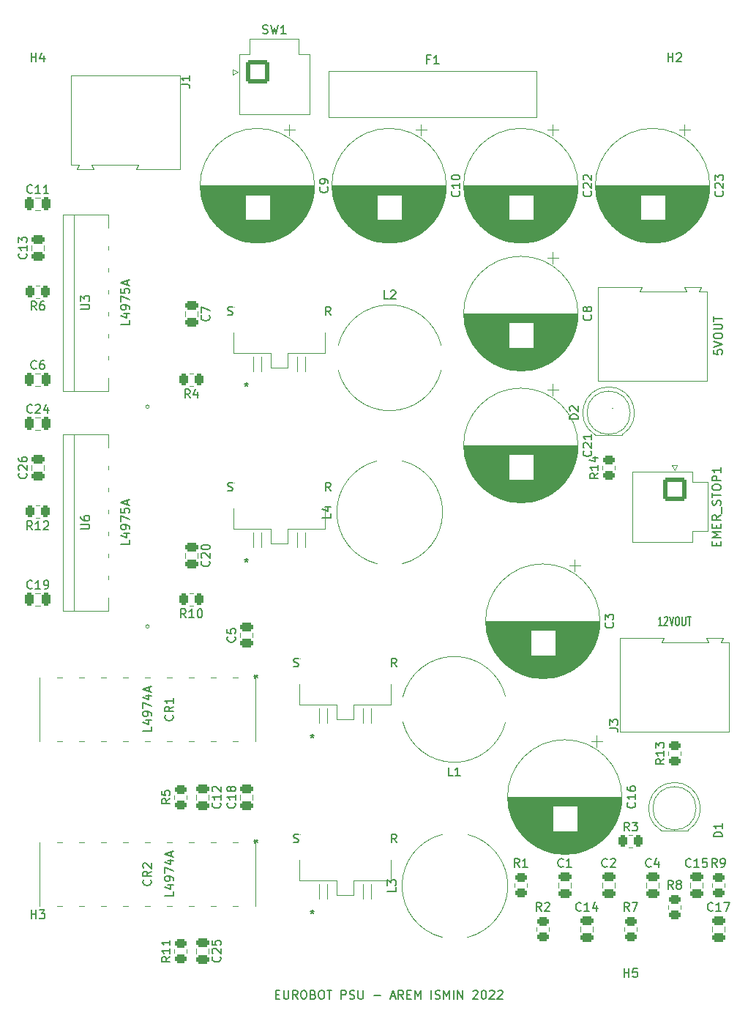
<source format=gto>
%TF.GenerationSoftware,KiCad,Pcbnew,(6.0.1)*%
%TF.CreationDate,2022-02-23T20:13:36+01:00*%
%TF.ProjectId,PSU,5053552e-6b69-4636-9164-5f7063625858,rev?*%
%TF.SameCoordinates,Original*%
%TF.FileFunction,Legend,Top*%
%TF.FilePolarity,Positive*%
%FSLAX46Y46*%
G04 Gerber Fmt 4.6, Leading zero omitted, Abs format (unit mm)*
G04 Created by KiCad (PCBNEW (6.0.1)) date 2022-02-23 20:13:36*
%MOMM*%
%LPD*%
G01*
G04 APERTURE LIST*
G04 Aperture macros list*
%AMRoundRect*
0 Rectangle with rounded corners*
0 $1 Rounding radius*
0 $2 $3 $4 $5 $6 $7 $8 $9 X,Y pos of 4 corners*
0 Add a 4 corners polygon primitive as box body*
4,1,4,$2,$3,$4,$5,$6,$7,$8,$9,$2,$3,0*
0 Add four circle primitives for the rounded corners*
1,1,$1+$1,$2,$3*
1,1,$1+$1,$4,$5*
1,1,$1+$1,$6,$7*
1,1,$1+$1,$8,$9*
0 Add four rect primitives between the rounded corners*
20,1,$1+$1,$2,$3,$4,$5,0*
20,1,$1+$1,$4,$5,$6,$7,0*
20,1,$1+$1,$6,$7,$8,$9,0*
20,1,$1+$1,$8,$9,$2,$3,0*%
G04 Aperture macros list end*
%ADD10C,0.150000*%
%ADD11C,0.120000*%
%ADD12C,3.200000*%
%ADD13RoundRect,0.250000X0.475000X-0.250000X0.475000X0.250000X-0.475000X0.250000X-0.475000X-0.250000X0*%
%ADD14RoundRect,0.250000X-0.475000X0.250000X-0.475000X-0.250000X0.475000X-0.250000X0.475000X0.250000X0*%
%ADD15RoundRect,0.250000X0.450000X-0.262500X0.450000X0.262500X-0.450000X0.262500X-0.450000X-0.262500X0*%
%ADD16R,2.400000X2.400000*%
%ADD17C,2.400000*%
%ADD18R,3.960000X1.980000*%
%ADD19O,3.960000X1.980000*%
%ADD20R,0.990600X2.997200*%
%ADD21R,10.337800X8.712200*%
%ADD22RoundRect,0.250000X-0.250000X-0.475000X0.250000X-0.475000X0.250000X0.475000X-0.250000X0.475000X0*%
%ADD23R,1.270000X1.270000*%
%ADD24C,1.270000*%
%ADD25RoundRect,0.250000X0.262500X0.450000X-0.262500X0.450000X-0.262500X-0.450000X0.262500X-0.450000X0*%
%ADD26RoundRect,0.250000X-0.450000X0.262500X-0.450000X-0.262500X0.450000X-0.262500X0.450000X0.262500X0*%
%ADD27R,1.778000X1.778000*%
%ADD28C,1.778000*%
%ADD29RoundRect,0.250001X-1.099999X1.099999X-1.099999X-1.099999X1.099999X-1.099999X1.099999X1.099999X0*%
%ADD30C,2.700000*%
%ADD31C,2.300000*%
%ADD32R,1.800000X1.800000*%
%ADD33C,1.800000*%
%ADD34RoundRect,0.250001X-1.099999X-1.099999X1.099999X-1.099999X1.099999X1.099999X-1.099999X1.099999X0*%
%ADD35RoundRect,0.250000X-0.262500X-0.450000X0.262500X-0.450000X0.262500X0.450000X-0.262500X0.450000X0*%
G04 APERTURE END LIST*
D10*
X90006666Y-84272380D02*
X89606666Y-84272380D01*
X89806666Y-84272380D02*
X89806666Y-83272380D01*
X89740000Y-83415238D01*
X89673333Y-83510476D01*
X89606666Y-83558095D01*
X90273333Y-83367619D02*
X90306666Y-83320000D01*
X90373333Y-83272380D01*
X90540000Y-83272380D01*
X90606666Y-83320000D01*
X90640000Y-83367619D01*
X90673333Y-83462857D01*
X90673333Y-83558095D01*
X90640000Y-83700952D01*
X90240000Y-84272380D01*
X90673333Y-84272380D01*
X90873333Y-83272380D02*
X91106666Y-84272380D01*
X91340000Y-83272380D01*
X91706666Y-83272380D02*
X91840000Y-83272380D01*
X91906666Y-83320000D01*
X91973333Y-83415238D01*
X92006666Y-83605714D01*
X92006666Y-83939047D01*
X91973333Y-84129523D01*
X91906666Y-84224761D01*
X91840000Y-84272380D01*
X91706666Y-84272380D01*
X91640000Y-84224761D01*
X91573333Y-84129523D01*
X91540000Y-83939047D01*
X91540000Y-83605714D01*
X91573333Y-83415238D01*
X91640000Y-83320000D01*
X91706666Y-83272380D01*
X92306666Y-83272380D02*
X92306666Y-84081904D01*
X92340000Y-84177142D01*
X92373333Y-84224761D01*
X92440000Y-84272380D01*
X92573333Y-84272380D01*
X92640000Y-84224761D01*
X92673333Y-84177142D01*
X92706666Y-84081904D01*
X92706666Y-83272380D01*
X92940000Y-83272380D02*
X93340000Y-83272380D01*
X93140000Y-84272380D02*
X93140000Y-83272380D01*
X95972380Y-52419047D02*
X95972380Y-52895238D01*
X96448571Y-52942857D01*
X96400952Y-52895238D01*
X96353333Y-52800000D01*
X96353333Y-52561904D01*
X96400952Y-52466666D01*
X96448571Y-52419047D01*
X96543809Y-52371428D01*
X96781904Y-52371428D01*
X96877142Y-52419047D01*
X96924761Y-52466666D01*
X96972380Y-52561904D01*
X96972380Y-52800000D01*
X96924761Y-52895238D01*
X96877142Y-52942857D01*
X95972380Y-52085714D02*
X96972380Y-51752380D01*
X95972380Y-51419047D01*
X95972380Y-50895238D02*
X95972380Y-50704761D01*
X96020000Y-50609523D01*
X96115238Y-50514285D01*
X96305714Y-50466666D01*
X96639047Y-50466666D01*
X96829523Y-50514285D01*
X96924761Y-50609523D01*
X96972380Y-50704761D01*
X96972380Y-50895238D01*
X96924761Y-50990476D01*
X96829523Y-51085714D01*
X96639047Y-51133333D01*
X96305714Y-51133333D01*
X96115238Y-51085714D01*
X96020000Y-50990476D01*
X95972380Y-50895238D01*
X95972380Y-50038095D02*
X96781904Y-50038095D01*
X96877142Y-49990476D01*
X96924761Y-49942857D01*
X96972380Y-49847619D01*
X96972380Y-49657142D01*
X96924761Y-49561904D01*
X96877142Y-49514285D01*
X96781904Y-49466666D01*
X95972380Y-49466666D01*
X95972380Y-49133333D02*
X95972380Y-48561904D01*
X96972380Y-48847619D02*
X95972380Y-48847619D01*
X45324761Y-126928571D02*
X45658095Y-126928571D01*
X45800952Y-127452380D02*
X45324761Y-127452380D01*
X45324761Y-126452380D01*
X45800952Y-126452380D01*
X46229523Y-126452380D02*
X46229523Y-127261904D01*
X46277142Y-127357142D01*
X46324761Y-127404761D01*
X46420000Y-127452380D01*
X46610476Y-127452380D01*
X46705714Y-127404761D01*
X46753333Y-127357142D01*
X46800952Y-127261904D01*
X46800952Y-126452380D01*
X47848571Y-127452380D02*
X47515238Y-126976190D01*
X47277142Y-127452380D02*
X47277142Y-126452380D01*
X47658095Y-126452380D01*
X47753333Y-126500000D01*
X47800952Y-126547619D01*
X47848571Y-126642857D01*
X47848571Y-126785714D01*
X47800952Y-126880952D01*
X47753333Y-126928571D01*
X47658095Y-126976190D01*
X47277142Y-126976190D01*
X48467619Y-126452380D02*
X48658095Y-126452380D01*
X48753333Y-126500000D01*
X48848571Y-126595238D01*
X48896190Y-126785714D01*
X48896190Y-127119047D01*
X48848571Y-127309523D01*
X48753333Y-127404761D01*
X48658095Y-127452380D01*
X48467619Y-127452380D01*
X48372380Y-127404761D01*
X48277142Y-127309523D01*
X48229523Y-127119047D01*
X48229523Y-126785714D01*
X48277142Y-126595238D01*
X48372380Y-126500000D01*
X48467619Y-126452380D01*
X49658095Y-126928571D02*
X49800952Y-126976190D01*
X49848571Y-127023809D01*
X49896190Y-127119047D01*
X49896190Y-127261904D01*
X49848571Y-127357142D01*
X49800952Y-127404761D01*
X49705714Y-127452380D01*
X49324761Y-127452380D01*
X49324761Y-126452380D01*
X49658095Y-126452380D01*
X49753333Y-126500000D01*
X49800952Y-126547619D01*
X49848571Y-126642857D01*
X49848571Y-126738095D01*
X49800952Y-126833333D01*
X49753333Y-126880952D01*
X49658095Y-126928571D01*
X49324761Y-126928571D01*
X50515238Y-126452380D02*
X50705714Y-126452380D01*
X50800952Y-126500000D01*
X50896190Y-126595238D01*
X50943809Y-126785714D01*
X50943809Y-127119047D01*
X50896190Y-127309523D01*
X50800952Y-127404761D01*
X50705714Y-127452380D01*
X50515238Y-127452380D01*
X50420000Y-127404761D01*
X50324761Y-127309523D01*
X50277142Y-127119047D01*
X50277142Y-126785714D01*
X50324761Y-126595238D01*
X50420000Y-126500000D01*
X50515238Y-126452380D01*
X51229523Y-126452380D02*
X51800952Y-126452380D01*
X51515238Y-127452380D02*
X51515238Y-126452380D01*
X52896190Y-127452380D02*
X52896190Y-126452380D01*
X53277142Y-126452380D01*
X53372380Y-126500000D01*
X53420000Y-126547619D01*
X53467619Y-126642857D01*
X53467619Y-126785714D01*
X53420000Y-126880952D01*
X53372380Y-126928571D01*
X53277142Y-126976190D01*
X52896190Y-126976190D01*
X53848571Y-127404761D02*
X53991428Y-127452380D01*
X54229523Y-127452380D01*
X54324761Y-127404761D01*
X54372380Y-127357142D01*
X54420000Y-127261904D01*
X54420000Y-127166666D01*
X54372380Y-127071428D01*
X54324761Y-127023809D01*
X54229523Y-126976190D01*
X54039047Y-126928571D01*
X53943809Y-126880952D01*
X53896190Y-126833333D01*
X53848571Y-126738095D01*
X53848571Y-126642857D01*
X53896190Y-126547619D01*
X53943809Y-126500000D01*
X54039047Y-126452380D01*
X54277142Y-126452380D01*
X54420000Y-126500000D01*
X54848571Y-126452380D02*
X54848571Y-127261904D01*
X54896190Y-127357142D01*
X54943809Y-127404761D01*
X55039047Y-127452380D01*
X55229523Y-127452380D01*
X55324761Y-127404761D01*
X55372380Y-127357142D01*
X55420000Y-127261904D01*
X55420000Y-126452380D01*
X56658095Y-127071428D02*
X57420000Y-127071428D01*
X58610476Y-127166666D02*
X59086666Y-127166666D01*
X58515238Y-127452380D02*
X58848571Y-126452380D01*
X59181904Y-127452380D01*
X60086666Y-127452380D02*
X59753333Y-126976190D01*
X59515238Y-127452380D02*
X59515238Y-126452380D01*
X59896190Y-126452380D01*
X59991428Y-126500000D01*
X60039047Y-126547619D01*
X60086666Y-126642857D01*
X60086666Y-126785714D01*
X60039047Y-126880952D01*
X59991428Y-126928571D01*
X59896190Y-126976190D01*
X59515238Y-126976190D01*
X60515238Y-126928571D02*
X60848571Y-126928571D01*
X60991428Y-127452380D02*
X60515238Y-127452380D01*
X60515238Y-126452380D01*
X60991428Y-126452380D01*
X61420000Y-127452380D02*
X61420000Y-126452380D01*
X61753333Y-127166666D01*
X62086666Y-126452380D01*
X62086666Y-127452380D01*
X63324761Y-127452380D02*
X63324761Y-126452380D01*
X63753333Y-127404761D02*
X63896190Y-127452380D01*
X64134285Y-127452380D01*
X64229523Y-127404761D01*
X64277142Y-127357142D01*
X64324761Y-127261904D01*
X64324761Y-127166666D01*
X64277142Y-127071428D01*
X64229523Y-127023809D01*
X64134285Y-126976190D01*
X63943809Y-126928571D01*
X63848571Y-126880952D01*
X63800952Y-126833333D01*
X63753333Y-126738095D01*
X63753333Y-126642857D01*
X63800952Y-126547619D01*
X63848571Y-126500000D01*
X63943809Y-126452380D01*
X64181904Y-126452380D01*
X64324761Y-126500000D01*
X64753333Y-127452380D02*
X64753333Y-126452380D01*
X65086666Y-127166666D01*
X65420000Y-126452380D01*
X65420000Y-127452380D01*
X65896190Y-127452380D02*
X65896190Y-126452380D01*
X66372380Y-127452380D02*
X66372380Y-126452380D01*
X66943809Y-127452380D01*
X66943809Y-126452380D01*
X68134285Y-126547619D02*
X68181904Y-126500000D01*
X68277142Y-126452380D01*
X68515238Y-126452380D01*
X68610476Y-126500000D01*
X68658095Y-126547619D01*
X68705714Y-126642857D01*
X68705714Y-126738095D01*
X68658095Y-126880952D01*
X68086666Y-127452380D01*
X68705714Y-127452380D01*
X69324761Y-126452380D02*
X69420000Y-126452380D01*
X69515238Y-126500000D01*
X69562857Y-126547619D01*
X69610476Y-126642857D01*
X69658095Y-126833333D01*
X69658095Y-127071428D01*
X69610476Y-127261904D01*
X69562857Y-127357142D01*
X69515238Y-127404761D01*
X69420000Y-127452380D01*
X69324761Y-127452380D01*
X69229523Y-127404761D01*
X69181904Y-127357142D01*
X69134285Y-127261904D01*
X69086666Y-127071428D01*
X69086666Y-126833333D01*
X69134285Y-126642857D01*
X69181904Y-126547619D01*
X69229523Y-126500000D01*
X69324761Y-126452380D01*
X70039047Y-126547619D02*
X70086666Y-126500000D01*
X70181904Y-126452380D01*
X70420000Y-126452380D01*
X70515238Y-126500000D01*
X70562857Y-126547619D01*
X70610476Y-126642857D01*
X70610476Y-126738095D01*
X70562857Y-126880952D01*
X69991428Y-127452380D01*
X70610476Y-127452380D01*
X70991428Y-126547619D02*
X71039047Y-126500000D01*
X71134285Y-126452380D01*
X71372380Y-126452380D01*
X71467619Y-126500000D01*
X71515238Y-126547619D01*
X71562857Y-126642857D01*
X71562857Y-126738095D01*
X71515238Y-126880952D01*
X70943809Y-127452380D01*
X71562857Y-127452380D01*
%TO.C,H5*%
X85598095Y-124912380D02*
X85598095Y-123912380D01*
X85598095Y-124388571D02*
X86169523Y-124388571D01*
X86169523Y-124912380D02*
X86169523Y-123912380D01*
X87121904Y-123912380D02*
X86645714Y-123912380D01*
X86598095Y-124388571D01*
X86645714Y-124340952D01*
X86740952Y-124293333D01*
X86979047Y-124293333D01*
X87074285Y-124340952D01*
X87121904Y-124388571D01*
X87169523Y-124483809D01*
X87169523Y-124721904D01*
X87121904Y-124817142D01*
X87074285Y-124864761D01*
X86979047Y-124912380D01*
X86740952Y-124912380D01*
X86645714Y-124864761D01*
X86598095Y-124817142D01*
%TO.C,H4*%
X17018095Y-19112380D02*
X17018095Y-18112380D01*
X17018095Y-18588571D02*
X17589523Y-18588571D01*
X17589523Y-19112380D02*
X17589523Y-18112380D01*
X18494285Y-18445714D02*
X18494285Y-19112380D01*
X18256190Y-18064761D02*
X18018095Y-18779047D01*
X18637142Y-18779047D01*
%TO.C,H3*%
X17018095Y-118172380D02*
X17018095Y-117172380D01*
X17018095Y-117648571D02*
X17589523Y-117648571D01*
X17589523Y-118172380D02*
X17589523Y-117172380D01*
X17970476Y-117172380D02*
X18589523Y-117172380D01*
X18256190Y-117553333D01*
X18399047Y-117553333D01*
X18494285Y-117600952D01*
X18541904Y-117648571D01*
X18589523Y-117743809D01*
X18589523Y-117981904D01*
X18541904Y-118077142D01*
X18494285Y-118124761D01*
X18399047Y-118172380D01*
X18113333Y-118172380D01*
X18018095Y-118124761D01*
X17970476Y-118077142D01*
%TO.C,H2*%
X90678095Y-19112380D02*
X90678095Y-18112380D01*
X90678095Y-18588571D02*
X91249523Y-18588571D01*
X91249523Y-19112380D02*
X91249523Y-18112380D01*
X91678095Y-18207619D02*
X91725714Y-18160000D01*
X91820952Y-18112380D01*
X92059047Y-18112380D01*
X92154285Y-18160000D01*
X92201904Y-18207619D01*
X92249523Y-18302857D01*
X92249523Y-18398095D01*
X92201904Y-18540952D01*
X91630476Y-19112380D01*
X92249523Y-19112380D01*
%TO.C,C5*%
X40587142Y-85576666D02*
X40634761Y-85624285D01*
X40682380Y-85767142D01*
X40682380Y-85862380D01*
X40634761Y-86005238D01*
X40539523Y-86100476D01*
X40444285Y-86148095D01*
X40253809Y-86195714D01*
X40110952Y-86195714D01*
X39920476Y-86148095D01*
X39825238Y-86100476D01*
X39730000Y-86005238D01*
X39682380Y-85862380D01*
X39682380Y-85767142D01*
X39730000Y-85624285D01*
X39777619Y-85576666D01*
X39682380Y-84671904D02*
X39682380Y-85148095D01*
X40158571Y-85195714D01*
X40110952Y-85148095D01*
X40063333Y-85052857D01*
X40063333Y-84814761D01*
X40110952Y-84719523D01*
X40158571Y-84671904D01*
X40253809Y-84624285D01*
X40491904Y-84624285D01*
X40587142Y-84671904D01*
X40634761Y-84719523D01*
X40682380Y-84814761D01*
X40682380Y-85052857D01*
X40634761Y-85148095D01*
X40587142Y-85195714D01*
%TO.C,C15*%
X93337142Y-112117142D02*
X93289523Y-112164761D01*
X93146666Y-112212380D01*
X93051428Y-112212380D01*
X92908571Y-112164761D01*
X92813333Y-112069523D01*
X92765714Y-111974285D01*
X92718095Y-111783809D01*
X92718095Y-111640952D01*
X92765714Y-111450476D01*
X92813333Y-111355238D01*
X92908571Y-111260000D01*
X93051428Y-111212380D01*
X93146666Y-111212380D01*
X93289523Y-111260000D01*
X93337142Y-111307619D01*
X94289523Y-112212380D02*
X93718095Y-112212380D01*
X94003809Y-112212380D02*
X94003809Y-111212380D01*
X93908571Y-111355238D01*
X93813333Y-111450476D01*
X93718095Y-111498095D01*
X95194285Y-111212380D02*
X94718095Y-111212380D01*
X94670476Y-111688571D01*
X94718095Y-111640952D01*
X94813333Y-111593333D01*
X95051428Y-111593333D01*
X95146666Y-111640952D01*
X95194285Y-111688571D01*
X95241904Y-111783809D01*
X95241904Y-112021904D01*
X95194285Y-112117142D01*
X95146666Y-112164761D01*
X95051428Y-112212380D01*
X94813333Y-112212380D01*
X94718095Y-112164761D01*
X94670476Y-112117142D01*
%TO.C,R11*%
X33092380Y-122562857D02*
X32616190Y-122896190D01*
X33092380Y-123134285D02*
X32092380Y-123134285D01*
X32092380Y-122753333D01*
X32140000Y-122658095D01*
X32187619Y-122610476D01*
X32282857Y-122562857D01*
X32425714Y-122562857D01*
X32520952Y-122610476D01*
X32568571Y-122658095D01*
X32616190Y-122753333D01*
X32616190Y-123134285D01*
X33092380Y-121610476D02*
X33092380Y-122181904D01*
X33092380Y-121896190D02*
X32092380Y-121896190D01*
X32235238Y-121991428D01*
X32330476Y-122086666D01*
X32378095Y-122181904D01*
X33092380Y-120658095D02*
X33092380Y-121229523D01*
X33092380Y-120943809D02*
X32092380Y-120943809D01*
X32235238Y-121039047D01*
X32330476Y-121134285D01*
X32378095Y-121229523D01*
%TO.C,C3*%
X84307142Y-83946666D02*
X84354761Y-83994285D01*
X84402380Y-84137142D01*
X84402380Y-84232380D01*
X84354761Y-84375238D01*
X84259523Y-84470476D01*
X84164285Y-84518095D01*
X83973809Y-84565714D01*
X83830952Y-84565714D01*
X83640476Y-84518095D01*
X83545238Y-84470476D01*
X83450000Y-84375238D01*
X83402380Y-84232380D01*
X83402380Y-84137142D01*
X83450000Y-83994285D01*
X83497619Y-83946666D01*
X83402380Y-83613333D02*
X83402380Y-82994285D01*
X83783333Y-83327619D01*
X83783333Y-83184761D01*
X83830952Y-83089523D01*
X83878571Y-83041904D01*
X83973809Y-82994285D01*
X84211904Y-82994285D01*
X84307142Y-83041904D01*
X84354761Y-83089523D01*
X84402380Y-83184761D01*
X84402380Y-83470476D01*
X84354761Y-83565714D01*
X84307142Y-83613333D01*
%TO.C,J1*%
X34382380Y-21733333D02*
X35096666Y-21733333D01*
X35239523Y-21780952D01*
X35334761Y-21876190D01*
X35382380Y-22019047D01*
X35382380Y-22114285D01*
X35382380Y-20733333D02*
X35382380Y-21304761D01*
X35382380Y-21019047D02*
X34382380Y-21019047D01*
X34525238Y-21114285D01*
X34620476Y-21209523D01*
X34668095Y-21304761D01*
%TO.C,L4*%
X51702380Y-71366666D02*
X51702380Y-71842857D01*
X50702380Y-71842857D01*
X51035714Y-70604761D02*
X51702380Y-70604761D01*
X50654761Y-70842857D02*
X51369047Y-71080952D01*
X51369047Y-70461904D01*
%TO.C,C25*%
X38867142Y-122562857D02*
X38914761Y-122610476D01*
X38962380Y-122753333D01*
X38962380Y-122848571D01*
X38914761Y-122991428D01*
X38819523Y-123086666D01*
X38724285Y-123134285D01*
X38533809Y-123181904D01*
X38390952Y-123181904D01*
X38200476Y-123134285D01*
X38105238Y-123086666D01*
X38010000Y-122991428D01*
X37962380Y-122848571D01*
X37962380Y-122753333D01*
X38010000Y-122610476D01*
X38057619Y-122562857D01*
X38057619Y-122181904D02*
X38010000Y-122134285D01*
X37962380Y-122039047D01*
X37962380Y-121800952D01*
X38010000Y-121705714D01*
X38057619Y-121658095D01*
X38152857Y-121610476D01*
X38248095Y-121610476D01*
X38390952Y-121658095D01*
X38962380Y-122229523D01*
X38962380Y-121610476D01*
X37962380Y-120705714D02*
X37962380Y-121181904D01*
X38438571Y-121229523D01*
X38390952Y-121181904D01*
X38343333Y-121086666D01*
X38343333Y-120848571D01*
X38390952Y-120753333D01*
X38438571Y-120705714D01*
X38533809Y-120658095D01*
X38771904Y-120658095D01*
X38867142Y-120705714D01*
X38914761Y-120753333D01*
X38962380Y-120848571D01*
X38962380Y-121086666D01*
X38914761Y-121181904D01*
X38867142Y-121229523D01*
%TO.C,C23*%
X97007142Y-34082857D02*
X97054761Y-34130476D01*
X97102380Y-34273333D01*
X97102380Y-34368571D01*
X97054761Y-34511428D01*
X96959523Y-34606666D01*
X96864285Y-34654285D01*
X96673809Y-34701904D01*
X96530952Y-34701904D01*
X96340476Y-34654285D01*
X96245238Y-34606666D01*
X96150000Y-34511428D01*
X96102380Y-34368571D01*
X96102380Y-34273333D01*
X96150000Y-34130476D01*
X96197619Y-34082857D01*
X96197619Y-33701904D02*
X96150000Y-33654285D01*
X96102380Y-33559047D01*
X96102380Y-33320952D01*
X96150000Y-33225714D01*
X96197619Y-33178095D01*
X96292857Y-33130476D01*
X96388095Y-33130476D01*
X96530952Y-33178095D01*
X97102380Y-33749523D01*
X97102380Y-33130476D01*
X96102380Y-32797142D02*
X96102380Y-32178095D01*
X96483333Y-32511428D01*
X96483333Y-32368571D01*
X96530952Y-32273333D01*
X96578571Y-32225714D01*
X96673809Y-32178095D01*
X96911904Y-32178095D01*
X97007142Y-32225714D01*
X97054761Y-32273333D01*
X97102380Y-32368571D01*
X97102380Y-32654285D01*
X97054761Y-32749523D01*
X97007142Y-32797142D01*
%TO.C,R5*%
X33092380Y-104306666D02*
X32616190Y-104640000D01*
X33092380Y-104878095D02*
X32092380Y-104878095D01*
X32092380Y-104497142D01*
X32140000Y-104401904D01*
X32187619Y-104354285D01*
X32282857Y-104306666D01*
X32425714Y-104306666D01*
X32520952Y-104354285D01*
X32568571Y-104401904D01*
X32616190Y-104497142D01*
X32616190Y-104878095D01*
X32092380Y-103401904D02*
X32092380Y-103878095D01*
X32568571Y-103925714D01*
X32520952Y-103878095D01*
X32473333Y-103782857D01*
X32473333Y-103544761D01*
X32520952Y-103449523D01*
X32568571Y-103401904D01*
X32663809Y-103354285D01*
X32901904Y-103354285D01*
X32997142Y-103401904D01*
X33044761Y-103449523D01*
X33092380Y-103544761D01*
X33092380Y-103782857D01*
X33044761Y-103878095D01*
X32997142Y-103925714D01*
%TO.C,U4*%
X52578095Y-108380280D02*
X52578095Y-109189804D01*
X52625714Y-109285042D01*
X52673333Y-109332661D01*
X52768571Y-109380280D01*
X52959047Y-109380280D01*
X53054285Y-109332661D01*
X53101904Y-109285042D01*
X53149523Y-109189804D01*
X53149523Y-108380280D01*
X54054285Y-108713614D02*
X54054285Y-109380280D01*
X53816190Y-108332661D02*
X53578095Y-109046947D01*
X54197142Y-109046947D01*
X47387619Y-109332661D02*
X47530476Y-109380280D01*
X47768571Y-109380280D01*
X47863809Y-109332661D01*
X47911428Y-109285042D01*
X47959047Y-109189804D01*
X47959047Y-109094566D01*
X47911428Y-108999328D01*
X47863809Y-108951709D01*
X47768571Y-108904090D01*
X47578095Y-108856471D01*
X47482857Y-108808852D01*
X47435238Y-108761233D01*
X47387619Y-108665995D01*
X47387619Y-108570757D01*
X47435238Y-108475519D01*
X47482857Y-108427900D01*
X47578095Y-108380280D01*
X47816190Y-108380280D01*
X47959047Y-108427900D01*
X48244761Y-108380280D02*
X48816190Y-108380280D01*
X48530476Y-109380280D02*
X48530476Y-108380280D01*
X49149523Y-109380280D02*
X49149523Y-108380280D01*
X49530476Y-108380280D01*
X49625714Y-108427900D01*
X49673333Y-108475519D01*
X49720952Y-108570757D01*
X49720952Y-108713614D01*
X49673333Y-108808852D01*
X49625714Y-108856471D01*
X49530476Y-108904090D01*
X49149523Y-108904090D01*
X50101904Y-109332661D02*
X50244761Y-109380280D01*
X50482857Y-109380280D01*
X50578095Y-109332661D01*
X50625714Y-109285042D01*
X50673333Y-109189804D01*
X50673333Y-109094566D01*
X50625714Y-108999328D01*
X50578095Y-108951709D01*
X50482857Y-108904090D01*
X50292380Y-108856471D01*
X50197142Y-108808852D01*
X50149523Y-108761233D01*
X50101904Y-108665995D01*
X50101904Y-108570757D01*
X50149523Y-108475519D01*
X50197142Y-108427900D01*
X50292380Y-108380280D01*
X50530476Y-108380280D01*
X50673333Y-108427900D01*
X51625714Y-109380280D02*
X51054285Y-109380280D01*
X51340000Y-109380280D02*
X51340000Y-108380280D01*
X51244761Y-108523138D01*
X51149523Y-108618376D01*
X51054285Y-108665995D01*
X52244761Y-108380280D02*
X52340000Y-108380280D01*
X52435238Y-108427900D01*
X52482857Y-108475519D01*
X52530476Y-108570757D01*
X52578095Y-108761233D01*
X52578095Y-108999328D01*
X52530476Y-109189804D01*
X52482857Y-109285042D01*
X52435238Y-109332661D01*
X52340000Y-109380280D01*
X52244761Y-109380280D01*
X52149523Y-109332661D01*
X52101904Y-109285042D01*
X52054285Y-109189804D01*
X52006666Y-108999328D01*
X52006666Y-108761233D01*
X52054285Y-108570757D01*
X52101904Y-108475519D01*
X52149523Y-108427900D01*
X52244761Y-108380280D01*
X53482857Y-109380280D02*
X53006666Y-109380280D01*
X53006666Y-108380280D01*
X53768571Y-108475519D02*
X53816190Y-108427900D01*
X53911428Y-108380280D01*
X54149523Y-108380280D01*
X54244761Y-108427900D01*
X54292380Y-108475519D01*
X54340000Y-108570757D01*
X54340000Y-108665995D01*
X54292380Y-108808852D01*
X53720952Y-109380280D01*
X54340000Y-109380280D01*
X55244761Y-108380280D02*
X54768571Y-108380280D01*
X54720952Y-108856471D01*
X54768571Y-108808852D01*
X54863809Y-108761233D01*
X55101904Y-108761233D01*
X55197142Y-108808852D01*
X55244761Y-108856471D01*
X55292380Y-108951709D01*
X55292380Y-109189804D01*
X55244761Y-109285042D01*
X55197142Y-109332661D01*
X55101904Y-109380280D01*
X54863809Y-109380280D01*
X54768571Y-109332661D01*
X54720952Y-109285042D01*
X56244761Y-108427900D02*
X56149523Y-108380280D01*
X56006666Y-108380280D01*
X55863809Y-108427900D01*
X55768571Y-108523138D01*
X55720952Y-108618376D01*
X55673333Y-108808852D01*
X55673333Y-108951709D01*
X55720952Y-109142185D01*
X55768571Y-109237423D01*
X55863809Y-109332661D01*
X56006666Y-109380280D01*
X56101904Y-109380280D01*
X56244761Y-109332661D01*
X56292380Y-109285042D01*
X56292380Y-108951709D01*
X56101904Y-108951709D01*
X56720952Y-108999328D02*
X57482857Y-108999328D01*
X57816190Y-108380280D02*
X58387619Y-108380280D01*
X58101904Y-109380280D02*
X58101904Y-108380280D01*
X59292380Y-109380280D02*
X58959047Y-108904090D01*
X58720952Y-109380280D02*
X58720952Y-108380280D01*
X59101904Y-108380280D01*
X59197142Y-108427900D01*
X59244761Y-108475519D01*
X59292380Y-108570757D01*
X59292380Y-108713614D01*
X59244761Y-108808852D01*
X59197142Y-108856471D01*
X59101904Y-108904090D01*
X58720952Y-108904090D01*
X49530000Y-117143280D02*
X49530000Y-117381376D01*
X49291904Y-117286138D02*
X49530000Y-117381376D01*
X49768095Y-117286138D01*
X49387142Y-117571852D02*
X49530000Y-117381376D01*
X49672857Y-117571852D01*
X49530000Y-117143280D02*
X49530000Y-117381376D01*
X49291904Y-117286138D02*
X49530000Y-117381376D01*
X49768095Y-117286138D01*
X49387142Y-117571852D02*
X49530000Y-117381376D01*
X49672857Y-117571852D01*
%TO.C,C12*%
X38867142Y-104782857D02*
X38914761Y-104830476D01*
X38962380Y-104973333D01*
X38962380Y-105068571D01*
X38914761Y-105211428D01*
X38819523Y-105306666D01*
X38724285Y-105354285D01*
X38533809Y-105401904D01*
X38390952Y-105401904D01*
X38200476Y-105354285D01*
X38105238Y-105306666D01*
X38010000Y-105211428D01*
X37962380Y-105068571D01*
X37962380Y-104973333D01*
X38010000Y-104830476D01*
X38057619Y-104782857D01*
X38962380Y-103830476D02*
X38962380Y-104401904D01*
X38962380Y-104116190D02*
X37962380Y-104116190D01*
X38105238Y-104211428D01*
X38200476Y-104306666D01*
X38248095Y-104401904D01*
X38057619Y-103449523D02*
X38010000Y-103401904D01*
X37962380Y-103306666D01*
X37962380Y-103068571D01*
X38010000Y-102973333D01*
X38057619Y-102925714D01*
X38152857Y-102878095D01*
X38248095Y-102878095D01*
X38390952Y-102925714D01*
X38962380Y-103497142D01*
X38962380Y-102878095D01*
%TO.C,C24*%
X17137142Y-59637142D02*
X17089523Y-59684761D01*
X16946666Y-59732380D01*
X16851428Y-59732380D01*
X16708571Y-59684761D01*
X16613333Y-59589523D01*
X16565714Y-59494285D01*
X16518095Y-59303809D01*
X16518095Y-59160952D01*
X16565714Y-58970476D01*
X16613333Y-58875238D01*
X16708571Y-58780000D01*
X16851428Y-58732380D01*
X16946666Y-58732380D01*
X17089523Y-58780000D01*
X17137142Y-58827619D01*
X17518095Y-58827619D02*
X17565714Y-58780000D01*
X17660952Y-58732380D01*
X17899047Y-58732380D01*
X17994285Y-58780000D01*
X18041904Y-58827619D01*
X18089523Y-58922857D01*
X18089523Y-59018095D01*
X18041904Y-59160952D01*
X17470476Y-59732380D01*
X18089523Y-59732380D01*
X18946666Y-59065714D02*
X18946666Y-59732380D01*
X18708571Y-58684761D02*
X18470476Y-59399047D01*
X19089523Y-59399047D01*
%TO.C,CR2*%
X30837142Y-113696666D02*
X30884761Y-113744285D01*
X30932380Y-113887142D01*
X30932380Y-113982380D01*
X30884761Y-114125238D01*
X30789523Y-114220476D01*
X30694285Y-114268095D01*
X30503809Y-114315714D01*
X30360952Y-114315714D01*
X30170476Y-114268095D01*
X30075238Y-114220476D01*
X29980000Y-114125238D01*
X29932380Y-113982380D01*
X29932380Y-113887142D01*
X29980000Y-113744285D01*
X30027619Y-113696666D01*
X30932380Y-112696666D02*
X30456190Y-113030000D01*
X30932380Y-113268095D02*
X29932380Y-113268095D01*
X29932380Y-112887142D01*
X29980000Y-112791904D01*
X30027619Y-112744285D01*
X30122857Y-112696666D01*
X30265714Y-112696666D01*
X30360952Y-112744285D01*
X30408571Y-112791904D01*
X30456190Y-112887142D01*
X30456190Y-113268095D01*
X30027619Y-112315714D02*
X29980000Y-112268095D01*
X29932380Y-112172857D01*
X29932380Y-111934761D01*
X29980000Y-111839523D01*
X30027619Y-111791904D01*
X30122857Y-111744285D01*
X30218095Y-111744285D01*
X30360952Y-111791904D01*
X30932380Y-112363333D01*
X30932380Y-111744285D01*
X33472380Y-115053809D02*
X33472380Y-115530000D01*
X32472380Y-115530000D01*
X32805714Y-114291904D02*
X33472380Y-114291904D01*
X32424761Y-114530000D02*
X33139047Y-114768095D01*
X33139047Y-114149047D01*
X33472380Y-113720476D02*
X33472380Y-113530000D01*
X33424761Y-113434761D01*
X33377142Y-113387142D01*
X33234285Y-113291904D01*
X33043809Y-113244285D01*
X32662857Y-113244285D01*
X32567619Y-113291904D01*
X32520000Y-113339523D01*
X32472380Y-113434761D01*
X32472380Y-113625238D01*
X32520000Y-113720476D01*
X32567619Y-113768095D01*
X32662857Y-113815714D01*
X32900952Y-113815714D01*
X32996190Y-113768095D01*
X33043809Y-113720476D01*
X33091428Y-113625238D01*
X33091428Y-113434761D01*
X33043809Y-113339523D01*
X32996190Y-113291904D01*
X32900952Y-113244285D01*
X32472380Y-112910952D02*
X32472380Y-112244285D01*
X33472380Y-112672857D01*
X32805714Y-111434761D02*
X33472380Y-111434761D01*
X32424761Y-111672857D02*
X33139047Y-111910952D01*
X33139047Y-111291904D01*
X33186666Y-110958571D02*
X33186666Y-110482380D01*
X33472380Y-111053809D02*
X32472380Y-110720476D01*
X33472380Y-110387142D01*
X42759380Y-109220000D02*
X42997476Y-109220000D01*
X42902238Y-109458095D02*
X42997476Y-109220000D01*
X42902238Y-108981904D01*
X43187952Y-109362857D02*
X42997476Y-109220000D01*
X43187952Y-109077142D01*
X42759380Y-109220000D02*
X42997476Y-109220000D01*
X42902238Y-109458095D02*
X42997476Y-109220000D01*
X42902238Y-108981904D01*
X43187952Y-109362857D02*
X42997476Y-109220000D01*
X43187952Y-109077142D01*
%TO.C,R1*%
X73493333Y-112212380D02*
X73160000Y-111736190D01*
X72921904Y-112212380D02*
X72921904Y-111212380D01*
X73302857Y-111212380D01*
X73398095Y-111260000D01*
X73445714Y-111307619D01*
X73493333Y-111402857D01*
X73493333Y-111545714D01*
X73445714Y-111640952D01*
X73398095Y-111688571D01*
X73302857Y-111736190D01*
X72921904Y-111736190D01*
X74445714Y-112212380D02*
X73874285Y-112212380D01*
X74160000Y-112212380D02*
X74160000Y-111212380D01*
X74064761Y-111355238D01*
X73969523Y-111450476D01*
X73874285Y-111498095D01*
%TO.C,C17*%
X95877142Y-117197142D02*
X95829523Y-117244761D01*
X95686666Y-117292380D01*
X95591428Y-117292380D01*
X95448571Y-117244761D01*
X95353333Y-117149523D01*
X95305714Y-117054285D01*
X95258095Y-116863809D01*
X95258095Y-116720952D01*
X95305714Y-116530476D01*
X95353333Y-116435238D01*
X95448571Y-116340000D01*
X95591428Y-116292380D01*
X95686666Y-116292380D01*
X95829523Y-116340000D01*
X95877142Y-116387619D01*
X96829523Y-117292380D02*
X96258095Y-117292380D01*
X96543809Y-117292380D02*
X96543809Y-116292380D01*
X96448571Y-116435238D01*
X96353333Y-116530476D01*
X96258095Y-116578095D01*
X97162857Y-116292380D02*
X97829523Y-116292380D01*
X97400952Y-117292380D01*
%TO.C,U5*%
X44958095Y-67740280D02*
X44958095Y-68549804D01*
X45005714Y-68645042D01*
X45053333Y-68692661D01*
X45148571Y-68740280D01*
X45339047Y-68740280D01*
X45434285Y-68692661D01*
X45481904Y-68645042D01*
X45529523Y-68549804D01*
X45529523Y-67740280D01*
X46481904Y-67740280D02*
X46005714Y-67740280D01*
X45958095Y-68216471D01*
X46005714Y-68168852D01*
X46100952Y-68121233D01*
X46339047Y-68121233D01*
X46434285Y-68168852D01*
X46481904Y-68216471D01*
X46529523Y-68311709D01*
X46529523Y-68549804D01*
X46481904Y-68645042D01*
X46434285Y-68692661D01*
X46339047Y-68740280D01*
X46100952Y-68740280D01*
X46005714Y-68692661D01*
X45958095Y-68645042D01*
X39767619Y-68692661D02*
X39910476Y-68740280D01*
X40148571Y-68740280D01*
X40243809Y-68692661D01*
X40291428Y-68645042D01*
X40339047Y-68549804D01*
X40339047Y-68454566D01*
X40291428Y-68359328D01*
X40243809Y-68311709D01*
X40148571Y-68264090D01*
X39958095Y-68216471D01*
X39862857Y-68168852D01*
X39815238Y-68121233D01*
X39767619Y-68025995D01*
X39767619Y-67930757D01*
X39815238Y-67835519D01*
X39862857Y-67787900D01*
X39958095Y-67740280D01*
X40196190Y-67740280D01*
X40339047Y-67787900D01*
X40624761Y-67740280D02*
X41196190Y-67740280D01*
X40910476Y-68740280D02*
X40910476Y-67740280D01*
X41529523Y-68740280D02*
X41529523Y-67740280D01*
X41910476Y-67740280D01*
X42005714Y-67787900D01*
X42053333Y-67835519D01*
X42100952Y-67930757D01*
X42100952Y-68073614D01*
X42053333Y-68168852D01*
X42005714Y-68216471D01*
X41910476Y-68264090D01*
X41529523Y-68264090D01*
X42481904Y-68692661D02*
X42624761Y-68740280D01*
X42862857Y-68740280D01*
X42958095Y-68692661D01*
X43005714Y-68645042D01*
X43053333Y-68549804D01*
X43053333Y-68454566D01*
X43005714Y-68359328D01*
X42958095Y-68311709D01*
X42862857Y-68264090D01*
X42672380Y-68216471D01*
X42577142Y-68168852D01*
X42529523Y-68121233D01*
X42481904Y-68025995D01*
X42481904Y-67930757D01*
X42529523Y-67835519D01*
X42577142Y-67787900D01*
X42672380Y-67740280D01*
X42910476Y-67740280D01*
X43053333Y-67787900D01*
X44005714Y-68740280D02*
X43434285Y-68740280D01*
X43720000Y-68740280D02*
X43720000Y-67740280D01*
X43624761Y-67883138D01*
X43529523Y-67978376D01*
X43434285Y-68025995D01*
X44624761Y-67740280D02*
X44720000Y-67740280D01*
X44815238Y-67787900D01*
X44862857Y-67835519D01*
X44910476Y-67930757D01*
X44958095Y-68121233D01*
X44958095Y-68359328D01*
X44910476Y-68549804D01*
X44862857Y-68645042D01*
X44815238Y-68692661D01*
X44720000Y-68740280D01*
X44624761Y-68740280D01*
X44529523Y-68692661D01*
X44481904Y-68645042D01*
X44434285Y-68549804D01*
X44386666Y-68359328D01*
X44386666Y-68121233D01*
X44434285Y-67930757D01*
X44481904Y-67835519D01*
X44529523Y-67787900D01*
X44624761Y-67740280D01*
X45862857Y-68740280D02*
X45386666Y-68740280D01*
X45386666Y-67740280D01*
X46148571Y-67835519D02*
X46196190Y-67787900D01*
X46291428Y-67740280D01*
X46529523Y-67740280D01*
X46624761Y-67787900D01*
X46672380Y-67835519D01*
X46720000Y-67930757D01*
X46720000Y-68025995D01*
X46672380Y-68168852D01*
X46100952Y-68740280D01*
X46720000Y-68740280D01*
X47624761Y-67740280D02*
X47148571Y-67740280D01*
X47100952Y-68216471D01*
X47148571Y-68168852D01*
X47243809Y-68121233D01*
X47481904Y-68121233D01*
X47577142Y-68168852D01*
X47624761Y-68216471D01*
X47672380Y-68311709D01*
X47672380Y-68549804D01*
X47624761Y-68645042D01*
X47577142Y-68692661D01*
X47481904Y-68740280D01*
X47243809Y-68740280D01*
X47148571Y-68692661D01*
X47100952Y-68645042D01*
X48624761Y-67787900D02*
X48529523Y-67740280D01*
X48386666Y-67740280D01*
X48243809Y-67787900D01*
X48148571Y-67883138D01*
X48100952Y-67978376D01*
X48053333Y-68168852D01*
X48053333Y-68311709D01*
X48100952Y-68502185D01*
X48148571Y-68597423D01*
X48243809Y-68692661D01*
X48386666Y-68740280D01*
X48481904Y-68740280D01*
X48624761Y-68692661D01*
X48672380Y-68645042D01*
X48672380Y-68311709D01*
X48481904Y-68311709D01*
X49100952Y-68359328D02*
X49862857Y-68359328D01*
X50196190Y-67740280D02*
X50767619Y-67740280D01*
X50481904Y-68740280D02*
X50481904Y-67740280D01*
X51672380Y-68740280D02*
X51339047Y-68264090D01*
X51100952Y-68740280D02*
X51100952Y-67740280D01*
X51481904Y-67740280D01*
X51577142Y-67787900D01*
X51624761Y-67835519D01*
X51672380Y-67930757D01*
X51672380Y-68073614D01*
X51624761Y-68168852D01*
X51577142Y-68216471D01*
X51481904Y-68264090D01*
X51100952Y-68264090D01*
X41910000Y-76503280D02*
X41910000Y-76741376D01*
X41671904Y-76646138D02*
X41910000Y-76741376D01*
X42148095Y-76646138D01*
X41767142Y-76931852D02*
X41910000Y-76741376D01*
X42052857Y-76931852D01*
X41910000Y-76503280D02*
X41910000Y-76741376D01*
X41671904Y-76646138D02*
X41910000Y-76741376D01*
X42148095Y-76646138D01*
X41767142Y-76931852D02*
X41910000Y-76741376D01*
X42052857Y-76931852D01*
%TO.C,C10*%
X66527142Y-34082857D02*
X66574761Y-34130476D01*
X66622380Y-34273333D01*
X66622380Y-34368571D01*
X66574761Y-34511428D01*
X66479523Y-34606666D01*
X66384285Y-34654285D01*
X66193809Y-34701904D01*
X66050952Y-34701904D01*
X65860476Y-34654285D01*
X65765238Y-34606666D01*
X65670000Y-34511428D01*
X65622380Y-34368571D01*
X65622380Y-34273333D01*
X65670000Y-34130476D01*
X65717619Y-34082857D01*
X66622380Y-33130476D02*
X66622380Y-33701904D01*
X66622380Y-33416190D02*
X65622380Y-33416190D01*
X65765238Y-33511428D01*
X65860476Y-33606666D01*
X65908095Y-33701904D01*
X65622380Y-32511428D02*
X65622380Y-32416190D01*
X65670000Y-32320952D01*
X65717619Y-32273333D01*
X65812857Y-32225714D01*
X66003333Y-32178095D01*
X66241428Y-32178095D01*
X66431904Y-32225714D01*
X66527142Y-32273333D01*
X66574761Y-32320952D01*
X66622380Y-32416190D01*
X66622380Y-32511428D01*
X66574761Y-32606666D01*
X66527142Y-32654285D01*
X66431904Y-32701904D01*
X66241428Y-32749523D01*
X66003333Y-32749523D01*
X65812857Y-32701904D01*
X65717619Y-32654285D01*
X65670000Y-32606666D01*
X65622380Y-32511428D01*
%TO.C,C11*%
X17137142Y-34237142D02*
X17089523Y-34284761D01*
X16946666Y-34332380D01*
X16851428Y-34332380D01*
X16708571Y-34284761D01*
X16613333Y-34189523D01*
X16565714Y-34094285D01*
X16518095Y-33903809D01*
X16518095Y-33760952D01*
X16565714Y-33570476D01*
X16613333Y-33475238D01*
X16708571Y-33380000D01*
X16851428Y-33332380D01*
X16946666Y-33332380D01*
X17089523Y-33380000D01*
X17137142Y-33427619D01*
X18089523Y-34332380D02*
X17518095Y-34332380D01*
X17803809Y-34332380D02*
X17803809Y-33332380D01*
X17708571Y-33475238D01*
X17613333Y-33570476D01*
X17518095Y-33618095D01*
X19041904Y-34332380D02*
X18470476Y-34332380D01*
X18756190Y-34332380D02*
X18756190Y-33332380D01*
X18660952Y-33475238D01*
X18565714Y-33570476D01*
X18470476Y-33618095D01*
%TO.C,J5*%
X83272380Y-58753333D02*
X83986666Y-58753333D01*
X84129523Y-58800952D01*
X84224761Y-58896190D01*
X84272380Y-59039047D01*
X84272380Y-59134285D01*
X83272380Y-57800952D02*
X83272380Y-58277142D01*
X83748571Y-58324761D01*
X83700952Y-58277142D01*
X83653333Y-58181904D01*
X83653333Y-57943809D01*
X83700952Y-57848571D01*
X83748571Y-57800952D01*
X83843809Y-57753333D01*
X84081904Y-57753333D01*
X84177142Y-57800952D01*
X84224761Y-57848571D01*
X84272380Y-57943809D01*
X84272380Y-58181904D01*
X84224761Y-58277142D01*
X84177142Y-58324761D01*
%TO.C,C7*%
X37597142Y-48426666D02*
X37644761Y-48474285D01*
X37692380Y-48617142D01*
X37692380Y-48712380D01*
X37644761Y-48855238D01*
X37549523Y-48950476D01*
X37454285Y-48998095D01*
X37263809Y-49045714D01*
X37120952Y-49045714D01*
X36930476Y-48998095D01*
X36835238Y-48950476D01*
X36740000Y-48855238D01*
X36692380Y-48712380D01*
X36692380Y-48617142D01*
X36740000Y-48474285D01*
X36787619Y-48426666D01*
X36692380Y-48093333D02*
X36692380Y-47426666D01*
X37692380Y-47855238D01*
%TO.C,CR1*%
X33377142Y-94646666D02*
X33424761Y-94694285D01*
X33472380Y-94837142D01*
X33472380Y-94932380D01*
X33424761Y-95075238D01*
X33329523Y-95170476D01*
X33234285Y-95218095D01*
X33043809Y-95265714D01*
X32900952Y-95265714D01*
X32710476Y-95218095D01*
X32615238Y-95170476D01*
X32520000Y-95075238D01*
X32472380Y-94932380D01*
X32472380Y-94837142D01*
X32520000Y-94694285D01*
X32567619Y-94646666D01*
X33472380Y-93646666D02*
X32996190Y-93980000D01*
X33472380Y-94218095D02*
X32472380Y-94218095D01*
X32472380Y-93837142D01*
X32520000Y-93741904D01*
X32567619Y-93694285D01*
X32662857Y-93646666D01*
X32805714Y-93646666D01*
X32900952Y-93694285D01*
X32948571Y-93741904D01*
X32996190Y-93837142D01*
X32996190Y-94218095D01*
X33472380Y-92694285D02*
X33472380Y-93265714D01*
X33472380Y-92980000D02*
X32472380Y-92980000D01*
X32615238Y-93075238D01*
X32710476Y-93170476D01*
X32758095Y-93265714D01*
X30932380Y-96003809D02*
X30932380Y-96480000D01*
X29932380Y-96480000D01*
X30265714Y-95241904D02*
X30932380Y-95241904D01*
X29884761Y-95480000D02*
X30599047Y-95718095D01*
X30599047Y-95099047D01*
X30932380Y-94670476D02*
X30932380Y-94480000D01*
X30884761Y-94384761D01*
X30837142Y-94337142D01*
X30694285Y-94241904D01*
X30503809Y-94194285D01*
X30122857Y-94194285D01*
X30027619Y-94241904D01*
X29980000Y-94289523D01*
X29932380Y-94384761D01*
X29932380Y-94575238D01*
X29980000Y-94670476D01*
X30027619Y-94718095D01*
X30122857Y-94765714D01*
X30360952Y-94765714D01*
X30456190Y-94718095D01*
X30503809Y-94670476D01*
X30551428Y-94575238D01*
X30551428Y-94384761D01*
X30503809Y-94289523D01*
X30456190Y-94241904D01*
X30360952Y-94194285D01*
X29932380Y-93860952D02*
X29932380Y-93194285D01*
X30932380Y-93622857D01*
X30265714Y-92384761D02*
X30932380Y-92384761D01*
X29884761Y-92622857D02*
X30599047Y-92860952D01*
X30599047Y-92241904D01*
X30646666Y-91908571D02*
X30646666Y-91432380D01*
X30932380Y-92003809D02*
X29932380Y-91670476D01*
X30932380Y-91337142D01*
X42759380Y-90170000D02*
X42997476Y-90170000D01*
X42902238Y-90408095D02*
X42997476Y-90170000D01*
X42902238Y-89931904D01*
X43187952Y-90312857D02*
X42997476Y-90170000D01*
X43187952Y-90027142D01*
X42759380Y-90170000D02*
X42997476Y-90170000D01*
X42902238Y-90408095D02*
X42997476Y-90170000D01*
X42902238Y-89931904D01*
X43187952Y-90312857D02*
X42997476Y-90170000D01*
X43187952Y-90027142D01*
%TO.C,C20*%
X37597142Y-76842857D02*
X37644761Y-76890476D01*
X37692380Y-77033333D01*
X37692380Y-77128571D01*
X37644761Y-77271428D01*
X37549523Y-77366666D01*
X37454285Y-77414285D01*
X37263809Y-77461904D01*
X37120952Y-77461904D01*
X36930476Y-77414285D01*
X36835238Y-77366666D01*
X36740000Y-77271428D01*
X36692380Y-77128571D01*
X36692380Y-77033333D01*
X36740000Y-76890476D01*
X36787619Y-76842857D01*
X36787619Y-76461904D02*
X36740000Y-76414285D01*
X36692380Y-76319047D01*
X36692380Y-76080952D01*
X36740000Y-75985714D01*
X36787619Y-75938095D01*
X36882857Y-75890476D01*
X36978095Y-75890476D01*
X37120952Y-75938095D01*
X37692380Y-76509523D01*
X37692380Y-75890476D01*
X36692380Y-75271428D02*
X36692380Y-75176190D01*
X36740000Y-75080952D01*
X36787619Y-75033333D01*
X36882857Y-74985714D01*
X37073333Y-74938095D01*
X37311428Y-74938095D01*
X37501904Y-74985714D01*
X37597142Y-75033333D01*
X37644761Y-75080952D01*
X37692380Y-75176190D01*
X37692380Y-75271428D01*
X37644761Y-75366666D01*
X37597142Y-75414285D01*
X37501904Y-75461904D01*
X37311428Y-75509523D01*
X37073333Y-75509523D01*
X36882857Y-75461904D01*
X36787619Y-75414285D01*
X36740000Y-75366666D01*
X36692380Y-75271428D01*
%TO.C,R6*%
X17613333Y-47822380D02*
X17280000Y-47346190D01*
X17041904Y-47822380D02*
X17041904Y-46822380D01*
X17422857Y-46822380D01*
X17518095Y-46870000D01*
X17565714Y-46917619D01*
X17613333Y-47012857D01*
X17613333Y-47155714D01*
X17565714Y-47250952D01*
X17518095Y-47298571D01*
X17422857Y-47346190D01*
X17041904Y-47346190D01*
X18470476Y-46822380D02*
X18280000Y-46822380D01*
X18184761Y-46870000D01*
X18137142Y-46917619D01*
X18041904Y-47060476D01*
X17994285Y-47250952D01*
X17994285Y-47631904D01*
X18041904Y-47727142D01*
X18089523Y-47774761D01*
X18184761Y-47822380D01*
X18375238Y-47822380D01*
X18470476Y-47774761D01*
X18518095Y-47727142D01*
X18565714Y-47631904D01*
X18565714Y-47393809D01*
X18518095Y-47298571D01*
X18470476Y-47250952D01*
X18375238Y-47203333D01*
X18184761Y-47203333D01*
X18089523Y-47250952D01*
X18041904Y-47298571D01*
X17994285Y-47393809D01*
%TO.C,C16*%
X86847142Y-104742857D02*
X86894761Y-104790476D01*
X86942380Y-104933333D01*
X86942380Y-105028571D01*
X86894761Y-105171428D01*
X86799523Y-105266666D01*
X86704285Y-105314285D01*
X86513809Y-105361904D01*
X86370952Y-105361904D01*
X86180476Y-105314285D01*
X86085238Y-105266666D01*
X85990000Y-105171428D01*
X85942380Y-105028571D01*
X85942380Y-104933333D01*
X85990000Y-104790476D01*
X86037619Y-104742857D01*
X86942380Y-103790476D02*
X86942380Y-104361904D01*
X86942380Y-104076190D02*
X85942380Y-104076190D01*
X86085238Y-104171428D01*
X86180476Y-104266666D01*
X86228095Y-104361904D01*
X85942380Y-102933333D02*
X85942380Y-103123809D01*
X85990000Y-103219047D01*
X86037619Y-103266666D01*
X86180476Y-103361904D01*
X86370952Y-103409523D01*
X86751904Y-103409523D01*
X86847142Y-103361904D01*
X86894761Y-103314285D01*
X86942380Y-103219047D01*
X86942380Y-103028571D01*
X86894761Y-102933333D01*
X86847142Y-102885714D01*
X86751904Y-102838095D01*
X86513809Y-102838095D01*
X86418571Y-102885714D01*
X86370952Y-102933333D01*
X86323333Y-103028571D01*
X86323333Y-103219047D01*
X86370952Y-103314285D01*
X86418571Y-103361904D01*
X86513809Y-103409523D01*
%TO.C,R8*%
X91273333Y-114752380D02*
X90940000Y-114276190D01*
X90701904Y-114752380D02*
X90701904Y-113752380D01*
X91082857Y-113752380D01*
X91178095Y-113800000D01*
X91225714Y-113847619D01*
X91273333Y-113942857D01*
X91273333Y-114085714D01*
X91225714Y-114180952D01*
X91178095Y-114228571D01*
X91082857Y-114276190D01*
X90701904Y-114276190D01*
X91844761Y-114180952D02*
X91749523Y-114133333D01*
X91701904Y-114085714D01*
X91654285Y-113990476D01*
X91654285Y-113942857D01*
X91701904Y-113847619D01*
X91749523Y-113800000D01*
X91844761Y-113752380D01*
X92035238Y-113752380D01*
X92130476Y-113800000D01*
X92178095Y-113847619D01*
X92225714Y-113942857D01*
X92225714Y-113990476D01*
X92178095Y-114085714D01*
X92130476Y-114133333D01*
X92035238Y-114180952D01*
X91844761Y-114180952D01*
X91749523Y-114228571D01*
X91701904Y-114276190D01*
X91654285Y-114371428D01*
X91654285Y-114561904D01*
X91701904Y-114657142D01*
X91749523Y-114704761D01*
X91844761Y-114752380D01*
X92035238Y-114752380D01*
X92130476Y-114704761D01*
X92178095Y-114657142D01*
X92225714Y-114561904D01*
X92225714Y-114371428D01*
X92178095Y-114276190D01*
X92130476Y-114228571D01*
X92035238Y-114180952D01*
%TO.C,U6*%
X22764246Y-73151904D02*
X23573770Y-73151904D01*
X23669008Y-73104285D01*
X23716627Y-73056666D01*
X23764246Y-72961428D01*
X23764246Y-72770952D01*
X23716627Y-72675714D01*
X23669008Y-72628095D01*
X23573770Y-72580476D01*
X22764246Y-72580476D01*
X22764246Y-71675714D02*
X22764246Y-71866190D01*
X22811866Y-71961428D01*
X22859485Y-72009047D01*
X23002342Y-72104285D01*
X23192818Y-72151904D01*
X23573770Y-72151904D01*
X23669008Y-72104285D01*
X23716627Y-72056666D01*
X23764246Y-71961428D01*
X23764246Y-71770952D01*
X23716627Y-71675714D01*
X23669008Y-71628095D01*
X23573770Y-71580476D01*
X23335675Y-71580476D01*
X23240437Y-71628095D01*
X23192818Y-71675714D01*
X23145199Y-71770952D01*
X23145199Y-71961428D01*
X23192818Y-72056666D01*
X23240437Y-72104285D01*
X23335675Y-72151904D01*
X28392380Y-74413809D02*
X28392380Y-74890000D01*
X27392380Y-74890000D01*
X27725714Y-73651904D02*
X28392380Y-73651904D01*
X27344761Y-73890000D02*
X28059047Y-74128095D01*
X28059047Y-73509047D01*
X28392380Y-73080476D02*
X28392380Y-72890000D01*
X28344761Y-72794761D01*
X28297142Y-72747142D01*
X28154285Y-72651904D01*
X27963809Y-72604285D01*
X27582857Y-72604285D01*
X27487619Y-72651904D01*
X27440000Y-72699523D01*
X27392380Y-72794761D01*
X27392380Y-72985238D01*
X27440000Y-73080476D01*
X27487619Y-73128095D01*
X27582857Y-73175714D01*
X27820952Y-73175714D01*
X27916190Y-73128095D01*
X27963809Y-73080476D01*
X28011428Y-72985238D01*
X28011428Y-72794761D01*
X27963809Y-72699523D01*
X27916190Y-72651904D01*
X27820952Y-72604285D01*
X27392380Y-72270952D02*
X27392380Y-71604285D01*
X28392380Y-72032857D01*
X27392380Y-70747142D02*
X27392380Y-71223333D01*
X27868571Y-71270952D01*
X27820952Y-71223333D01*
X27773333Y-71128095D01*
X27773333Y-70890000D01*
X27820952Y-70794761D01*
X27868571Y-70747142D01*
X27963809Y-70699523D01*
X28201904Y-70699523D01*
X28297142Y-70747142D01*
X28344761Y-70794761D01*
X28392380Y-70890000D01*
X28392380Y-71128095D01*
X28344761Y-71223333D01*
X28297142Y-71270952D01*
X28106666Y-70318571D02*
X28106666Y-69842380D01*
X28392380Y-70413809D02*
X27392380Y-70080476D01*
X28392380Y-69747142D01*
X29932380Y-81280000D02*
X30170476Y-81280000D01*
X30075238Y-81518095D02*
X30170476Y-81280000D01*
X30075238Y-81041904D01*
X30360952Y-81422857D02*
X30170476Y-81280000D01*
X30360952Y-81137142D01*
%TO.C,R12*%
X17137142Y-73222380D02*
X16803809Y-72746190D01*
X16565714Y-73222380D02*
X16565714Y-72222380D01*
X16946666Y-72222380D01*
X17041904Y-72270000D01*
X17089523Y-72317619D01*
X17137142Y-72412857D01*
X17137142Y-72555714D01*
X17089523Y-72650952D01*
X17041904Y-72698571D01*
X16946666Y-72746190D01*
X16565714Y-72746190D01*
X18089523Y-73222380D02*
X17518095Y-73222380D01*
X17803809Y-73222380D02*
X17803809Y-72222380D01*
X17708571Y-72365238D01*
X17613333Y-72460476D01*
X17518095Y-72508095D01*
X18470476Y-72317619D02*
X18518095Y-72270000D01*
X18613333Y-72222380D01*
X18851428Y-72222380D01*
X18946666Y-72270000D01*
X18994285Y-72317619D01*
X19041904Y-72412857D01*
X19041904Y-72508095D01*
X18994285Y-72650952D01*
X18422857Y-73222380D01*
X19041904Y-73222380D01*
%TO.C,C9*%
X51287142Y-33606666D02*
X51334761Y-33654285D01*
X51382380Y-33797142D01*
X51382380Y-33892380D01*
X51334761Y-34035238D01*
X51239523Y-34130476D01*
X51144285Y-34178095D01*
X50953809Y-34225714D01*
X50810952Y-34225714D01*
X50620476Y-34178095D01*
X50525238Y-34130476D01*
X50430000Y-34035238D01*
X50382380Y-33892380D01*
X50382380Y-33797142D01*
X50430000Y-33654285D01*
X50477619Y-33606666D01*
X51382380Y-33130476D02*
X51382380Y-32940000D01*
X51334761Y-32844761D01*
X51287142Y-32797142D01*
X51144285Y-32701904D01*
X50953809Y-32654285D01*
X50572857Y-32654285D01*
X50477619Y-32701904D01*
X50430000Y-32749523D01*
X50382380Y-32844761D01*
X50382380Y-33035238D01*
X50430000Y-33130476D01*
X50477619Y-33178095D01*
X50572857Y-33225714D01*
X50810952Y-33225714D01*
X50906190Y-33178095D01*
X50953809Y-33130476D01*
X51001428Y-33035238D01*
X51001428Y-32844761D01*
X50953809Y-32749523D01*
X50906190Y-32701904D01*
X50810952Y-32654285D01*
%TO.C,C14*%
X80637142Y-117197142D02*
X80589523Y-117244761D01*
X80446666Y-117292380D01*
X80351428Y-117292380D01*
X80208571Y-117244761D01*
X80113333Y-117149523D01*
X80065714Y-117054285D01*
X80018095Y-116863809D01*
X80018095Y-116720952D01*
X80065714Y-116530476D01*
X80113333Y-116435238D01*
X80208571Y-116340000D01*
X80351428Y-116292380D01*
X80446666Y-116292380D01*
X80589523Y-116340000D01*
X80637142Y-116387619D01*
X81589523Y-117292380D02*
X81018095Y-117292380D01*
X81303809Y-117292380D02*
X81303809Y-116292380D01*
X81208571Y-116435238D01*
X81113333Y-116530476D01*
X81018095Y-116578095D01*
X82446666Y-116625714D02*
X82446666Y-117292380D01*
X82208571Y-116244761D02*
X81970476Y-116959047D01*
X82589523Y-116959047D01*
%TO.C,R9*%
X96353333Y-112212380D02*
X96020000Y-111736190D01*
X95781904Y-112212380D02*
X95781904Y-111212380D01*
X96162857Y-111212380D01*
X96258095Y-111260000D01*
X96305714Y-111307619D01*
X96353333Y-111402857D01*
X96353333Y-111545714D01*
X96305714Y-111640952D01*
X96258095Y-111688571D01*
X96162857Y-111736190D01*
X95781904Y-111736190D01*
X96829523Y-112212380D02*
X97020000Y-112212380D01*
X97115238Y-112164761D01*
X97162857Y-112117142D01*
X97258095Y-111974285D01*
X97305714Y-111783809D01*
X97305714Y-111402857D01*
X97258095Y-111307619D01*
X97210476Y-111260000D01*
X97115238Y-111212380D01*
X96924761Y-111212380D01*
X96829523Y-111260000D01*
X96781904Y-111307619D01*
X96734285Y-111402857D01*
X96734285Y-111640952D01*
X96781904Y-111736190D01*
X96829523Y-111783809D01*
X96924761Y-111831428D01*
X97115238Y-111831428D01*
X97210476Y-111783809D01*
X97258095Y-111736190D01*
X97305714Y-111640952D01*
%TO.C,C26*%
X16457142Y-66682857D02*
X16504761Y-66730476D01*
X16552380Y-66873333D01*
X16552380Y-66968571D01*
X16504761Y-67111428D01*
X16409523Y-67206666D01*
X16314285Y-67254285D01*
X16123809Y-67301904D01*
X15980952Y-67301904D01*
X15790476Y-67254285D01*
X15695238Y-67206666D01*
X15600000Y-67111428D01*
X15552380Y-66968571D01*
X15552380Y-66873333D01*
X15600000Y-66730476D01*
X15647619Y-66682857D01*
X15647619Y-66301904D02*
X15600000Y-66254285D01*
X15552380Y-66159047D01*
X15552380Y-65920952D01*
X15600000Y-65825714D01*
X15647619Y-65778095D01*
X15742857Y-65730476D01*
X15838095Y-65730476D01*
X15980952Y-65778095D01*
X16552380Y-66349523D01*
X16552380Y-65730476D01*
X15552380Y-64873333D02*
X15552380Y-65063809D01*
X15600000Y-65159047D01*
X15647619Y-65206666D01*
X15790476Y-65301904D01*
X15980952Y-65349523D01*
X16361904Y-65349523D01*
X16457142Y-65301904D01*
X16504761Y-65254285D01*
X16552380Y-65159047D01*
X16552380Y-64968571D01*
X16504761Y-64873333D01*
X16457142Y-64825714D01*
X16361904Y-64778095D01*
X16123809Y-64778095D01*
X16028571Y-64825714D01*
X15980952Y-64873333D01*
X15933333Y-64968571D01*
X15933333Y-65159047D01*
X15980952Y-65254285D01*
X16028571Y-65301904D01*
X16123809Y-65349523D01*
%TO.C,EMER_STOP1*%
X96268571Y-75036190D02*
X96268571Y-74702857D01*
X96792380Y-74560000D02*
X96792380Y-75036190D01*
X95792380Y-75036190D01*
X95792380Y-74560000D01*
X96792380Y-74131428D02*
X95792380Y-74131428D01*
X96506666Y-73798095D01*
X95792380Y-73464761D01*
X96792380Y-73464761D01*
X96268571Y-72988571D02*
X96268571Y-72655238D01*
X96792380Y-72512380D02*
X96792380Y-72988571D01*
X95792380Y-72988571D01*
X95792380Y-72512380D01*
X96792380Y-71512380D02*
X96316190Y-71845714D01*
X96792380Y-72083809D02*
X95792380Y-72083809D01*
X95792380Y-71702857D01*
X95840000Y-71607619D01*
X95887619Y-71560000D01*
X95982857Y-71512380D01*
X96125714Y-71512380D01*
X96220952Y-71560000D01*
X96268571Y-71607619D01*
X96316190Y-71702857D01*
X96316190Y-72083809D01*
X96887619Y-71321904D02*
X96887619Y-70560000D01*
X96744761Y-70369523D02*
X96792380Y-70226666D01*
X96792380Y-69988571D01*
X96744761Y-69893333D01*
X96697142Y-69845714D01*
X96601904Y-69798095D01*
X96506666Y-69798095D01*
X96411428Y-69845714D01*
X96363809Y-69893333D01*
X96316190Y-69988571D01*
X96268571Y-70179047D01*
X96220952Y-70274285D01*
X96173333Y-70321904D01*
X96078095Y-70369523D01*
X95982857Y-70369523D01*
X95887619Y-70321904D01*
X95840000Y-70274285D01*
X95792380Y-70179047D01*
X95792380Y-69940952D01*
X95840000Y-69798095D01*
X95792380Y-69512380D02*
X95792380Y-68940952D01*
X96792380Y-69226666D02*
X95792380Y-69226666D01*
X95792380Y-68417142D02*
X95792380Y-68226666D01*
X95840000Y-68131428D01*
X95935238Y-68036190D01*
X96125714Y-67988571D01*
X96459047Y-67988571D01*
X96649523Y-68036190D01*
X96744761Y-68131428D01*
X96792380Y-68226666D01*
X96792380Y-68417142D01*
X96744761Y-68512380D01*
X96649523Y-68607619D01*
X96459047Y-68655238D01*
X96125714Y-68655238D01*
X95935238Y-68607619D01*
X95840000Y-68512380D01*
X95792380Y-68417142D01*
X96792380Y-67560000D02*
X95792380Y-67560000D01*
X95792380Y-67179047D01*
X95840000Y-67083809D01*
X95887619Y-67036190D01*
X95982857Y-66988571D01*
X96125714Y-66988571D01*
X96220952Y-67036190D01*
X96268571Y-67083809D01*
X96316190Y-67179047D01*
X96316190Y-67560000D01*
X96792380Y-66036190D02*
X96792380Y-66607619D01*
X96792380Y-66321904D02*
X95792380Y-66321904D01*
X95935238Y-66417142D01*
X96030476Y-66512380D01*
X96078095Y-66607619D01*
%TO.C,C4*%
X88733333Y-112117142D02*
X88685714Y-112164761D01*
X88542857Y-112212380D01*
X88447619Y-112212380D01*
X88304761Y-112164761D01*
X88209523Y-112069523D01*
X88161904Y-111974285D01*
X88114285Y-111783809D01*
X88114285Y-111640952D01*
X88161904Y-111450476D01*
X88209523Y-111355238D01*
X88304761Y-111260000D01*
X88447619Y-111212380D01*
X88542857Y-111212380D01*
X88685714Y-111260000D01*
X88733333Y-111307619D01*
X89590476Y-111545714D02*
X89590476Y-112212380D01*
X89352380Y-111164761D02*
X89114285Y-111879047D01*
X89733333Y-111879047D01*
%TO.C,R14*%
X82622380Y-66682857D02*
X82146190Y-67016190D01*
X82622380Y-67254285D02*
X81622380Y-67254285D01*
X81622380Y-66873333D01*
X81670000Y-66778095D01*
X81717619Y-66730476D01*
X81812857Y-66682857D01*
X81955714Y-66682857D01*
X82050952Y-66730476D01*
X82098571Y-66778095D01*
X82146190Y-66873333D01*
X82146190Y-67254285D01*
X82622380Y-65730476D02*
X82622380Y-66301904D01*
X82622380Y-66016190D02*
X81622380Y-66016190D01*
X81765238Y-66111428D01*
X81860476Y-66206666D01*
X81908095Y-66301904D01*
X81955714Y-64873333D02*
X82622380Y-64873333D01*
X81574761Y-65111428D02*
X82289047Y-65349523D01*
X82289047Y-64730476D01*
%TO.C,F1*%
X63136666Y-18838571D02*
X62803333Y-18838571D01*
X62803333Y-19362380D02*
X62803333Y-18362380D01*
X63279523Y-18362380D01*
X64184285Y-19362380D02*
X63612857Y-19362380D01*
X63898571Y-19362380D02*
X63898571Y-18362380D01*
X63803333Y-18505238D01*
X63708095Y-18600476D01*
X63612857Y-18648095D01*
%TO.C,U3*%
X22764246Y-47751904D02*
X23573770Y-47751904D01*
X23669008Y-47704285D01*
X23716627Y-47656666D01*
X23764246Y-47561428D01*
X23764246Y-47370952D01*
X23716627Y-47275714D01*
X23669008Y-47228095D01*
X23573770Y-47180476D01*
X22764246Y-47180476D01*
X22764246Y-46799523D02*
X22764246Y-46180476D01*
X23145199Y-46513809D01*
X23145199Y-46370952D01*
X23192818Y-46275714D01*
X23240437Y-46228095D01*
X23335675Y-46180476D01*
X23573770Y-46180476D01*
X23669008Y-46228095D01*
X23716627Y-46275714D01*
X23764246Y-46370952D01*
X23764246Y-46656666D01*
X23716627Y-46751904D01*
X23669008Y-46799523D01*
X28392380Y-49013809D02*
X28392380Y-49490000D01*
X27392380Y-49490000D01*
X27725714Y-48251904D02*
X28392380Y-48251904D01*
X27344761Y-48490000D02*
X28059047Y-48728095D01*
X28059047Y-48109047D01*
X28392380Y-47680476D02*
X28392380Y-47490000D01*
X28344761Y-47394761D01*
X28297142Y-47347142D01*
X28154285Y-47251904D01*
X27963809Y-47204285D01*
X27582857Y-47204285D01*
X27487619Y-47251904D01*
X27440000Y-47299523D01*
X27392380Y-47394761D01*
X27392380Y-47585238D01*
X27440000Y-47680476D01*
X27487619Y-47728095D01*
X27582857Y-47775714D01*
X27820952Y-47775714D01*
X27916190Y-47728095D01*
X27963809Y-47680476D01*
X28011428Y-47585238D01*
X28011428Y-47394761D01*
X27963809Y-47299523D01*
X27916190Y-47251904D01*
X27820952Y-47204285D01*
X27392380Y-46870952D02*
X27392380Y-46204285D01*
X28392380Y-46632857D01*
X27392380Y-45347142D02*
X27392380Y-45823333D01*
X27868571Y-45870952D01*
X27820952Y-45823333D01*
X27773333Y-45728095D01*
X27773333Y-45490000D01*
X27820952Y-45394761D01*
X27868571Y-45347142D01*
X27963809Y-45299523D01*
X28201904Y-45299523D01*
X28297142Y-45347142D01*
X28344761Y-45394761D01*
X28392380Y-45490000D01*
X28392380Y-45728095D01*
X28344761Y-45823333D01*
X28297142Y-45870952D01*
X28106666Y-44918571D02*
X28106666Y-44442380D01*
X28392380Y-45013809D02*
X27392380Y-44680476D01*
X28392380Y-44347142D01*
X29932380Y-55880000D02*
X30170476Y-55880000D01*
X30075238Y-56118095D02*
X30170476Y-55880000D01*
X30075238Y-55641904D01*
X30360952Y-56022857D02*
X30170476Y-55880000D01*
X30360952Y-55737142D01*
%TO.C,C8*%
X81767142Y-48386666D02*
X81814761Y-48434285D01*
X81862380Y-48577142D01*
X81862380Y-48672380D01*
X81814761Y-48815238D01*
X81719523Y-48910476D01*
X81624285Y-48958095D01*
X81433809Y-49005714D01*
X81290952Y-49005714D01*
X81100476Y-48958095D01*
X81005238Y-48910476D01*
X80910000Y-48815238D01*
X80862380Y-48672380D01*
X80862380Y-48577142D01*
X80910000Y-48434285D01*
X80957619Y-48386666D01*
X81290952Y-47815238D02*
X81243333Y-47910476D01*
X81195714Y-47958095D01*
X81100476Y-48005714D01*
X81052857Y-48005714D01*
X80957619Y-47958095D01*
X80910000Y-47910476D01*
X80862380Y-47815238D01*
X80862380Y-47624761D01*
X80910000Y-47529523D01*
X80957619Y-47481904D01*
X81052857Y-47434285D01*
X81100476Y-47434285D01*
X81195714Y-47481904D01*
X81243333Y-47529523D01*
X81290952Y-47624761D01*
X81290952Y-47815238D01*
X81338571Y-47910476D01*
X81386190Y-47958095D01*
X81481428Y-48005714D01*
X81671904Y-48005714D01*
X81767142Y-47958095D01*
X81814761Y-47910476D01*
X81862380Y-47815238D01*
X81862380Y-47624761D01*
X81814761Y-47529523D01*
X81767142Y-47481904D01*
X81671904Y-47434285D01*
X81481428Y-47434285D01*
X81386190Y-47481904D01*
X81338571Y-47529523D01*
X81290952Y-47624761D01*
%TO.C,J3*%
X83902380Y-96153333D02*
X84616666Y-96153333D01*
X84759523Y-96200952D01*
X84854761Y-96296190D01*
X84902380Y-96439047D01*
X84902380Y-96534285D01*
X83902380Y-95772380D02*
X83902380Y-95153333D01*
X84283333Y-95486666D01*
X84283333Y-95343809D01*
X84330952Y-95248571D01*
X84378571Y-95200952D01*
X84473809Y-95153333D01*
X84711904Y-95153333D01*
X84807142Y-95200952D01*
X84854761Y-95248571D01*
X84902380Y-95343809D01*
X84902380Y-95629523D01*
X84854761Y-95724761D01*
X84807142Y-95772380D01*
%TO.C,C19*%
X17137142Y-79957142D02*
X17089523Y-80004761D01*
X16946666Y-80052380D01*
X16851428Y-80052380D01*
X16708571Y-80004761D01*
X16613333Y-79909523D01*
X16565714Y-79814285D01*
X16518095Y-79623809D01*
X16518095Y-79480952D01*
X16565714Y-79290476D01*
X16613333Y-79195238D01*
X16708571Y-79100000D01*
X16851428Y-79052380D01*
X16946666Y-79052380D01*
X17089523Y-79100000D01*
X17137142Y-79147619D01*
X18089523Y-80052380D02*
X17518095Y-80052380D01*
X17803809Y-80052380D02*
X17803809Y-79052380D01*
X17708571Y-79195238D01*
X17613333Y-79290476D01*
X17518095Y-79338095D01*
X18565714Y-80052380D02*
X18756190Y-80052380D01*
X18851428Y-80004761D01*
X18899047Y-79957142D01*
X18994285Y-79814285D01*
X19041904Y-79623809D01*
X19041904Y-79242857D01*
X18994285Y-79147619D01*
X18946666Y-79100000D01*
X18851428Y-79052380D01*
X18660952Y-79052380D01*
X18565714Y-79100000D01*
X18518095Y-79147619D01*
X18470476Y-79242857D01*
X18470476Y-79480952D01*
X18518095Y-79576190D01*
X18565714Y-79623809D01*
X18660952Y-79671428D01*
X18851428Y-79671428D01*
X18946666Y-79623809D01*
X18994285Y-79576190D01*
X19041904Y-79480952D01*
%TO.C,D2*%
X80312380Y-60428095D02*
X79312380Y-60428095D01*
X79312380Y-60190000D01*
X79360000Y-60047142D01*
X79455238Y-59951904D01*
X79550476Y-59904285D01*
X79740952Y-59856666D01*
X79883809Y-59856666D01*
X80074285Y-59904285D01*
X80169523Y-59951904D01*
X80264761Y-60047142D01*
X80312380Y-60190000D01*
X80312380Y-60428095D01*
X79407619Y-59475714D02*
X79360000Y-59428095D01*
X79312380Y-59332857D01*
X79312380Y-59094761D01*
X79360000Y-58999523D01*
X79407619Y-58951904D01*
X79502857Y-58904285D01*
X79598095Y-58904285D01*
X79740952Y-58951904D01*
X80312380Y-59523333D01*
X80312380Y-58904285D01*
%TO.C,U2*%
X44958095Y-47420280D02*
X44958095Y-48229804D01*
X45005714Y-48325042D01*
X45053333Y-48372661D01*
X45148571Y-48420280D01*
X45339047Y-48420280D01*
X45434285Y-48372661D01*
X45481904Y-48325042D01*
X45529523Y-48229804D01*
X45529523Y-47420280D01*
X45958095Y-47515519D02*
X46005714Y-47467900D01*
X46100952Y-47420280D01*
X46339047Y-47420280D01*
X46434285Y-47467900D01*
X46481904Y-47515519D01*
X46529523Y-47610757D01*
X46529523Y-47705995D01*
X46481904Y-47848852D01*
X45910476Y-48420280D01*
X46529523Y-48420280D01*
X39767619Y-48372661D02*
X39910476Y-48420280D01*
X40148571Y-48420280D01*
X40243809Y-48372661D01*
X40291428Y-48325042D01*
X40339047Y-48229804D01*
X40339047Y-48134566D01*
X40291428Y-48039328D01*
X40243809Y-47991709D01*
X40148571Y-47944090D01*
X39958095Y-47896471D01*
X39862857Y-47848852D01*
X39815238Y-47801233D01*
X39767619Y-47705995D01*
X39767619Y-47610757D01*
X39815238Y-47515519D01*
X39862857Y-47467900D01*
X39958095Y-47420280D01*
X40196190Y-47420280D01*
X40339047Y-47467900D01*
X40624761Y-47420280D02*
X41196190Y-47420280D01*
X40910476Y-48420280D02*
X40910476Y-47420280D01*
X41529523Y-48420280D02*
X41529523Y-47420280D01*
X41910476Y-47420280D01*
X42005714Y-47467900D01*
X42053333Y-47515519D01*
X42100952Y-47610757D01*
X42100952Y-47753614D01*
X42053333Y-47848852D01*
X42005714Y-47896471D01*
X41910476Y-47944090D01*
X41529523Y-47944090D01*
X42481904Y-48372661D02*
X42624761Y-48420280D01*
X42862857Y-48420280D01*
X42958095Y-48372661D01*
X43005714Y-48325042D01*
X43053333Y-48229804D01*
X43053333Y-48134566D01*
X43005714Y-48039328D01*
X42958095Y-47991709D01*
X42862857Y-47944090D01*
X42672380Y-47896471D01*
X42577142Y-47848852D01*
X42529523Y-47801233D01*
X42481904Y-47705995D01*
X42481904Y-47610757D01*
X42529523Y-47515519D01*
X42577142Y-47467900D01*
X42672380Y-47420280D01*
X42910476Y-47420280D01*
X43053333Y-47467900D01*
X44005714Y-48420280D02*
X43434285Y-48420280D01*
X43720000Y-48420280D02*
X43720000Y-47420280D01*
X43624761Y-47563138D01*
X43529523Y-47658376D01*
X43434285Y-47705995D01*
X44624761Y-47420280D02*
X44720000Y-47420280D01*
X44815238Y-47467900D01*
X44862857Y-47515519D01*
X44910476Y-47610757D01*
X44958095Y-47801233D01*
X44958095Y-48039328D01*
X44910476Y-48229804D01*
X44862857Y-48325042D01*
X44815238Y-48372661D01*
X44720000Y-48420280D01*
X44624761Y-48420280D01*
X44529523Y-48372661D01*
X44481904Y-48325042D01*
X44434285Y-48229804D01*
X44386666Y-48039328D01*
X44386666Y-47801233D01*
X44434285Y-47610757D01*
X44481904Y-47515519D01*
X44529523Y-47467900D01*
X44624761Y-47420280D01*
X45862857Y-48420280D02*
X45386666Y-48420280D01*
X45386666Y-47420280D01*
X46148571Y-47515519D02*
X46196190Y-47467900D01*
X46291428Y-47420280D01*
X46529523Y-47420280D01*
X46624761Y-47467900D01*
X46672380Y-47515519D01*
X46720000Y-47610757D01*
X46720000Y-47705995D01*
X46672380Y-47848852D01*
X46100952Y-48420280D01*
X46720000Y-48420280D01*
X47624761Y-47420280D02*
X47148571Y-47420280D01*
X47100952Y-47896471D01*
X47148571Y-47848852D01*
X47243809Y-47801233D01*
X47481904Y-47801233D01*
X47577142Y-47848852D01*
X47624761Y-47896471D01*
X47672380Y-47991709D01*
X47672380Y-48229804D01*
X47624761Y-48325042D01*
X47577142Y-48372661D01*
X47481904Y-48420280D01*
X47243809Y-48420280D01*
X47148571Y-48372661D01*
X47100952Y-48325042D01*
X48624761Y-47467900D02*
X48529523Y-47420280D01*
X48386666Y-47420280D01*
X48243809Y-47467900D01*
X48148571Y-47563138D01*
X48100952Y-47658376D01*
X48053333Y-47848852D01*
X48053333Y-47991709D01*
X48100952Y-48182185D01*
X48148571Y-48277423D01*
X48243809Y-48372661D01*
X48386666Y-48420280D01*
X48481904Y-48420280D01*
X48624761Y-48372661D01*
X48672380Y-48325042D01*
X48672380Y-47991709D01*
X48481904Y-47991709D01*
X49100952Y-48039328D02*
X49862857Y-48039328D01*
X50196190Y-47420280D02*
X50767619Y-47420280D01*
X50481904Y-48420280D02*
X50481904Y-47420280D01*
X51672380Y-48420280D02*
X51339047Y-47944090D01*
X51100952Y-48420280D02*
X51100952Y-47420280D01*
X51481904Y-47420280D01*
X51577142Y-47467900D01*
X51624761Y-47515519D01*
X51672380Y-47610757D01*
X51672380Y-47753614D01*
X51624761Y-47848852D01*
X51577142Y-47896471D01*
X51481904Y-47944090D01*
X51100952Y-47944090D01*
X41910000Y-56183280D02*
X41910000Y-56421376D01*
X41671904Y-56326138D02*
X41910000Y-56421376D01*
X42148095Y-56326138D01*
X41767142Y-56611852D02*
X41910000Y-56421376D01*
X42052857Y-56611852D01*
X41910000Y-56183280D02*
X41910000Y-56421376D01*
X41671904Y-56326138D02*
X41910000Y-56421376D01*
X42148095Y-56326138D01*
X41767142Y-56611852D02*
X41910000Y-56421376D01*
X42052857Y-56611852D01*
%TO.C,R10*%
X34917142Y-83382380D02*
X34583809Y-82906190D01*
X34345714Y-83382380D02*
X34345714Y-82382380D01*
X34726666Y-82382380D01*
X34821904Y-82430000D01*
X34869523Y-82477619D01*
X34917142Y-82572857D01*
X34917142Y-82715714D01*
X34869523Y-82810952D01*
X34821904Y-82858571D01*
X34726666Y-82906190D01*
X34345714Y-82906190D01*
X35869523Y-83382380D02*
X35298095Y-83382380D01*
X35583809Y-83382380D02*
X35583809Y-82382380D01*
X35488571Y-82525238D01*
X35393333Y-82620476D01*
X35298095Y-82668095D01*
X36488571Y-82382380D02*
X36583809Y-82382380D01*
X36679047Y-82430000D01*
X36726666Y-82477619D01*
X36774285Y-82572857D01*
X36821904Y-82763333D01*
X36821904Y-83001428D01*
X36774285Y-83191904D01*
X36726666Y-83287142D01*
X36679047Y-83334761D01*
X36583809Y-83382380D01*
X36488571Y-83382380D01*
X36393333Y-83334761D01*
X36345714Y-83287142D01*
X36298095Y-83191904D01*
X36250476Y-83001428D01*
X36250476Y-82763333D01*
X36298095Y-82572857D01*
X36345714Y-82477619D01*
X36393333Y-82430000D01*
X36488571Y-82382380D01*
%TO.C,C22*%
X81767142Y-34082857D02*
X81814761Y-34130476D01*
X81862380Y-34273333D01*
X81862380Y-34368571D01*
X81814761Y-34511428D01*
X81719523Y-34606666D01*
X81624285Y-34654285D01*
X81433809Y-34701904D01*
X81290952Y-34701904D01*
X81100476Y-34654285D01*
X81005238Y-34606666D01*
X80910000Y-34511428D01*
X80862380Y-34368571D01*
X80862380Y-34273333D01*
X80910000Y-34130476D01*
X80957619Y-34082857D01*
X80957619Y-33701904D02*
X80910000Y-33654285D01*
X80862380Y-33559047D01*
X80862380Y-33320952D01*
X80910000Y-33225714D01*
X80957619Y-33178095D01*
X81052857Y-33130476D01*
X81148095Y-33130476D01*
X81290952Y-33178095D01*
X81862380Y-33749523D01*
X81862380Y-33130476D01*
X80957619Y-32749523D02*
X80910000Y-32701904D01*
X80862380Y-32606666D01*
X80862380Y-32368571D01*
X80910000Y-32273333D01*
X80957619Y-32225714D01*
X81052857Y-32178095D01*
X81148095Y-32178095D01*
X81290952Y-32225714D01*
X81862380Y-32797142D01*
X81862380Y-32178095D01*
%TO.C,SW1*%
X43826666Y-15824761D02*
X43969523Y-15872380D01*
X44207619Y-15872380D01*
X44302857Y-15824761D01*
X44350476Y-15777142D01*
X44398095Y-15681904D01*
X44398095Y-15586666D01*
X44350476Y-15491428D01*
X44302857Y-15443809D01*
X44207619Y-15396190D01*
X44017142Y-15348571D01*
X43921904Y-15300952D01*
X43874285Y-15253333D01*
X43826666Y-15158095D01*
X43826666Y-15062857D01*
X43874285Y-14967619D01*
X43921904Y-14920000D01*
X44017142Y-14872380D01*
X44255238Y-14872380D01*
X44398095Y-14920000D01*
X44731428Y-14872380D02*
X44969523Y-15872380D01*
X45160000Y-15158095D01*
X45350476Y-15872380D01*
X45588571Y-14872380D01*
X46493333Y-15872380D02*
X45921904Y-15872380D01*
X46207619Y-15872380D02*
X46207619Y-14872380D01*
X46112380Y-15015238D01*
X46017142Y-15110476D01*
X45921904Y-15158095D01*
%TO.C,R13*%
X90242380Y-99702857D02*
X89766190Y-100036190D01*
X90242380Y-100274285D02*
X89242380Y-100274285D01*
X89242380Y-99893333D01*
X89290000Y-99798095D01*
X89337619Y-99750476D01*
X89432857Y-99702857D01*
X89575714Y-99702857D01*
X89670952Y-99750476D01*
X89718571Y-99798095D01*
X89766190Y-99893333D01*
X89766190Y-100274285D01*
X90242380Y-98750476D02*
X90242380Y-99321904D01*
X90242380Y-99036190D02*
X89242380Y-99036190D01*
X89385238Y-99131428D01*
X89480476Y-99226666D01*
X89528095Y-99321904D01*
X89242380Y-98417142D02*
X89242380Y-97798095D01*
X89623333Y-98131428D01*
X89623333Y-97988571D01*
X89670952Y-97893333D01*
X89718571Y-97845714D01*
X89813809Y-97798095D01*
X90051904Y-97798095D01*
X90147142Y-97845714D01*
X90194761Y-97893333D01*
X90242380Y-97988571D01*
X90242380Y-98274285D01*
X90194761Y-98369523D01*
X90147142Y-98417142D01*
%TO.C,C6*%
X17613333Y-54557142D02*
X17565714Y-54604761D01*
X17422857Y-54652380D01*
X17327619Y-54652380D01*
X17184761Y-54604761D01*
X17089523Y-54509523D01*
X17041904Y-54414285D01*
X16994285Y-54223809D01*
X16994285Y-54080952D01*
X17041904Y-53890476D01*
X17089523Y-53795238D01*
X17184761Y-53700000D01*
X17327619Y-53652380D01*
X17422857Y-53652380D01*
X17565714Y-53700000D01*
X17613333Y-53747619D01*
X18470476Y-53652380D02*
X18280000Y-53652380D01*
X18184761Y-53700000D01*
X18137142Y-53747619D01*
X18041904Y-53890476D01*
X17994285Y-54080952D01*
X17994285Y-54461904D01*
X18041904Y-54557142D01*
X18089523Y-54604761D01*
X18184761Y-54652380D01*
X18375238Y-54652380D01*
X18470476Y-54604761D01*
X18518095Y-54557142D01*
X18565714Y-54461904D01*
X18565714Y-54223809D01*
X18518095Y-54128571D01*
X18470476Y-54080952D01*
X18375238Y-54033333D01*
X18184761Y-54033333D01*
X18089523Y-54080952D01*
X18041904Y-54128571D01*
X17994285Y-54223809D01*
%TO.C,C2*%
X83653333Y-112117142D02*
X83605714Y-112164761D01*
X83462857Y-112212380D01*
X83367619Y-112212380D01*
X83224761Y-112164761D01*
X83129523Y-112069523D01*
X83081904Y-111974285D01*
X83034285Y-111783809D01*
X83034285Y-111640952D01*
X83081904Y-111450476D01*
X83129523Y-111355238D01*
X83224761Y-111260000D01*
X83367619Y-111212380D01*
X83462857Y-111212380D01*
X83605714Y-111260000D01*
X83653333Y-111307619D01*
X84034285Y-111307619D02*
X84081904Y-111260000D01*
X84177142Y-111212380D01*
X84415238Y-111212380D01*
X84510476Y-111260000D01*
X84558095Y-111307619D01*
X84605714Y-111402857D01*
X84605714Y-111498095D01*
X84558095Y-111640952D01*
X83986666Y-112212380D01*
X84605714Y-112212380D01*
%TO.C,C13*%
X16457142Y-41282857D02*
X16504761Y-41330476D01*
X16552380Y-41473333D01*
X16552380Y-41568571D01*
X16504761Y-41711428D01*
X16409523Y-41806666D01*
X16314285Y-41854285D01*
X16123809Y-41901904D01*
X15980952Y-41901904D01*
X15790476Y-41854285D01*
X15695238Y-41806666D01*
X15600000Y-41711428D01*
X15552380Y-41568571D01*
X15552380Y-41473333D01*
X15600000Y-41330476D01*
X15647619Y-41282857D01*
X16552380Y-40330476D02*
X16552380Y-40901904D01*
X16552380Y-40616190D02*
X15552380Y-40616190D01*
X15695238Y-40711428D01*
X15790476Y-40806666D01*
X15838095Y-40901904D01*
X15552380Y-39997142D02*
X15552380Y-39378095D01*
X15933333Y-39711428D01*
X15933333Y-39568571D01*
X15980952Y-39473333D01*
X16028571Y-39425714D01*
X16123809Y-39378095D01*
X16361904Y-39378095D01*
X16457142Y-39425714D01*
X16504761Y-39473333D01*
X16552380Y-39568571D01*
X16552380Y-39854285D01*
X16504761Y-39949523D01*
X16457142Y-39997142D01*
%TO.C,C21*%
X81767142Y-64102857D02*
X81814761Y-64150476D01*
X81862380Y-64293333D01*
X81862380Y-64388571D01*
X81814761Y-64531428D01*
X81719523Y-64626666D01*
X81624285Y-64674285D01*
X81433809Y-64721904D01*
X81290952Y-64721904D01*
X81100476Y-64674285D01*
X81005238Y-64626666D01*
X80910000Y-64531428D01*
X80862380Y-64388571D01*
X80862380Y-64293333D01*
X80910000Y-64150476D01*
X80957619Y-64102857D01*
X80957619Y-63721904D02*
X80910000Y-63674285D01*
X80862380Y-63579047D01*
X80862380Y-63340952D01*
X80910000Y-63245714D01*
X80957619Y-63198095D01*
X81052857Y-63150476D01*
X81148095Y-63150476D01*
X81290952Y-63198095D01*
X81862380Y-63769523D01*
X81862380Y-63150476D01*
X81862380Y-62198095D02*
X81862380Y-62769523D01*
X81862380Y-62483809D02*
X80862380Y-62483809D01*
X81005238Y-62579047D01*
X81100476Y-62674285D01*
X81148095Y-62769523D01*
%TO.C,U1*%
X52578095Y-88060280D02*
X52578095Y-88869804D01*
X52625714Y-88965042D01*
X52673333Y-89012661D01*
X52768571Y-89060280D01*
X52959047Y-89060280D01*
X53054285Y-89012661D01*
X53101904Y-88965042D01*
X53149523Y-88869804D01*
X53149523Y-88060280D01*
X54149523Y-89060280D02*
X53578095Y-89060280D01*
X53863809Y-89060280D02*
X53863809Y-88060280D01*
X53768571Y-88203138D01*
X53673333Y-88298376D01*
X53578095Y-88345995D01*
X47387619Y-89012661D02*
X47530476Y-89060280D01*
X47768571Y-89060280D01*
X47863809Y-89012661D01*
X47911428Y-88965042D01*
X47959047Y-88869804D01*
X47959047Y-88774566D01*
X47911428Y-88679328D01*
X47863809Y-88631709D01*
X47768571Y-88584090D01*
X47578095Y-88536471D01*
X47482857Y-88488852D01*
X47435238Y-88441233D01*
X47387619Y-88345995D01*
X47387619Y-88250757D01*
X47435238Y-88155519D01*
X47482857Y-88107900D01*
X47578095Y-88060280D01*
X47816190Y-88060280D01*
X47959047Y-88107900D01*
X48244761Y-88060280D02*
X48816190Y-88060280D01*
X48530476Y-89060280D02*
X48530476Y-88060280D01*
X49149523Y-89060280D02*
X49149523Y-88060280D01*
X49530476Y-88060280D01*
X49625714Y-88107900D01*
X49673333Y-88155519D01*
X49720952Y-88250757D01*
X49720952Y-88393614D01*
X49673333Y-88488852D01*
X49625714Y-88536471D01*
X49530476Y-88584090D01*
X49149523Y-88584090D01*
X50101904Y-89012661D02*
X50244761Y-89060280D01*
X50482857Y-89060280D01*
X50578095Y-89012661D01*
X50625714Y-88965042D01*
X50673333Y-88869804D01*
X50673333Y-88774566D01*
X50625714Y-88679328D01*
X50578095Y-88631709D01*
X50482857Y-88584090D01*
X50292380Y-88536471D01*
X50197142Y-88488852D01*
X50149523Y-88441233D01*
X50101904Y-88345995D01*
X50101904Y-88250757D01*
X50149523Y-88155519D01*
X50197142Y-88107900D01*
X50292380Y-88060280D01*
X50530476Y-88060280D01*
X50673333Y-88107900D01*
X51625714Y-89060280D02*
X51054285Y-89060280D01*
X51340000Y-89060280D02*
X51340000Y-88060280D01*
X51244761Y-88203138D01*
X51149523Y-88298376D01*
X51054285Y-88345995D01*
X52244761Y-88060280D02*
X52340000Y-88060280D01*
X52435238Y-88107900D01*
X52482857Y-88155519D01*
X52530476Y-88250757D01*
X52578095Y-88441233D01*
X52578095Y-88679328D01*
X52530476Y-88869804D01*
X52482857Y-88965042D01*
X52435238Y-89012661D01*
X52340000Y-89060280D01*
X52244761Y-89060280D01*
X52149523Y-89012661D01*
X52101904Y-88965042D01*
X52054285Y-88869804D01*
X52006666Y-88679328D01*
X52006666Y-88441233D01*
X52054285Y-88250757D01*
X52101904Y-88155519D01*
X52149523Y-88107900D01*
X52244761Y-88060280D01*
X53482857Y-89060280D02*
X53006666Y-89060280D01*
X53006666Y-88060280D01*
X53768571Y-88155519D02*
X53816190Y-88107900D01*
X53911428Y-88060280D01*
X54149523Y-88060280D01*
X54244761Y-88107900D01*
X54292380Y-88155519D01*
X54340000Y-88250757D01*
X54340000Y-88345995D01*
X54292380Y-88488852D01*
X53720952Y-89060280D01*
X54340000Y-89060280D01*
X55244761Y-88060280D02*
X54768571Y-88060280D01*
X54720952Y-88536471D01*
X54768571Y-88488852D01*
X54863809Y-88441233D01*
X55101904Y-88441233D01*
X55197142Y-88488852D01*
X55244761Y-88536471D01*
X55292380Y-88631709D01*
X55292380Y-88869804D01*
X55244761Y-88965042D01*
X55197142Y-89012661D01*
X55101904Y-89060280D01*
X54863809Y-89060280D01*
X54768571Y-89012661D01*
X54720952Y-88965042D01*
X56244761Y-88107900D02*
X56149523Y-88060280D01*
X56006666Y-88060280D01*
X55863809Y-88107900D01*
X55768571Y-88203138D01*
X55720952Y-88298376D01*
X55673333Y-88488852D01*
X55673333Y-88631709D01*
X55720952Y-88822185D01*
X55768571Y-88917423D01*
X55863809Y-89012661D01*
X56006666Y-89060280D01*
X56101904Y-89060280D01*
X56244761Y-89012661D01*
X56292380Y-88965042D01*
X56292380Y-88631709D01*
X56101904Y-88631709D01*
X56720952Y-88679328D02*
X57482857Y-88679328D01*
X57816190Y-88060280D02*
X58387619Y-88060280D01*
X58101904Y-89060280D02*
X58101904Y-88060280D01*
X59292380Y-89060280D02*
X58959047Y-88584090D01*
X58720952Y-89060280D02*
X58720952Y-88060280D01*
X59101904Y-88060280D01*
X59197142Y-88107900D01*
X59244761Y-88155519D01*
X59292380Y-88250757D01*
X59292380Y-88393614D01*
X59244761Y-88488852D01*
X59197142Y-88536471D01*
X59101904Y-88584090D01*
X58720952Y-88584090D01*
X49530000Y-96823280D02*
X49530000Y-97061376D01*
X49291904Y-96966138D02*
X49530000Y-97061376D01*
X49768095Y-96966138D01*
X49387142Y-97251852D02*
X49530000Y-97061376D01*
X49672857Y-97251852D01*
X49530000Y-96823280D02*
X49530000Y-97061376D01*
X49291904Y-96966138D02*
X49530000Y-97061376D01*
X49768095Y-96966138D01*
X49387142Y-97251852D02*
X49530000Y-97061376D01*
X49672857Y-97251852D01*
%TO.C,L2*%
X58333333Y-46542380D02*
X57857142Y-46542380D01*
X57857142Y-45542380D01*
X58619047Y-45637619D02*
X58666666Y-45590000D01*
X58761904Y-45542380D01*
X59000000Y-45542380D01*
X59095238Y-45590000D01*
X59142857Y-45637619D01*
X59190476Y-45732857D01*
X59190476Y-45828095D01*
X59142857Y-45970952D01*
X58571428Y-46542380D01*
X59190476Y-46542380D01*
%TO.C,R2*%
X76033333Y-117292380D02*
X75700000Y-116816190D01*
X75461904Y-117292380D02*
X75461904Y-116292380D01*
X75842857Y-116292380D01*
X75938095Y-116340000D01*
X75985714Y-116387619D01*
X76033333Y-116482857D01*
X76033333Y-116625714D01*
X75985714Y-116720952D01*
X75938095Y-116768571D01*
X75842857Y-116816190D01*
X75461904Y-116816190D01*
X76414285Y-116387619D02*
X76461904Y-116340000D01*
X76557142Y-116292380D01*
X76795238Y-116292380D01*
X76890476Y-116340000D01*
X76938095Y-116387619D01*
X76985714Y-116482857D01*
X76985714Y-116578095D01*
X76938095Y-116720952D01*
X76366666Y-117292380D01*
X76985714Y-117292380D01*
%TO.C,R3*%
X86193333Y-108022380D02*
X85860000Y-107546190D01*
X85621904Y-108022380D02*
X85621904Y-107022380D01*
X86002857Y-107022380D01*
X86098095Y-107070000D01*
X86145714Y-107117619D01*
X86193333Y-107212857D01*
X86193333Y-107355714D01*
X86145714Y-107450952D01*
X86098095Y-107498571D01*
X86002857Y-107546190D01*
X85621904Y-107546190D01*
X86526666Y-107022380D02*
X87145714Y-107022380D01*
X86812380Y-107403333D01*
X86955238Y-107403333D01*
X87050476Y-107450952D01*
X87098095Y-107498571D01*
X87145714Y-107593809D01*
X87145714Y-107831904D01*
X87098095Y-107927142D01*
X87050476Y-107974761D01*
X86955238Y-108022380D01*
X86669523Y-108022380D01*
X86574285Y-107974761D01*
X86526666Y-107927142D01*
%TO.C,L3*%
X59242380Y-114546666D02*
X59242380Y-115022857D01*
X58242380Y-115022857D01*
X58242380Y-114308571D02*
X58242380Y-113689523D01*
X58623333Y-114022857D01*
X58623333Y-113880000D01*
X58670952Y-113784761D01*
X58718571Y-113737142D01*
X58813809Y-113689523D01*
X59051904Y-113689523D01*
X59147142Y-113737142D01*
X59194761Y-113784761D01*
X59242380Y-113880000D01*
X59242380Y-114165714D01*
X59194761Y-114260952D01*
X59147142Y-114308571D01*
%TO.C,D1*%
X96972380Y-108708095D02*
X95972380Y-108708095D01*
X95972380Y-108470000D01*
X96020000Y-108327142D01*
X96115238Y-108231904D01*
X96210476Y-108184285D01*
X96400952Y-108136666D01*
X96543809Y-108136666D01*
X96734285Y-108184285D01*
X96829523Y-108231904D01*
X96924761Y-108327142D01*
X96972380Y-108470000D01*
X96972380Y-108708095D01*
X96972380Y-107184285D02*
X96972380Y-107755714D01*
X96972380Y-107470000D02*
X95972380Y-107470000D01*
X96115238Y-107565238D01*
X96210476Y-107660476D01*
X96258095Y-107755714D01*
%TO.C,L1*%
X65793333Y-101682380D02*
X65317142Y-101682380D01*
X65317142Y-100682380D01*
X66650476Y-101682380D02*
X66079047Y-101682380D01*
X66364761Y-101682380D02*
X66364761Y-100682380D01*
X66269523Y-100825238D01*
X66174285Y-100920476D01*
X66079047Y-100968095D01*
%TO.C,C18*%
X40587142Y-104782857D02*
X40634761Y-104830476D01*
X40682380Y-104973333D01*
X40682380Y-105068571D01*
X40634761Y-105211428D01*
X40539523Y-105306666D01*
X40444285Y-105354285D01*
X40253809Y-105401904D01*
X40110952Y-105401904D01*
X39920476Y-105354285D01*
X39825238Y-105306666D01*
X39730000Y-105211428D01*
X39682380Y-105068571D01*
X39682380Y-104973333D01*
X39730000Y-104830476D01*
X39777619Y-104782857D01*
X40682380Y-103830476D02*
X40682380Y-104401904D01*
X40682380Y-104116190D02*
X39682380Y-104116190D01*
X39825238Y-104211428D01*
X39920476Y-104306666D01*
X39968095Y-104401904D01*
X40110952Y-103259047D02*
X40063333Y-103354285D01*
X40015714Y-103401904D01*
X39920476Y-103449523D01*
X39872857Y-103449523D01*
X39777619Y-103401904D01*
X39730000Y-103354285D01*
X39682380Y-103259047D01*
X39682380Y-103068571D01*
X39730000Y-102973333D01*
X39777619Y-102925714D01*
X39872857Y-102878095D01*
X39920476Y-102878095D01*
X40015714Y-102925714D01*
X40063333Y-102973333D01*
X40110952Y-103068571D01*
X40110952Y-103259047D01*
X40158571Y-103354285D01*
X40206190Y-103401904D01*
X40301428Y-103449523D01*
X40491904Y-103449523D01*
X40587142Y-103401904D01*
X40634761Y-103354285D01*
X40682380Y-103259047D01*
X40682380Y-103068571D01*
X40634761Y-102973333D01*
X40587142Y-102925714D01*
X40491904Y-102878095D01*
X40301428Y-102878095D01*
X40206190Y-102925714D01*
X40158571Y-102973333D01*
X40110952Y-103068571D01*
%TO.C,R4*%
X35393333Y-57982380D02*
X35060000Y-57506190D01*
X34821904Y-57982380D02*
X34821904Y-56982380D01*
X35202857Y-56982380D01*
X35298095Y-57030000D01*
X35345714Y-57077619D01*
X35393333Y-57172857D01*
X35393333Y-57315714D01*
X35345714Y-57410952D01*
X35298095Y-57458571D01*
X35202857Y-57506190D01*
X34821904Y-57506190D01*
X36250476Y-57315714D02*
X36250476Y-57982380D01*
X36012380Y-56934761D02*
X35774285Y-57649047D01*
X36393333Y-57649047D01*
%TO.C,R7*%
X86193333Y-117292380D02*
X85860000Y-116816190D01*
X85621904Y-117292380D02*
X85621904Y-116292380D01*
X86002857Y-116292380D01*
X86098095Y-116340000D01*
X86145714Y-116387619D01*
X86193333Y-116482857D01*
X86193333Y-116625714D01*
X86145714Y-116720952D01*
X86098095Y-116768571D01*
X86002857Y-116816190D01*
X85621904Y-116816190D01*
X86526666Y-116292380D02*
X87193333Y-116292380D01*
X86764761Y-117292380D01*
%TO.C,C1*%
X78573333Y-112117142D02*
X78525714Y-112164761D01*
X78382857Y-112212380D01*
X78287619Y-112212380D01*
X78144761Y-112164761D01*
X78049523Y-112069523D01*
X78001904Y-111974285D01*
X77954285Y-111783809D01*
X77954285Y-111640952D01*
X78001904Y-111450476D01*
X78049523Y-111355238D01*
X78144761Y-111260000D01*
X78287619Y-111212380D01*
X78382857Y-111212380D01*
X78525714Y-111260000D01*
X78573333Y-111307619D01*
X79525714Y-112212380D02*
X78954285Y-112212380D01*
X79240000Y-112212380D02*
X79240000Y-111212380D01*
X79144761Y-111355238D01*
X79049523Y-111450476D01*
X78954285Y-111498095D01*
D11*
%TO.C,C5*%
X41175000Y-85671252D02*
X41175000Y-85148748D01*
X42645000Y-85671252D02*
X42645000Y-85148748D01*
%TO.C,C15*%
X93245000Y-114038748D02*
X93245000Y-114561252D01*
X94715000Y-114038748D02*
X94715000Y-114561252D01*
%TO.C,R11*%
X35025000Y-122147064D02*
X35025000Y-121692936D01*
X33555000Y-122147064D02*
X33555000Y-121692936D01*
%TO.C,C3*%
X82298000Y-86261000D02*
X77640000Y-86261000D01*
X74760000Y-85181000D02*
X69769000Y-85181000D01*
X82727000Y-84621000D02*
X69673000Y-84621000D01*
X74760000Y-86101000D02*
X70039000Y-86101000D01*
X74760000Y-86501000D02*
X70204000Y-86501000D01*
X74760000Y-85461000D02*
X69836000Y-85461000D01*
X81636000Y-87501000D02*
X77640000Y-87501000D01*
X82656000Y-85061000D02*
X77640000Y-85061000D01*
X82631000Y-85181000D02*
X77640000Y-85181000D01*
X82604000Y-85301000D02*
X77640000Y-85301000D01*
X81553000Y-87621000D02*
X77640000Y-87621000D01*
X74760000Y-85741000D02*
X69916000Y-85741000D01*
X74760000Y-87701000D02*
X70905000Y-87701000D01*
X82432000Y-85901000D02*
X77640000Y-85901000D01*
X74760000Y-85621000D02*
X69880000Y-85621000D01*
X81465000Y-87741000D02*
X70935000Y-87741000D01*
X74760000Y-87221000D02*
X70583000Y-87221000D01*
X74760000Y-85261000D02*
X69787000Y-85261000D01*
X74760000Y-85221000D02*
X69778000Y-85221000D01*
X74760000Y-86461000D02*
X70186000Y-86461000D01*
X82418000Y-85941000D02*
X77640000Y-85941000D01*
X82390000Y-86021000D02*
X77640000Y-86021000D01*
X74760000Y-85661000D02*
X69892000Y-85661000D01*
X82773000Y-84100000D02*
X69627000Y-84100000D01*
X82594000Y-85341000D02*
X77640000Y-85341000D01*
X78958000Y-89781000D02*
X73442000Y-89781000D01*
X79933000Y-89221000D02*
X72467000Y-89221000D01*
X74760000Y-87261000D02*
X70608000Y-87261000D01*
X80257000Y-88981000D02*
X72143000Y-88981000D01*
X80882000Y-88421000D02*
X71518000Y-88421000D01*
X74760000Y-86141000D02*
X70054000Y-86141000D01*
X74760000Y-85501000D02*
X69847000Y-85501000D01*
X82780000Y-83820000D02*
X69620000Y-83820000D01*
X76675000Y-90381000D02*
X75725000Y-90381000D01*
X82763000Y-84260000D02*
X69637000Y-84260000D01*
X82716000Y-84701000D02*
X69684000Y-84701000D01*
X79990000Y-89181000D02*
X72410000Y-89181000D01*
X80921000Y-88381000D02*
X71479000Y-88381000D01*
X74760000Y-86061000D02*
X70025000Y-86061000D01*
X74760000Y-87541000D02*
X70791000Y-87541000D01*
X82692000Y-84861000D02*
X77640000Y-84861000D01*
X82020000Y-86861000D02*
X77640000Y-86861000D01*
X82564000Y-85461000D02*
X77640000Y-85461000D01*
X82671000Y-84981000D02*
X77640000Y-84981000D01*
X82214000Y-86461000D02*
X77640000Y-86461000D01*
X81524000Y-87661000D02*
X77640000Y-87661000D01*
X81933000Y-87021000D02*
X77640000Y-87021000D01*
X74760000Y-85901000D02*
X69968000Y-85901000D01*
X82698000Y-84821000D02*
X69702000Y-84821000D01*
X74760000Y-87061000D02*
X70489000Y-87061000D01*
X80761000Y-88541000D02*
X71639000Y-88541000D01*
X82711000Y-84741000D02*
X69689000Y-84741000D01*
X82496000Y-85701000D02*
X77640000Y-85701000D01*
X74760000Y-85821000D02*
X69942000Y-85821000D01*
X82361000Y-86101000D02*
X77640000Y-86101000D01*
X74760000Y-85581000D02*
X69869000Y-85581000D01*
X81342000Y-87901000D02*
X71058000Y-87901000D01*
X82766000Y-84220000D02*
X69634000Y-84220000D01*
X74760000Y-86541000D02*
X70222000Y-86541000D01*
X74760000Y-87381000D02*
X70684000Y-87381000D01*
X79691000Y-89381000D02*
X72709000Y-89381000D01*
X80802000Y-88501000D02*
X71598000Y-88501000D01*
X80960000Y-88341000D02*
X71440000Y-88341000D01*
X81435000Y-87781000D02*
X70965000Y-87781000D01*
X80843000Y-88461000D02*
X71557000Y-88461000D01*
X74760000Y-85941000D02*
X69982000Y-85941000D01*
X79493000Y-89501000D02*
X72907000Y-89501000D01*
X82622000Y-85221000D02*
X77640000Y-85221000D01*
X81999000Y-86901000D02*
X77640000Y-86901000D01*
X81817000Y-87221000D02*
X77640000Y-87221000D01*
X74760000Y-86021000D02*
X70010000Y-86021000D01*
X74760000Y-86341000D02*
X70135000Y-86341000D01*
X80308000Y-88941000D02*
X72092000Y-88941000D01*
X74760000Y-86781000D02*
X70338000Y-86781000D01*
X81864000Y-87141000D02*
X77640000Y-87141000D01*
X82062000Y-86781000D02*
X77640000Y-86781000D01*
X80590000Y-88701000D02*
X71810000Y-88701000D01*
X74760000Y-84861000D02*
X69708000Y-84861000D01*
X74760000Y-87181000D02*
X70559000Y-87181000D01*
X74760000Y-86901000D02*
X70401000Y-86901000D01*
X79561000Y-89461000D02*
X72839000Y-89461000D01*
X82760000Y-84300000D02*
X69640000Y-84300000D01*
X74760000Y-85861000D02*
X69955000Y-85861000D01*
X79754000Y-89341000D02*
X72646000Y-89341000D01*
X79352000Y-89581000D02*
X73048000Y-89581000D01*
X80545000Y-88741000D02*
X71855000Y-88741000D01*
X82508000Y-85661000D02*
X77640000Y-85661000D01*
X74760000Y-87141000D02*
X70536000Y-87141000D01*
X74760000Y-85781000D02*
X69929000Y-85781000D01*
X74760000Y-87581000D02*
X70819000Y-87581000D01*
X81071000Y-88221000D02*
X71329000Y-88221000D01*
X82282000Y-86301000D02*
X77640000Y-86301000D01*
X78255000Y-90061000D02*
X74145000Y-90061000D01*
X74760000Y-85061000D02*
X69744000Y-85061000D01*
X80154000Y-89061000D02*
X72246000Y-89061000D01*
X79875000Y-89261000D02*
X72525000Y-89261000D01*
X74760000Y-85021000D02*
X69737000Y-85021000D01*
X82780000Y-83780000D02*
X69620000Y-83780000D01*
X82471000Y-85781000D02*
X77640000Y-85781000D01*
X80677000Y-88621000D02*
X71723000Y-88621000D01*
X80499000Y-88781000D02*
X71901000Y-88781000D01*
X82314000Y-86221000D02*
X77640000Y-86221000D01*
X82722000Y-84661000D02*
X69678000Y-84661000D01*
X74760000Y-87621000D02*
X70847000Y-87621000D01*
X78131000Y-90101000D02*
X74269000Y-90101000D01*
X81716000Y-87381000D02*
X77640000Y-87381000D01*
X82121000Y-86661000D02*
X77640000Y-86661000D01*
X82196000Y-86501000D02*
X77640000Y-86501000D01*
X79278000Y-89621000D02*
X73122000Y-89621000D01*
X74760000Y-85981000D02*
X69996000Y-85981000D01*
X82741000Y-84501000D02*
X69659000Y-84501000D01*
X82663000Y-85021000D02*
X77640000Y-85021000D01*
X82458000Y-85821000D02*
X77640000Y-85821000D01*
X80997000Y-88301000D02*
X71403000Y-88301000D01*
X74760000Y-86621000D02*
X70260000Y-86621000D01*
X82678000Y-84941000D02*
X77640000Y-84941000D01*
X74760000Y-86261000D02*
X70102000Y-86261000D01*
X82330000Y-86181000D02*
X77640000Y-86181000D01*
X81888000Y-87101000D02*
X77640000Y-87101000D01*
X80453000Y-88821000D02*
X71947000Y-88821000D01*
X81374000Y-87861000D02*
X71026000Y-87861000D01*
X82249000Y-86381000D02*
X77640000Y-86381000D01*
X74760000Y-86741000D02*
X70318000Y-86741000D01*
X74760000Y-84981000D02*
X69729000Y-84981000D01*
X78585000Y-89941000D02*
X73815000Y-89941000D01*
X82265000Y-86341000D02*
X77640000Y-86341000D01*
X82231000Y-86421000D02*
X77640000Y-86421000D01*
X74760000Y-86981000D02*
X70444000Y-86981000D01*
X74760000Y-85541000D02*
X69858000Y-85541000D01*
X81742000Y-87341000D02*
X77640000Y-87341000D01*
X80405000Y-88861000D02*
X71995000Y-88861000D01*
X74760000Y-86381000D02*
X70151000Y-86381000D01*
X82613000Y-85261000D02*
X77640000Y-85261000D01*
X81177000Y-88101000D02*
X71223000Y-88101000D01*
X78481000Y-89981000D02*
X73919000Y-89981000D01*
X82639000Y-85141000D02*
X77640000Y-85141000D01*
X82745000Y-84460000D02*
X69655000Y-84460000D01*
X79627000Y-89421000D02*
X72773000Y-89421000D01*
X77515000Y-90261000D02*
X74885000Y-90261000D01*
X81767000Y-87301000D02*
X77640000Y-87301000D01*
X82749000Y-84420000D02*
X69651000Y-84420000D01*
X74760000Y-87101000D02*
X70512000Y-87101000D01*
X74760000Y-86861000D02*
X70380000Y-86861000D01*
X79815000Y-89301000D02*
X72585000Y-89301000D01*
X82779000Y-83940000D02*
X69621000Y-83940000D01*
X82484000Y-85741000D02*
X77640000Y-85741000D01*
X81278000Y-87981000D02*
X71122000Y-87981000D01*
X74760000Y-86661000D02*
X70279000Y-86661000D01*
X82375000Y-86061000D02*
X77640000Y-86061000D01*
X78684000Y-89901000D02*
X73716000Y-89901000D01*
X81956000Y-86981000D02*
X77640000Y-86981000D01*
X82705000Y-84781000D02*
X69695000Y-84781000D01*
X82779000Y-83900000D02*
X69621000Y-83900000D01*
X74760000Y-87301000D02*
X70633000Y-87301000D01*
X82553000Y-85501000D02*
X77640000Y-85501000D01*
X74760000Y-86941000D02*
X70422000Y-86941000D01*
X74760000Y-85701000D02*
X69904000Y-85701000D01*
X80206000Y-89021000D02*
X72194000Y-89021000D01*
X82346000Y-86141000D02*
X77640000Y-86141000D01*
X74760000Y-85101000D02*
X69752000Y-85101000D01*
X74760000Y-86821000D02*
X70359000Y-86821000D01*
X78371000Y-90021000D02*
X74029000Y-90021000D01*
X82574000Y-85421000D02*
X77640000Y-85421000D01*
X74760000Y-87461000D02*
X70737000Y-87461000D01*
X81034000Y-88261000D02*
X71366000Y-88261000D01*
X82178000Y-86541000D02*
X77640000Y-86541000D01*
X74760000Y-87021000D02*
X70467000Y-87021000D01*
X81581000Y-87581000D02*
X77640000Y-87581000D01*
X82082000Y-86741000D02*
X77640000Y-86741000D01*
X79915000Y-76695431D02*
X79915000Y-77995431D01*
X82140000Y-86621000D02*
X77640000Y-86621000D01*
X82771000Y-84140000D02*
X69629000Y-84140000D01*
X81609000Y-87541000D02*
X77640000Y-87541000D01*
X82753000Y-84380000D02*
X69647000Y-84380000D01*
X74760000Y-87661000D02*
X70876000Y-87661000D01*
X82737000Y-84541000D02*
X69663000Y-84541000D01*
X77694000Y-90221000D02*
X74706000Y-90221000D01*
X80565000Y-77345431D02*
X79265000Y-77345431D01*
X81495000Y-87701000D02*
X77640000Y-87701000D01*
X82404000Y-85981000D02*
X77640000Y-85981000D01*
X79202000Y-89661000D02*
X73198000Y-89661000D01*
X81142000Y-88141000D02*
X71258000Y-88141000D01*
X80719000Y-88581000D02*
X71681000Y-88581000D01*
X80357000Y-88901000D02*
X72043000Y-88901000D01*
X81405000Y-87821000D02*
X70995000Y-87821000D01*
X82159000Y-86581000D02*
X77640000Y-86581000D01*
X81690000Y-87421000D02*
X77640000Y-87421000D01*
X74760000Y-85341000D02*
X69806000Y-85341000D01*
X79042000Y-89741000D02*
X73358000Y-89741000D01*
X74760000Y-85381000D02*
X69816000Y-85381000D01*
X74760000Y-87341000D02*
X70658000Y-87341000D01*
X82732000Y-84581000D02*
X69668000Y-84581000D01*
X74760000Y-85141000D02*
X69761000Y-85141000D01*
X82584000Y-85381000D02*
X77640000Y-85381000D01*
X80100000Y-89101000D02*
X72300000Y-89101000D01*
X82780000Y-83860000D02*
X69620000Y-83860000D01*
X74760000Y-87421000D02*
X70710000Y-87421000D01*
X74760000Y-86221000D02*
X70086000Y-86221000D01*
X82531000Y-85581000D02*
X77640000Y-85581000D01*
X81841000Y-87181000D02*
X77640000Y-87181000D01*
X82102000Y-86701000D02*
X77640000Y-86701000D01*
X82648000Y-85101000D02*
X77640000Y-85101000D01*
X74760000Y-86181000D02*
X70070000Y-86181000D01*
X74760000Y-86421000D02*
X70169000Y-86421000D01*
X81211000Y-88061000D02*
X71189000Y-88061000D01*
X82041000Y-86821000D02*
X77640000Y-86821000D01*
X74760000Y-86701000D02*
X70298000Y-86701000D01*
X82542000Y-85541000D02*
X77640000Y-85541000D01*
X82520000Y-85621000D02*
X77640000Y-85621000D01*
X82776000Y-84020000D02*
X69624000Y-84020000D01*
X74760000Y-85301000D02*
X69796000Y-85301000D01*
X74760000Y-85421000D02*
X69826000Y-85421000D01*
X77853000Y-90181000D02*
X74547000Y-90181000D01*
X80046000Y-89141000D02*
X72354000Y-89141000D01*
X77998000Y-90141000D02*
X74402000Y-90141000D01*
X81911000Y-87061000D02*
X77640000Y-87061000D01*
X81310000Y-87941000D02*
X71090000Y-87941000D01*
X74760000Y-87501000D02*
X70764000Y-87501000D01*
X79423000Y-89541000D02*
X72977000Y-89541000D01*
X82768000Y-84180000D02*
X69632000Y-84180000D01*
X82685000Y-84901000D02*
X77640000Y-84901000D01*
X80634000Y-88661000D02*
X71766000Y-88661000D01*
X74760000Y-86581000D02*
X70241000Y-86581000D01*
X81792000Y-87261000D02*
X77640000Y-87261000D01*
X74760000Y-84901000D02*
X69715000Y-84901000D01*
X81107000Y-88181000D02*
X71293000Y-88181000D01*
X81244000Y-88021000D02*
X71156000Y-88021000D01*
X82757000Y-84340000D02*
X69643000Y-84340000D01*
X82777000Y-83980000D02*
X69623000Y-83980000D01*
X78779000Y-89861000D02*
X73621000Y-89861000D01*
X81663000Y-87461000D02*
X77640000Y-87461000D01*
X78870000Y-89821000D02*
X73530000Y-89821000D01*
X74760000Y-84941000D02*
X69722000Y-84941000D01*
X82445000Y-85861000D02*
X77640000Y-85861000D01*
X82775000Y-84060000D02*
X69625000Y-84060000D01*
X74760000Y-86301000D02*
X70118000Y-86301000D01*
X81978000Y-86941000D02*
X77640000Y-86941000D01*
X77050000Y-90341000D02*
X75350000Y-90341000D01*
X77307000Y-90301000D02*
X75093000Y-90301000D01*
X79123000Y-89701000D02*
X73277000Y-89701000D01*
X82820000Y-83780000D02*
G75*
G03*
X82820000Y-83780000I-6620000J0D01*
G01*
%TO.C,J1*%
X24240000Y-31520000D02*
X24290000Y-31520000D01*
X21640000Y-31020000D02*
X22590000Y-31020000D01*
X24040000Y-31020000D02*
X29440000Y-31020000D01*
X24290000Y-31520000D02*
X24040000Y-31020000D01*
X21640000Y-20670000D02*
X21640000Y-31020000D01*
X34240000Y-20670000D02*
X21640000Y-20670000D01*
X34240000Y-31520000D02*
X34240000Y-20670000D01*
X29140000Y-31520000D02*
X34240000Y-31520000D01*
X22590000Y-31020000D02*
X22340000Y-31520000D01*
X22340000Y-31520000D02*
X24240000Y-31520000D01*
X29440000Y-31020000D02*
X29140000Y-31520000D01*
%TO.C,L4*%
X59960000Y-77143299D02*
G75*
G03*
X59960000Y-65256701I-1460000J5943299D01*
G01*
X57040000Y-65256701D02*
G75*
G03*
X57040000Y-77143299I1460000J-5943299D01*
G01*
%TO.C,C25*%
X36095000Y-121658748D02*
X36095000Y-122181252D01*
X37565000Y-121658748D02*
X37565000Y-122181252D01*
%TO.C,C23*%
X90955000Y-39721000D02*
X86845000Y-39721000D01*
X94541000Y-36841000D02*
X90340000Y-36841000D01*
X93842000Y-37801000D02*
X83958000Y-37801000D01*
X87460000Y-36521000D02*
X83080000Y-36521000D01*
X95432000Y-34241000D02*
X82368000Y-34241000D01*
X94633000Y-36681000D02*
X90340000Y-36681000D01*
X95132000Y-35561000D02*
X90340000Y-35561000D01*
X87460000Y-34801000D02*
X82461000Y-34801000D01*
X92391000Y-39041000D02*
X85409000Y-39041000D01*
X93944000Y-37681000D02*
X83856000Y-37681000D01*
X93697000Y-37961000D02*
X84103000Y-37961000D01*
X87460000Y-35401000D02*
X82616000Y-35401000D01*
X94042000Y-37561000D02*
X83758000Y-37561000D01*
X93419000Y-38241000D02*
X84381000Y-38241000D01*
X95480000Y-33480000D02*
X82320000Y-33480000D01*
X87460000Y-34561000D02*
X82415000Y-34561000D01*
X95363000Y-34681000D02*
X90340000Y-34681000D01*
X87460000Y-36201000D02*
X82922000Y-36201000D01*
X87460000Y-35241000D02*
X82569000Y-35241000D01*
X87460000Y-37041000D02*
X83384000Y-37041000D01*
X87460000Y-37361000D02*
X83605000Y-37361000D01*
X87460000Y-36121000D02*
X82886000Y-36121000D01*
X94678000Y-36601000D02*
X90340000Y-36601000D01*
X94588000Y-36761000D02*
X90340000Y-36761000D01*
X87460000Y-36281000D02*
X82960000Y-36281000D01*
X95479000Y-33560000D02*
X82321000Y-33560000D01*
X93807000Y-37841000D02*
X83993000Y-37841000D01*
X87460000Y-35561000D02*
X82668000Y-35561000D01*
X87460000Y-37081000D02*
X83410000Y-37081000D01*
X93911000Y-37721000D02*
X83889000Y-37721000D01*
X90394000Y-39881000D02*
X87406000Y-39881000D01*
X93978000Y-37641000D02*
X83822000Y-37641000D01*
X93245000Y-38401000D02*
X84555000Y-38401000D01*
X94336000Y-37161000D02*
X90340000Y-37161000D01*
X95242000Y-35201000D02*
X90340000Y-35201000D01*
X94363000Y-37121000D02*
X90340000Y-37121000D01*
X95449000Y-34080000D02*
X82351000Y-34080000D01*
X95313000Y-34921000D02*
X90340000Y-34921000D01*
X93290000Y-38361000D02*
X84510000Y-38361000D01*
X94982000Y-35961000D02*
X90340000Y-35961000D01*
X95475000Y-33720000D02*
X82325000Y-33720000D01*
X87460000Y-35481000D02*
X82642000Y-35481000D01*
X91902000Y-39321000D02*
X85898000Y-39321000D01*
X87460000Y-35321000D02*
X82592000Y-35321000D01*
X87460000Y-36961000D02*
X83333000Y-36961000D01*
X94105000Y-37481000D02*
X83695000Y-37481000D01*
X87460000Y-36561000D02*
X83101000Y-36561000D01*
X94840000Y-36281000D02*
X90340000Y-36281000D01*
X87460000Y-34521000D02*
X82408000Y-34521000D01*
X87460000Y-34681000D02*
X82437000Y-34681000D01*
X95356000Y-34721000D02*
X90340000Y-34721000D01*
X95479000Y-33600000D02*
X82321000Y-33600000D01*
X95220000Y-35281000D02*
X90340000Y-35281000D01*
X94878000Y-36201000D02*
X90340000Y-36201000D01*
X87460000Y-37161000D02*
X83464000Y-37161000D01*
X95158000Y-35481000D02*
X90340000Y-35481000D01*
X87460000Y-35121000D02*
X82536000Y-35121000D01*
X87460000Y-37121000D02*
X83437000Y-37121000D01*
X95196000Y-35361000D02*
X90340000Y-35361000D01*
X91823000Y-39361000D02*
X85977000Y-39361000D01*
X92800000Y-38761000D02*
X85000000Y-38761000D01*
X92633000Y-38881000D02*
X85167000Y-38881000D01*
X91978000Y-39281000D02*
X85822000Y-39281000D01*
X95405000Y-34441000D02*
X82395000Y-34441000D01*
X92575000Y-38921000D02*
X85225000Y-38921000D01*
X93153000Y-38481000D02*
X84647000Y-38481000D01*
X94859000Y-36241000D02*
X90340000Y-36241000D01*
X95477000Y-33640000D02*
X82323000Y-33640000D01*
X87460000Y-35681000D02*
X82710000Y-35681000D01*
X92615000Y-26355431D02*
X92615000Y-27655431D01*
X95480000Y-33440000D02*
X82320000Y-33440000D01*
X93199000Y-38441000D02*
X84601000Y-38441000D01*
X89375000Y-40041000D02*
X88425000Y-40041000D01*
X87460000Y-37321000D02*
X83576000Y-37321000D01*
X92746000Y-38801000D02*
X85054000Y-38801000D01*
X94281000Y-37241000D02*
X90340000Y-37241000D01*
X94224000Y-37321000D02*
X90340000Y-37321000D01*
X87460000Y-36761000D02*
X83212000Y-36761000D01*
X87460000Y-36001000D02*
X82835000Y-36001000D01*
X92327000Y-39081000D02*
X85473000Y-39081000D01*
X94965000Y-36001000D02*
X90340000Y-36001000D01*
X95385000Y-34561000D02*
X90340000Y-34561000D01*
X87460000Y-34641000D02*
X82429000Y-34641000D01*
X91181000Y-39641000D02*
X86619000Y-39641000D01*
X87460000Y-36481000D02*
X83059000Y-36481000D01*
X87460000Y-34601000D02*
X82422000Y-34601000D01*
X95284000Y-35041000D02*
X90340000Y-35041000D01*
X95145000Y-35521000D02*
X90340000Y-35521000D01*
X87460000Y-37241000D02*
X83519000Y-37241000D01*
X87460000Y-34961000D02*
X82496000Y-34961000D01*
X92957000Y-38641000D02*
X84843000Y-38641000D01*
X95331000Y-34841000D02*
X90340000Y-34841000D01*
X95322000Y-34881000D02*
X90340000Y-34881000D01*
X87460000Y-36641000D02*
X83144000Y-36641000D01*
X93502000Y-38161000D02*
X84298000Y-38161000D01*
X87460000Y-36441000D02*
X83038000Y-36441000D01*
X95453000Y-34040000D02*
X82347000Y-34040000D01*
X87460000Y-35841000D02*
X82770000Y-35841000D01*
X94931000Y-36081000D02*
X90340000Y-36081000D01*
X95437000Y-34201000D02*
X82363000Y-34201000D01*
X87460000Y-36041000D02*
X82851000Y-36041000D01*
X95208000Y-35321000D02*
X90340000Y-35321000D01*
X95264000Y-35121000D02*
X90340000Y-35121000D01*
X94309000Y-37201000D02*
X90340000Y-37201000D01*
X95466000Y-33880000D02*
X82334000Y-33880000D01*
X90007000Y-39961000D02*
X87793000Y-39961000D01*
X87460000Y-36881000D02*
X83283000Y-36881000D01*
X87460000Y-35161000D02*
X82547000Y-35161000D01*
X94165000Y-37401000D02*
X83635000Y-37401000D01*
X87460000Y-37281000D02*
X83547000Y-37281000D01*
X94074000Y-37521000D02*
X83726000Y-37521000D01*
X95398000Y-34481000D02*
X82402000Y-34481000D01*
X87460000Y-35441000D02*
X82629000Y-35441000D01*
X95378000Y-34601000D02*
X90340000Y-34601000D01*
X94782000Y-36401000D02*
X90340000Y-36401000D01*
X94492000Y-36921000D02*
X90340000Y-36921000D01*
X87460000Y-36321000D02*
X82979000Y-36321000D01*
X87460000Y-36601000D02*
X83122000Y-36601000D01*
X92261000Y-39121000D02*
X85539000Y-39121000D01*
X87460000Y-35761000D02*
X82739000Y-35761000D01*
X92690000Y-38841000D02*
X85110000Y-38841000D01*
X87460000Y-36681000D02*
X83167000Y-36681000D01*
X87460000Y-36841000D02*
X83259000Y-36841000D01*
X91570000Y-39481000D02*
X86230000Y-39481000D01*
X87460000Y-35361000D02*
X82604000Y-35361000D01*
X94896000Y-36161000D02*
X90340000Y-36161000D01*
X95348000Y-34761000D02*
X90340000Y-34761000D01*
X87460000Y-36161000D02*
X82904000Y-36161000D01*
X87460000Y-35601000D02*
X82682000Y-35601000D01*
X92906000Y-38681000D02*
X84894000Y-38681000D01*
X94741000Y-36481000D02*
X90340000Y-36481000D01*
X94656000Y-36641000D02*
X90340000Y-36641000D01*
X93008000Y-38601000D02*
X84792000Y-38601000D01*
X94762000Y-36441000D02*
X90340000Y-36441000D01*
X87460000Y-35721000D02*
X82725000Y-35721000D01*
X87460000Y-36921000D02*
X83308000Y-36921000D01*
X87460000Y-36721000D02*
X83189000Y-36721000D01*
X95253000Y-35161000D02*
X90340000Y-35161000D01*
X95061000Y-35761000D02*
X90340000Y-35761000D01*
X95460000Y-33960000D02*
X82340000Y-33960000D01*
X93377000Y-38281000D02*
X84423000Y-38281000D01*
X94998000Y-35921000D02*
X90340000Y-35921000D01*
X87460000Y-36801000D02*
X83236000Y-36801000D01*
X90215000Y-39921000D02*
X87585000Y-39921000D01*
X94253000Y-37281000D02*
X90340000Y-37281000D01*
X93621000Y-38041000D02*
X84179000Y-38041000D01*
X87460000Y-37201000D02*
X83491000Y-37201000D01*
X94135000Y-37441000D02*
X83665000Y-37441000D01*
X95304000Y-34961000D02*
X90340000Y-34961000D01*
X95030000Y-35841000D02*
X90340000Y-35841000D01*
X92123000Y-39201000D02*
X85677000Y-39201000D01*
X95473000Y-33760000D02*
X82327000Y-33760000D01*
X87460000Y-35881000D02*
X82786000Y-35881000D01*
X94802000Y-36361000D02*
X90340000Y-36361000D01*
X90831000Y-39761000D02*
X86969000Y-39761000D01*
X95392000Y-34521000D02*
X90340000Y-34521000D01*
X91742000Y-39401000D02*
X86058000Y-39401000D01*
X94821000Y-36321000D02*
X90340000Y-36321000D01*
X92052000Y-39241000D02*
X85748000Y-39241000D01*
X87460000Y-35961000D02*
X82818000Y-35961000D01*
X95371000Y-34641000D02*
X90340000Y-34641000D01*
X87460000Y-35641000D02*
X82696000Y-35641000D01*
X95104000Y-35641000D02*
X90340000Y-35641000D01*
X95274000Y-35081000D02*
X90340000Y-35081000D01*
X95463000Y-33920000D02*
X82337000Y-33920000D01*
X87460000Y-34841000D02*
X82469000Y-34841000D01*
X87460000Y-36241000D02*
X82941000Y-36241000D01*
X90698000Y-39801000D02*
X87102000Y-39801000D01*
X95046000Y-35801000D02*
X90340000Y-35801000D01*
X92854000Y-38721000D02*
X84946000Y-38721000D01*
X87460000Y-35041000D02*
X82516000Y-35041000D01*
X87460000Y-35801000D02*
X82754000Y-35801000D01*
X94442000Y-37001000D02*
X90340000Y-37001000D01*
X93660000Y-38001000D02*
X84140000Y-38001000D01*
X87460000Y-36401000D02*
X83018000Y-36401000D01*
X95422000Y-34321000D02*
X82378000Y-34321000D01*
X93461000Y-38201000D02*
X84339000Y-38201000D01*
X95416000Y-34361000D02*
X82384000Y-34361000D01*
X95468000Y-33840000D02*
X82332000Y-33840000D01*
X93105000Y-38521000D02*
X84695000Y-38521000D01*
X87460000Y-34881000D02*
X82478000Y-34881000D01*
X93543000Y-38121000D02*
X84257000Y-38121000D01*
X94416000Y-37041000D02*
X90340000Y-37041000D01*
X93582000Y-38081000D02*
X84218000Y-38081000D01*
X95075000Y-35721000D02*
X90340000Y-35721000D01*
X95441000Y-34161000D02*
X82359000Y-34161000D01*
X95480000Y-33520000D02*
X82320000Y-33520000D01*
X94564000Y-36801000D02*
X90340000Y-36801000D01*
X94390000Y-37081000D02*
X90340000Y-37081000D01*
X95231000Y-35241000D02*
X90340000Y-35241000D01*
X87460000Y-34721000D02*
X82444000Y-34721000D01*
X87460000Y-35081000D02*
X82526000Y-35081000D01*
X95184000Y-35401000D02*
X90340000Y-35401000D01*
X95427000Y-34281000D02*
X82373000Y-34281000D01*
X92454000Y-39001000D02*
X85346000Y-39001000D01*
X93734000Y-37921000D02*
X84066000Y-37921000D01*
X87460000Y-35521000D02*
X82655000Y-35521000D01*
X91071000Y-39681000D02*
X86729000Y-39681000D01*
X94467000Y-36961000D02*
X90340000Y-36961000D01*
X95445000Y-34120000D02*
X82355000Y-34120000D01*
X93265000Y-27005431D02*
X91965000Y-27005431D01*
X94949000Y-36041000D02*
X90340000Y-36041000D01*
X87460000Y-36081000D02*
X82869000Y-36081000D01*
X93057000Y-38561000D02*
X84743000Y-38561000D01*
X87460000Y-36361000D02*
X82998000Y-36361000D01*
X91658000Y-39441000D02*
X86142000Y-39441000D01*
X91479000Y-39521000D02*
X86321000Y-39521000D01*
X94914000Y-36121000D02*
X90340000Y-36121000D01*
X87460000Y-35281000D02*
X82580000Y-35281000D01*
X95411000Y-34401000D02*
X82389000Y-34401000D01*
X91285000Y-39601000D02*
X86515000Y-39601000D01*
X95339000Y-34801000D02*
X90340000Y-34801000D01*
X94195000Y-37361000D02*
X90340000Y-37361000D01*
X94699000Y-36561000D02*
X90340000Y-36561000D01*
X95457000Y-34000000D02*
X82343000Y-34000000D01*
X91384000Y-39561000D02*
X86416000Y-39561000D01*
X94611000Y-36721000D02*
X90340000Y-36721000D01*
X93771000Y-37881000D02*
X84029000Y-37881000D01*
X87460000Y-35921000D02*
X82802000Y-35921000D01*
X94720000Y-36521000D02*
X90340000Y-36521000D01*
X94010000Y-37601000D02*
X83790000Y-37601000D01*
X95118000Y-35601000D02*
X90340000Y-35601000D01*
X90553000Y-39841000D02*
X87247000Y-39841000D01*
X95014000Y-35881000D02*
X90340000Y-35881000D01*
X87460000Y-37001000D02*
X83358000Y-37001000D01*
X89750000Y-40001000D02*
X88050000Y-40001000D01*
X94517000Y-36881000D02*
X90340000Y-36881000D01*
X95471000Y-33800000D02*
X82329000Y-33800000D01*
X87460000Y-34921000D02*
X82487000Y-34921000D01*
X93334000Y-38321000D02*
X84466000Y-38321000D01*
X93877000Y-37761000D02*
X83923000Y-37761000D01*
X95476000Y-33680000D02*
X82324000Y-33680000D01*
X95171000Y-35441000D02*
X90340000Y-35441000D01*
X92193000Y-39161000D02*
X85607000Y-39161000D01*
X92515000Y-38961000D02*
X85285000Y-38961000D01*
X87460000Y-35001000D02*
X82506000Y-35001000D01*
X87460000Y-35201000D02*
X82558000Y-35201000D01*
X95090000Y-35681000D02*
X90340000Y-35681000D01*
X87460000Y-34761000D02*
X82452000Y-34761000D01*
X95294000Y-35001000D02*
X90340000Y-35001000D01*
X95520000Y-33440000D02*
G75*
G03*
X95520000Y-33440000I-6620000J0D01*
G01*
%TO.C,R5*%
X33555000Y-104367064D02*
X33555000Y-103912936D01*
X35025000Y-104367064D02*
X35025000Y-103912936D01*
%TO.C,U4*%
X54317900Y-115481100D02*
X54317900Y-113728500D01*
X48069500Y-113728500D02*
X52362100Y-113728500D01*
X52362100Y-113728500D02*
X52362100Y-115481100D01*
X55410100Y-114211100D02*
X55410100Y-115836700D01*
X48069500Y-111352949D02*
X48069500Y-113728500D01*
X54317900Y-113728500D02*
X58610500Y-113728500D01*
X58610500Y-113728500D02*
X58610500Y-111352949D01*
X51269900Y-114211100D02*
X51269900Y-115836700D01*
X52362100Y-115481100D02*
X54317900Y-115481100D01*
X50330100Y-114211100D02*
X50330100Y-115836700D01*
X56349900Y-114211100D02*
X56349900Y-115836700D01*
%TO.C,C12*%
X37565000Y-103878748D02*
X37565000Y-104401252D01*
X36095000Y-103878748D02*
X36095000Y-104401252D01*
%TO.C,C24*%
X17518748Y-60225000D02*
X18041252Y-60225000D01*
X17518748Y-61695000D02*
X18041252Y-61695000D01*
%TO.C,CR2*%
X20009370Y-116713000D02*
X20630630Y-116713000D01*
X38410630Y-109347000D02*
X37789370Y-109347000D01*
X20630630Y-109347000D02*
X20009370Y-109347000D01*
X27629370Y-116713000D02*
X28250630Y-116713000D01*
X25710630Y-109347000D02*
X25089370Y-109347000D01*
X28250630Y-109347000D02*
X27629370Y-109347000D01*
X37789370Y-116713000D02*
X38410630Y-116713000D01*
X30790630Y-109347000D02*
X30169370Y-109347000D01*
X30169370Y-116713000D02*
X30790630Y-116713000D01*
X35870630Y-109347000D02*
X35249370Y-109347000D01*
X25089370Y-116713000D02*
X25710630Y-116713000D01*
X23170630Y-109347000D02*
X22549370Y-109347000D01*
X22549370Y-116713000D02*
X23170630Y-116713000D01*
X32709370Y-116713000D02*
X33330630Y-116713000D01*
X35249370Y-116713000D02*
X35870630Y-116713000D01*
X33330630Y-109347000D02*
X32709370Y-109347000D01*
X40942260Y-109347000D02*
X40329370Y-109347000D01*
X43002200Y-116713000D02*
X43002200Y-109347000D01*
X17957800Y-109347000D02*
X17957800Y-116713000D01*
X40329370Y-116713000D02*
X40950630Y-116713000D01*
%TO.C,R1*%
X74395000Y-114527064D02*
X74395000Y-114072936D01*
X72925000Y-114527064D02*
X72925000Y-114072936D01*
%TO.C,C17*%
X97255000Y-119641252D02*
X97255000Y-119118748D01*
X95785000Y-119641252D02*
X95785000Y-119118748D01*
%TO.C,U5*%
X40449500Y-73088500D02*
X44742100Y-73088500D01*
X46697900Y-73088500D02*
X50990500Y-73088500D01*
X47790100Y-73571100D02*
X47790100Y-75196700D01*
X44742100Y-74841100D02*
X46697900Y-74841100D01*
X44742100Y-73088500D02*
X44742100Y-74841100D01*
X42710100Y-73571100D02*
X42710100Y-75196700D01*
X50990500Y-73088500D02*
X50990500Y-70712949D01*
X43649900Y-73571100D02*
X43649900Y-75196700D01*
X40449500Y-70712949D02*
X40449500Y-73088500D01*
X48729900Y-73571100D02*
X48729900Y-75196700D01*
X46697900Y-74841100D02*
X46697900Y-73088500D01*
%TO.C,C10*%
X62153000Y-38881000D02*
X54687000Y-38881000D01*
X56980000Y-34801000D02*
X51981000Y-34801000D01*
X63397000Y-37761000D02*
X53443000Y-37761000D01*
X56980000Y-35201000D02*
X52078000Y-35201000D01*
X64898000Y-34601000D02*
X59860000Y-34601000D01*
X62320000Y-38761000D02*
X54520000Y-38761000D01*
X63936000Y-37041000D02*
X59860000Y-37041000D01*
X56980000Y-36201000D02*
X52442000Y-36201000D01*
X63327000Y-37841000D02*
X53513000Y-37841000D01*
X62719000Y-38441000D02*
X54121000Y-38441000D01*
X64773000Y-35161000D02*
X59860000Y-35161000D01*
X64360000Y-36281000D02*
X59860000Y-36281000D01*
X64379000Y-36241000D02*
X59860000Y-36241000D01*
X56980000Y-35361000D02*
X52124000Y-35361000D01*
X64876000Y-34721000D02*
X59860000Y-34721000D01*
X62854000Y-38321000D02*
X53986000Y-38321000D01*
X56980000Y-34961000D02*
X52016000Y-34961000D01*
X56980000Y-35921000D02*
X52322000Y-35921000D01*
X64652000Y-35561000D02*
X59860000Y-35561000D01*
X64794000Y-35081000D02*
X59860000Y-35081000D01*
X56980000Y-35401000D02*
X52136000Y-35401000D01*
X61911000Y-39041000D02*
X54929000Y-39041000D01*
X63217000Y-37961000D02*
X53623000Y-37961000D01*
X64997000Y-33640000D02*
X51843000Y-33640000D01*
X60999000Y-39521000D02*
X55841000Y-39521000D01*
X62981000Y-38201000D02*
X53859000Y-38201000D01*
X56980000Y-35041000D02*
X52036000Y-35041000D01*
X56980000Y-37121000D02*
X52957000Y-37121000D01*
X64991000Y-33800000D02*
X51849000Y-33800000D01*
X62577000Y-38561000D02*
X54263000Y-38561000D01*
X60073000Y-39841000D02*
X56767000Y-39841000D01*
X56980000Y-34721000D02*
X51964000Y-34721000D01*
X56980000Y-36161000D02*
X52424000Y-36161000D01*
X56980000Y-36961000D02*
X52853000Y-36961000D01*
X56980000Y-35721000D02*
X52245000Y-35721000D01*
X56980000Y-34561000D02*
X51935000Y-34561000D01*
X63291000Y-37881000D02*
X53549000Y-37881000D01*
X63715000Y-37361000D02*
X59860000Y-37361000D01*
X56980000Y-35481000D02*
X52162000Y-35481000D01*
X62673000Y-38481000D02*
X54167000Y-38481000D01*
X64534000Y-35881000D02*
X59860000Y-35881000D01*
X56980000Y-37041000D02*
X52904000Y-37041000D01*
X61643000Y-39201000D02*
X55197000Y-39201000D01*
X64595000Y-35721000D02*
X59860000Y-35721000D01*
X62374000Y-38721000D02*
X54466000Y-38721000D01*
X64581000Y-35761000D02*
X59860000Y-35761000D01*
X56980000Y-34641000D02*
X51949000Y-34641000D01*
X64566000Y-35801000D02*
X59860000Y-35801000D01*
X64518000Y-35921000D02*
X59860000Y-35921000D01*
X59914000Y-39881000D02*
X56926000Y-39881000D01*
X56980000Y-36361000D02*
X52518000Y-36361000D01*
X64240000Y-36521000D02*
X59860000Y-36521000D01*
X59735000Y-39921000D02*
X57105000Y-39921000D01*
X62785000Y-27005431D02*
X61485000Y-27005431D01*
X64153000Y-36681000D02*
X59860000Y-36681000D01*
X64704000Y-35401000D02*
X59860000Y-35401000D01*
X64918000Y-34481000D02*
X51922000Y-34481000D01*
X64176000Y-36641000D02*
X59860000Y-36641000D01*
X56980000Y-35601000D02*
X52202000Y-35601000D01*
X64947000Y-34281000D02*
X51893000Y-34281000D01*
X56980000Y-34761000D02*
X51972000Y-34761000D01*
X60475000Y-39721000D02*
X56365000Y-39721000D01*
X63431000Y-37721000D02*
X53409000Y-37721000D01*
X63022000Y-38161000D02*
X53818000Y-38161000D01*
X64925000Y-34441000D02*
X51915000Y-34441000D01*
X64942000Y-34321000D02*
X51898000Y-34321000D01*
X56980000Y-35081000D02*
X52046000Y-35081000D01*
X64762000Y-35201000D02*
X59860000Y-35201000D01*
X64469000Y-36041000D02*
X59860000Y-36041000D01*
X64891000Y-34641000D02*
X59860000Y-34641000D01*
X56980000Y-36841000D02*
X52779000Y-36841000D01*
X61498000Y-39281000D02*
X55342000Y-39281000D01*
X61847000Y-39081000D02*
X54993000Y-39081000D01*
X60701000Y-39641000D02*
X56139000Y-39641000D01*
X65000000Y-33440000D02*
X51840000Y-33440000D01*
X63464000Y-37681000D02*
X53376000Y-37681000D01*
X56980000Y-35281000D02*
X52100000Y-35281000D01*
X56980000Y-36401000D02*
X52538000Y-36401000D01*
X56980000Y-36081000D02*
X52389000Y-36081000D01*
X64905000Y-34561000D02*
X59860000Y-34561000D01*
X56980000Y-36641000D02*
X52664000Y-36641000D01*
X56980000Y-37001000D02*
X52878000Y-37001000D01*
X62266000Y-38801000D02*
X54574000Y-38801000D01*
X62095000Y-38921000D02*
X54745000Y-38921000D01*
X56980000Y-36601000D02*
X52642000Y-36601000D01*
X58895000Y-40041000D02*
X57945000Y-40041000D01*
X56980000Y-35241000D02*
X52089000Y-35241000D01*
X64957000Y-34201000D02*
X51883000Y-34201000D01*
X56980000Y-35001000D02*
X52026000Y-35001000D01*
X64973000Y-34040000D02*
X51867000Y-34040000D01*
X64434000Y-36121000D02*
X59860000Y-36121000D01*
X63655000Y-37441000D02*
X53185000Y-37441000D01*
X64282000Y-36441000D02*
X59860000Y-36441000D01*
X64451000Y-36081000D02*
X59860000Y-36081000D01*
X64341000Y-36321000D02*
X59860000Y-36321000D01*
X62426000Y-38681000D02*
X54414000Y-38681000D01*
X56980000Y-36801000D02*
X52756000Y-36801000D01*
X64784000Y-35121000D02*
X59860000Y-35121000D01*
X56980000Y-37201000D02*
X53011000Y-37201000D01*
X64678000Y-35481000D02*
X59860000Y-35481000D01*
X63141000Y-38041000D02*
X53699000Y-38041000D01*
X56980000Y-36721000D02*
X52709000Y-36721000D01*
X64931000Y-34401000D02*
X51909000Y-34401000D01*
X62625000Y-38521000D02*
X54215000Y-38521000D01*
X63362000Y-37801000D02*
X53478000Y-37801000D01*
X61974000Y-39001000D02*
X54866000Y-39001000D01*
X56980000Y-37081000D02*
X52930000Y-37081000D01*
X64996000Y-33680000D02*
X51844000Y-33680000D01*
X64952000Y-34241000D02*
X51888000Y-34241000D01*
X56980000Y-35561000D02*
X52188000Y-35561000D01*
X64859000Y-34801000D02*
X59860000Y-34801000D01*
X64084000Y-36801000D02*
X59860000Y-36801000D01*
X63883000Y-37121000D02*
X59860000Y-37121000D01*
X64638000Y-35601000D02*
X59860000Y-35601000D01*
X56980000Y-35761000D02*
X52259000Y-35761000D01*
X64219000Y-36561000D02*
X59860000Y-36561000D01*
X64610000Y-35681000D02*
X59860000Y-35681000D01*
X59527000Y-39961000D02*
X57313000Y-39961000D01*
X56980000Y-36921000D02*
X52828000Y-36921000D01*
X64842000Y-34881000D02*
X59860000Y-34881000D01*
X63962000Y-37001000D02*
X59860000Y-37001000D01*
X56980000Y-34921000D02*
X52007000Y-34921000D01*
X56980000Y-37361000D02*
X53125000Y-37361000D01*
X63856000Y-37161000D02*
X59860000Y-37161000D01*
X56980000Y-36441000D02*
X52558000Y-36441000D01*
X64740000Y-35281000D02*
X59860000Y-35281000D01*
X64302000Y-36401000D02*
X59860000Y-36401000D01*
X56980000Y-36321000D02*
X52499000Y-36321000D01*
X56980000Y-35321000D02*
X52112000Y-35321000D01*
X63744000Y-37321000D02*
X59860000Y-37321000D01*
X56980000Y-35961000D02*
X52338000Y-35961000D01*
X63801000Y-37241000D02*
X59860000Y-37241000D01*
X64977000Y-34000000D02*
X51863000Y-34000000D01*
X59270000Y-40001000D02*
X57570000Y-40001000D01*
X56980000Y-35121000D02*
X52056000Y-35121000D01*
X64986000Y-33880000D02*
X51854000Y-33880000D01*
X64485000Y-36001000D02*
X59860000Y-36001000D01*
X64322000Y-36361000D02*
X59860000Y-36361000D01*
X62528000Y-38601000D02*
X54312000Y-38601000D01*
X64965000Y-34120000D02*
X51875000Y-34120000D01*
X63987000Y-36961000D02*
X59860000Y-36961000D01*
X56980000Y-36041000D02*
X52371000Y-36041000D01*
X63063000Y-38121000D02*
X53777000Y-38121000D01*
X61781000Y-39121000D02*
X55059000Y-39121000D01*
X64804000Y-35041000D02*
X59860000Y-35041000D01*
X61422000Y-39321000D02*
X55418000Y-39321000D01*
X65000000Y-33480000D02*
X51840000Y-33480000D01*
X56980000Y-36281000D02*
X52480000Y-36281000D01*
X64995000Y-33720000D02*
X51845000Y-33720000D01*
X56980000Y-34841000D02*
X51989000Y-34841000D01*
X60805000Y-39601000D02*
X56035000Y-39601000D01*
X64993000Y-33760000D02*
X51847000Y-33760000D01*
X62477000Y-38641000D02*
X54363000Y-38641000D01*
X60591000Y-39681000D02*
X56249000Y-39681000D01*
X56980000Y-34881000D02*
X51998000Y-34881000D01*
X64983000Y-33920000D02*
X51857000Y-33920000D01*
X61262000Y-39401000D02*
X55578000Y-39401000D01*
X62765000Y-38401000D02*
X54075000Y-38401000D01*
X64883000Y-34681000D02*
X59860000Y-34681000D01*
X64037000Y-36881000D02*
X59860000Y-36881000D01*
X56980000Y-36561000D02*
X52621000Y-36561000D01*
X64988000Y-33840000D02*
X51852000Y-33840000D01*
X62810000Y-38361000D02*
X54030000Y-38361000D01*
X60904000Y-39561000D02*
X55936000Y-39561000D01*
X56980000Y-35441000D02*
X52149000Y-35441000D01*
X64198000Y-36601000D02*
X59860000Y-36601000D01*
X61343000Y-39361000D02*
X55497000Y-39361000D01*
X63102000Y-38081000D02*
X53738000Y-38081000D01*
X62035000Y-38961000D02*
X54805000Y-38961000D01*
X56980000Y-37241000D02*
X53039000Y-37241000D01*
X56980000Y-35521000D02*
X52175000Y-35521000D01*
X65000000Y-33520000D02*
X51840000Y-33520000D01*
X64108000Y-36761000D02*
X59860000Y-36761000D01*
X64728000Y-35321000D02*
X59860000Y-35321000D01*
X60218000Y-39801000D02*
X56622000Y-39801000D01*
X56980000Y-36001000D02*
X52355000Y-36001000D01*
X64691000Y-35441000D02*
X59860000Y-35441000D01*
X64550000Y-35841000D02*
X59860000Y-35841000D01*
X56980000Y-36241000D02*
X52461000Y-36241000D01*
X64131000Y-36721000D02*
X59860000Y-36721000D01*
X61090000Y-39481000D02*
X55750000Y-39481000D01*
X64502000Y-35961000D02*
X59860000Y-35961000D01*
X64961000Y-34161000D02*
X51879000Y-34161000D01*
X61713000Y-39161000D02*
X55127000Y-39161000D01*
X64980000Y-33960000D02*
X51860000Y-33960000D01*
X56980000Y-35881000D02*
X52306000Y-35881000D01*
X56980000Y-35641000D02*
X52216000Y-35641000D01*
X62210000Y-38841000D02*
X54630000Y-38841000D01*
X56980000Y-34521000D02*
X51928000Y-34521000D01*
X64716000Y-35361000D02*
X59860000Y-35361000D01*
X64833000Y-34921000D02*
X59860000Y-34921000D01*
X56980000Y-34601000D02*
X51942000Y-34601000D01*
X56980000Y-37281000D02*
X53067000Y-37281000D01*
X56980000Y-36881000D02*
X52803000Y-36881000D01*
X56980000Y-35841000D02*
X52290000Y-35841000D01*
X62939000Y-38241000D02*
X53901000Y-38241000D01*
X64012000Y-36921000D02*
X59860000Y-36921000D01*
X64868000Y-34761000D02*
X59860000Y-34761000D01*
X63685000Y-37401000D02*
X53155000Y-37401000D01*
X64851000Y-34841000D02*
X59860000Y-34841000D01*
X63498000Y-37641000D02*
X53342000Y-37641000D01*
X64416000Y-36161000D02*
X59860000Y-36161000D01*
X64912000Y-34521000D02*
X59860000Y-34521000D01*
X63562000Y-37561000D02*
X53278000Y-37561000D01*
X56980000Y-35801000D02*
X52274000Y-35801000D01*
X63829000Y-37201000D02*
X59860000Y-37201000D01*
X64751000Y-35241000D02*
X59860000Y-35241000D01*
X56980000Y-37321000D02*
X53096000Y-37321000D01*
X63910000Y-37081000D02*
X59860000Y-37081000D01*
X64936000Y-34361000D02*
X51904000Y-34361000D01*
X56980000Y-36521000D02*
X52600000Y-36521000D01*
X64969000Y-34080000D02*
X51871000Y-34080000D01*
X56980000Y-35681000D02*
X52230000Y-35681000D01*
X63594000Y-37521000D02*
X53246000Y-37521000D01*
X63180000Y-38001000D02*
X53660000Y-38001000D01*
X56980000Y-34681000D02*
X51957000Y-34681000D01*
X64398000Y-36201000D02*
X59860000Y-36201000D01*
X63530000Y-37601000D02*
X53310000Y-37601000D01*
X62897000Y-38281000D02*
X53943000Y-38281000D01*
X63254000Y-37921000D02*
X53586000Y-37921000D01*
X56980000Y-36481000D02*
X52579000Y-36481000D01*
X64824000Y-34961000D02*
X59860000Y-34961000D01*
X56980000Y-36681000D02*
X52687000Y-36681000D01*
X56980000Y-35161000D02*
X52067000Y-35161000D01*
X64814000Y-35001000D02*
X59860000Y-35001000D01*
X64261000Y-36481000D02*
X59860000Y-36481000D01*
X56980000Y-36761000D02*
X52732000Y-36761000D01*
X64624000Y-35641000D02*
X59860000Y-35641000D01*
X64665000Y-35521000D02*
X59860000Y-35521000D01*
X63625000Y-37481000D02*
X53215000Y-37481000D01*
X56980000Y-36121000D02*
X52406000Y-36121000D01*
X56980000Y-37161000D02*
X52984000Y-37161000D01*
X61572000Y-39241000D02*
X55268000Y-39241000D01*
X60351000Y-39761000D02*
X56489000Y-39761000D01*
X62135000Y-26355431D02*
X62135000Y-27655431D01*
X64061000Y-36841000D02*
X59860000Y-36841000D01*
X61178000Y-39441000D02*
X55662000Y-39441000D01*
X64999000Y-33600000D02*
X51841000Y-33600000D01*
X63773000Y-37281000D02*
X59860000Y-37281000D01*
X64999000Y-33560000D02*
X51841000Y-33560000D01*
X65040000Y-33440000D02*
G75*
G03*
X65040000Y-33440000I-6620000J0D01*
G01*
%TO.C,C11*%
X17518748Y-34825000D02*
X18041252Y-34825000D01*
X17518748Y-36295000D02*
X18041252Y-36295000D01*
%TO.C,J5*%
X87700000Y-45140000D02*
X82600000Y-45140000D01*
X95200000Y-55990000D02*
X95200000Y-45640000D01*
X87400000Y-45640000D02*
X87700000Y-45140000D01*
X94250000Y-45640000D02*
X94500000Y-45140000D01*
X92600000Y-45140000D02*
X92550000Y-45140000D01*
X95200000Y-45640000D02*
X94250000Y-45640000D01*
X92800000Y-45640000D02*
X87400000Y-45640000D01*
X94500000Y-45140000D02*
X92600000Y-45140000D01*
X82600000Y-45140000D02*
X82600000Y-55990000D01*
X92550000Y-45140000D02*
X92800000Y-45640000D01*
X82600000Y-55990000D02*
X95200000Y-55990000D01*
%TO.C,C7*%
X36295000Y-47998748D02*
X36295000Y-48521252D01*
X34825000Y-47998748D02*
X34825000Y-48521252D01*
%TO.C,CR1*%
X32709370Y-97663000D02*
X33330630Y-97663000D01*
X35249370Y-97663000D02*
X35870630Y-97663000D01*
X20630630Y-90297000D02*
X20009370Y-90297000D01*
X22549370Y-97663000D02*
X23170630Y-97663000D01*
X43002200Y-97663000D02*
X43002200Y-90297000D01*
X30169370Y-97663000D02*
X30790630Y-97663000D01*
X17957800Y-90297000D02*
X17957800Y-97663000D01*
X20009370Y-97663000D02*
X20630630Y-97663000D01*
X30790630Y-90297000D02*
X30169370Y-90297000D01*
X25710630Y-90297000D02*
X25089370Y-90297000D01*
X40329370Y-97663000D02*
X40950630Y-97663000D01*
X23170630Y-90297000D02*
X22549370Y-90297000D01*
X28250630Y-90297000D02*
X27629370Y-90297000D01*
X33330630Y-90297000D02*
X32709370Y-90297000D01*
X40942260Y-90297000D02*
X40329370Y-90297000D01*
X38410630Y-90297000D02*
X37789370Y-90297000D01*
X25089370Y-97663000D02*
X25710630Y-97663000D01*
X27629370Y-97663000D02*
X28250630Y-97663000D01*
X37789370Y-97663000D02*
X38410630Y-97663000D01*
X35870630Y-90297000D02*
X35249370Y-90297000D01*
%TO.C,C20*%
X36295000Y-75938748D02*
X36295000Y-76461252D01*
X34825000Y-75938748D02*
X34825000Y-76461252D01*
%TO.C,R6*%
X18007064Y-44985000D02*
X17552936Y-44985000D01*
X18007064Y-46455000D02*
X17552936Y-46455000D01*
%TO.C,C16*%
X84518000Y-107261000D02*
X80180000Y-107261000D01*
X81663000Y-110021000D02*
X75817000Y-110021000D01*
X82848000Y-109261000D02*
X74632000Y-109261000D01*
X84822000Y-106621000D02*
X80180000Y-106621000D01*
X85114000Y-105741000D02*
X80180000Y-105741000D01*
X85060000Y-105941000D02*
X80180000Y-105941000D01*
X82415000Y-109581000D02*
X75065000Y-109581000D01*
X77300000Y-106541000D02*
X72626000Y-106541000D01*
X82294000Y-109661000D02*
X75186000Y-109661000D01*
X77300000Y-107981000D02*
X73416000Y-107981000D01*
X77300000Y-107661000D02*
X73198000Y-107661000D01*
X84256000Y-107701000D02*
X80180000Y-107701000D01*
X84581000Y-107141000D02*
X80180000Y-107141000D01*
X77300000Y-107541000D02*
X73123000Y-107541000D01*
X81818000Y-109941000D02*
X75662000Y-109941000D01*
X77300000Y-105461000D02*
X72301000Y-105461000D01*
X83217000Y-108941000D02*
X74263000Y-108941000D01*
X85320000Y-104180000D02*
X72160000Y-104180000D01*
X84901000Y-106421000D02*
X80180000Y-106421000D01*
X77300000Y-105221000D02*
X72255000Y-105221000D01*
X83574000Y-108581000D02*
X73906000Y-108581000D01*
X85267000Y-104941000D02*
X72213000Y-104941000D01*
X85011000Y-106101000D02*
X80180000Y-106101000D01*
X85313000Y-104420000D02*
X72167000Y-104420000D01*
X77300000Y-106381000D02*
X72565000Y-106381000D01*
X77300000Y-106821000D02*
X72744000Y-106821000D01*
X84451000Y-107381000D02*
X80180000Y-107381000D01*
X81742000Y-109981000D02*
X75738000Y-109981000D01*
X81319000Y-110181000D02*
X76161000Y-110181000D01*
X84985000Y-106181000D02*
X80180000Y-106181000D01*
X77300000Y-107261000D02*
X72962000Y-107261000D01*
X77300000Y-105741000D02*
X72366000Y-105741000D01*
X77300000Y-107181000D02*
X72920000Y-107181000D01*
X77300000Y-107021000D02*
X72838000Y-107021000D01*
X85293000Y-104700000D02*
X72187000Y-104700000D01*
X84736000Y-106821000D02*
X80180000Y-106821000D01*
X77300000Y-106501000D02*
X72610000Y-106501000D01*
X82694000Y-109381000D02*
X74786000Y-109381000D01*
X84602000Y-107101000D02*
X80180000Y-107101000D01*
X83914000Y-108181000D02*
X73566000Y-108181000D01*
X84064000Y-107981000D02*
X80180000Y-107981000D01*
X77300000Y-106261000D02*
X72522000Y-106261000D01*
X77300000Y-106861000D02*
X72762000Y-106861000D01*
X85179000Y-105461000D02*
X80180000Y-105461000D01*
X85315000Y-104380000D02*
X72165000Y-104380000D01*
X84854000Y-106541000D02*
X80180000Y-106541000D01*
X77300000Y-107141000D02*
X72899000Y-107141000D01*
X85272000Y-104901000D02*
X72208000Y-104901000D01*
X82640000Y-109421000D02*
X74840000Y-109421000D01*
X82101000Y-109781000D02*
X75379000Y-109781000D01*
X83130000Y-109021000D02*
X74350000Y-109021000D01*
X77300000Y-105861000D02*
X72398000Y-105861000D01*
X77300000Y-105381000D02*
X72284000Y-105381000D01*
X77300000Y-106701000D02*
X72691000Y-106701000D01*
X77300000Y-107941000D02*
X73387000Y-107941000D01*
X77300000Y-105621000D02*
X72336000Y-105621000D01*
X82897000Y-109221000D02*
X74583000Y-109221000D01*
X85071000Y-105901000D02*
X80180000Y-105901000D01*
X77300000Y-107821000D02*
X73304000Y-107821000D01*
X84121000Y-107901000D02*
X80180000Y-107901000D01*
X84332000Y-107581000D02*
X80180000Y-107581000D01*
X83174000Y-108981000D02*
X74306000Y-108981000D01*
X81963000Y-109861000D02*
X75517000Y-109861000D01*
X77300000Y-106021000D02*
X72444000Y-106021000D01*
X84699000Y-106901000D02*
X80180000Y-106901000D01*
X81892000Y-109901000D02*
X75588000Y-109901000D01*
X81224000Y-110221000D02*
X76256000Y-110221000D01*
X77300000Y-107221000D02*
X72941000Y-107221000D01*
X83537000Y-108621000D02*
X73943000Y-108621000D01*
X77300000Y-107101000D02*
X72878000Y-107101000D01*
X77300000Y-106141000D02*
X72482000Y-106141000D01*
X85319000Y-104220000D02*
X72161000Y-104220000D01*
X77300000Y-107341000D02*
X73007000Y-107341000D01*
X80795000Y-110381000D02*
X76685000Y-110381000D01*
X84282000Y-107661000D02*
X80180000Y-107661000D01*
X77300000Y-107581000D02*
X73148000Y-107581000D01*
X84972000Y-106221000D02*
X80180000Y-106221000D01*
X80538000Y-110461000D02*
X76942000Y-110461000D01*
X82945000Y-109181000D02*
X74535000Y-109181000D01*
X83342000Y-108821000D02*
X74138000Y-108821000D01*
X85319000Y-104260000D02*
X72161000Y-104260000D01*
X77300000Y-107061000D02*
X72858000Y-107061000D01*
X85196000Y-105381000D02*
X80180000Y-105381000D01*
X80055000Y-110581000D02*
X77425000Y-110581000D01*
X83882000Y-108221000D02*
X73598000Y-108221000D01*
X83751000Y-108381000D02*
X73729000Y-108381000D01*
X85104000Y-105781000D02*
X80180000Y-105781000D01*
X77300000Y-105181000D02*
X72248000Y-105181000D01*
X77300000Y-105261000D02*
X72262000Y-105261000D01*
X84005000Y-108061000D02*
X73475000Y-108061000D01*
X85048000Y-105981000D02*
X80180000Y-105981000D01*
X82993000Y-109141000D02*
X74487000Y-109141000D01*
X77300000Y-105901000D02*
X72409000Y-105901000D01*
X83975000Y-108101000D02*
X73505000Y-108101000D01*
X82167000Y-109741000D02*
X75313000Y-109741000D01*
X82586000Y-109461000D02*
X74894000Y-109461000D01*
X85225000Y-105221000D02*
X80180000Y-105221000D01*
X77300000Y-106421000D02*
X72579000Y-106421000D01*
X84754000Y-106781000D02*
X80180000Y-106781000D01*
X82473000Y-109541000D02*
X75007000Y-109541000D01*
X77300000Y-107901000D02*
X73359000Y-107901000D01*
X85232000Y-105181000D02*
X80180000Y-105181000D01*
X84496000Y-107301000D02*
X80180000Y-107301000D01*
X77300000Y-106221000D02*
X72508000Y-106221000D01*
X77300000Y-107701000D02*
X73224000Y-107701000D01*
X85171000Y-105501000D02*
X80180000Y-105501000D01*
X84789000Y-106701000D02*
X80180000Y-106701000D01*
X79215000Y-110701000D02*
X78265000Y-110701000D01*
X85320000Y-104100000D02*
X72160000Y-104100000D01*
X84473000Y-107341000D02*
X80180000Y-107341000D01*
X82797000Y-109301000D02*
X74683000Y-109301000D01*
X77300000Y-106981000D02*
X72819000Y-106981000D01*
X77300000Y-106621000D02*
X72658000Y-106621000D01*
X81021000Y-110301000D02*
X76459000Y-110301000D01*
X84203000Y-107781000D02*
X80180000Y-107781000D01*
X77300000Y-106461000D02*
X72594000Y-106461000D01*
X83085000Y-109061000D02*
X74395000Y-109061000D01*
X85303000Y-104580000D02*
X72177000Y-104580000D01*
X84870000Y-106501000D02*
X80180000Y-106501000D01*
X84404000Y-107461000D02*
X80180000Y-107461000D01*
X84560000Y-107181000D02*
X80180000Y-107181000D01*
X81410000Y-110141000D02*
X76070000Y-110141000D01*
X84307000Y-107621000D02*
X80180000Y-107621000D01*
X77300000Y-105501000D02*
X72309000Y-105501000D01*
X83383000Y-108781000D02*
X74097000Y-108781000D01*
X83784000Y-108341000D02*
X73696000Y-108341000D01*
X84622000Y-107061000D02*
X80180000Y-107061000D01*
X80911000Y-110341000D02*
X76569000Y-110341000D01*
X83301000Y-108861000D02*
X74179000Y-108861000D01*
X85316000Y-104340000D02*
X72164000Y-104340000D01*
X84357000Y-107541000D02*
X80180000Y-107541000D01*
X83945000Y-108141000D02*
X73535000Y-108141000D01*
X85245000Y-105101000D02*
X72235000Y-105101000D01*
X77300000Y-106341000D02*
X72550000Y-106341000D01*
X77300000Y-105421000D02*
X72292000Y-105421000D01*
X77300000Y-105341000D02*
X72277000Y-105341000D01*
X77300000Y-107501000D02*
X73099000Y-107501000D01*
X84093000Y-107941000D02*
X80180000Y-107941000D01*
X85211000Y-105301000D02*
X80180000Y-105301000D01*
X84539000Y-107221000D02*
X80180000Y-107221000D01*
X85251000Y-105061000D02*
X72229000Y-105061000D01*
X85124000Y-105701000D02*
X80180000Y-105701000D01*
X80671000Y-110421000D02*
X76809000Y-110421000D01*
X85036000Y-106021000D02*
X80180000Y-106021000D01*
X84944000Y-106301000D02*
X80180000Y-106301000D01*
X77300000Y-106941000D02*
X72800000Y-106941000D01*
X84230000Y-107741000D02*
X80180000Y-107741000D01*
X85024000Y-106061000D02*
X80180000Y-106061000D01*
X77300000Y-107381000D02*
X73029000Y-107381000D01*
X84805000Y-106661000D02*
X80180000Y-106661000D01*
X77300000Y-107621000D02*
X73173000Y-107621000D01*
X83850000Y-108261000D02*
X73630000Y-108261000D01*
X85153000Y-105581000D02*
X80180000Y-105581000D01*
X82033000Y-109821000D02*
X75447000Y-109821000D01*
X83717000Y-108421000D02*
X73763000Y-108421000D01*
X85281000Y-104821000D02*
X72199000Y-104821000D01*
X83461000Y-108701000D02*
X74019000Y-108701000D01*
X81125000Y-110261000D02*
X76355000Y-110261000D01*
X85311000Y-104460000D02*
X72169000Y-104460000D01*
X84915000Y-106381000D02*
X80180000Y-106381000D01*
X85300000Y-104620000D02*
X72180000Y-104620000D01*
X77300000Y-105581000D02*
X72327000Y-105581000D01*
X84771000Y-106741000D02*
X80180000Y-106741000D01*
X77300000Y-105701000D02*
X72356000Y-105701000D01*
X85093000Y-105821000D02*
X80180000Y-105821000D01*
X85317000Y-104300000D02*
X72163000Y-104300000D01*
X77300000Y-106901000D02*
X72781000Y-106901000D01*
X83611000Y-108541000D02*
X73869000Y-108541000D01*
X82355000Y-109621000D02*
X75125000Y-109621000D01*
X84176000Y-107821000D02*
X80180000Y-107821000D01*
X77300000Y-105821000D02*
X72387000Y-105821000D01*
X85289000Y-104740000D02*
X72191000Y-104740000D01*
X77300000Y-107741000D02*
X73250000Y-107741000D01*
X84381000Y-107501000D02*
X80180000Y-107501000D01*
X84886000Y-106461000D02*
X80180000Y-106461000D01*
X77300000Y-105941000D02*
X72420000Y-105941000D01*
X85218000Y-105261000D02*
X80180000Y-105261000D01*
X84958000Y-106261000D02*
X80180000Y-106261000D01*
X84661000Y-106981000D02*
X80180000Y-106981000D01*
X81582000Y-110061000D02*
X75898000Y-110061000D01*
X83039000Y-109101000D02*
X74441000Y-109101000D01*
X77300000Y-107301000D02*
X72984000Y-107301000D01*
X77300000Y-105541000D02*
X72318000Y-105541000D01*
X79847000Y-110621000D02*
X77633000Y-110621000D01*
X77300000Y-105661000D02*
X72346000Y-105661000D01*
X83422000Y-108741000D02*
X74058000Y-108741000D01*
X85082000Y-105861000D02*
X80180000Y-105861000D01*
X77300000Y-106741000D02*
X72709000Y-106741000D01*
X77300000Y-105981000D02*
X72432000Y-105981000D01*
X84035000Y-108021000D02*
X80180000Y-108021000D01*
X77300000Y-106061000D02*
X72456000Y-106061000D01*
X77300000Y-107861000D02*
X73331000Y-107861000D01*
X82455000Y-97015431D02*
X82455000Y-98315431D01*
X83500000Y-108661000D02*
X73980000Y-108661000D01*
X85285000Y-104780000D02*
X72195000Y-104780000D01*
X84428000Y-107421000D02*
X80180000Y-107421000D01*
X85188000Y-105421000D02*
X80180000Y-105421000D01*
X85256000Y-105021000D02*
X72224000Y-105021000D01*
X77300000Y-106301000D02*
X72536000Y-106301000D01*
X84149000Y-107861000D02*
X80180000Y-107861000D01*
X84838000Y-106581000D02*
X80180000Y-106581000D01*
X85162000Y-105541000D02*
X80180000Y-105541000D01*
X85262000Y-104981000D02*
X72218000Y-104981000D01*
X81498000Y-110101000D02*
X75982000Y-110101000D01*
X77300000Y-106101000D02*
X72469000Y-106101000D01*
X79590000Y-110661000D02*
X77890000Y-110661000D01*
X84718000Y-106861000D02*
X80180000Y-106861000D01*
X83818000Y-108301000D02*
X73662000Y-108301000D01*
X85134000Y-105661000D02*
X80180000Y-105661000D01*
X84642000Y-107021000D02*
X80180000Y-107021000D01*
X85297000Y-104660000D02*
X72183000Y-104660000D01*
X77300000Y-107461000D02*
X73076000Y-107461000D01*
X85203000Y-105341000D02*
X80180000Y-105341000D01*
X77300000Y-107421000D02*
X73052000Y-107421000D01*
X83647000Y-108501000D02*
X73833000Y-108501000D01*
X77300000Y-106661000D02*
X72675000Y-106661000D01*
X85308000Y-104500000D02*
X72172000Y-104500000D01*
X77300000Y-108021000D02*
X73445000Y-108021000D01*
X85320000Y-104140000D02*
X72160000Y-104140000D01*
X82746000Y-109341000D02*
X74734000Y-109341000D01*
X85144000Y-105621000D02*
X80180000Y-105621000D01*
X77300000Y-105301000D02*
X72269000Y-105301000D01*
X85277000Y-104861000D02*
X72203000Y-104861000D01*
X85238000Y-105141000D02*
X72242000Y-105141000D01*
X77300000Y-107781000D02*
X73277000Y-107781000D01*
X84998000Y-106141000D02*
X80180000Y-106141000D01*
X84930000Y-106341000D02*
X80180000Y-106341000D01*
X83259000Y-108901000D02*
X74221000Y-108901000D01*
X82530000Y-109501000D02*
X74950000Y-109501000D01*
X77300000Y-106181000D02*
X72495000Y-106181000D01*
X80393000Y-110501000D02*
X77087000Y-110501000D01*
X85306000Y-104540000D02*
X72174000Y-104540000D01*
X83105000Y-97665431D02*
X81805000Y-97665431D01*
X80234000Y-110541000D02*
X77246000Y-110541000D01*
X83682000Y-108461000D02*
X73798000Y-108461000D01*
X77300000Y-106581000D02*
X72642000Y-106581000D01*
X77300000Y-106781000D02*
X72726000Y-106781000D01*
X77300000Y-105781000D02*
X72376000Y-105781000D01*
X84680000Y-106941000D02*
X80180000Y-106941000D01*
X82231000Y-109701000D02*
X75249000Y-109701000D01*
X85360000Y-104100000D02*
G75*
G03*
X85360000Y-104100000I-6620000J0D01*
G01*
%TO.C,R8*%
X90705000Y-116612936D02*
X90705000Y-117067064D01*
X92175000Y-116612936D02*
X92175000Y-117067064D01*
%TO.C,U6*%
X25940766Y-78914454D02*
X25940766Y-78565546D01*
X20682966Y-82613500D02*
X25940766Y-82613500D01*
X25940766Y-66214454D02*
X25940766Y-65865546D01*
X25940766Y-76374454D02*
X25940766Y-76025546D01*
X25940766Y-82613500D02*
X25940766Y-81105546D01*
X20682966Y-62166500D02*
X20682966Y-82613500D01*
X21952966Y-82486500D02*
X21952966Y-62293500D01*
X25940766Y-71294454D02*
X25940766Y-70945546D01*
X25940766Y-73834454D02*
X25940766Y-73485546D01*
X25940766Y-68754454D02*
X25940766Y-68405546D01*
X25940766Y-63674454D02*
X25940766Y-62166500D01*
X25940766Y-62166500D02*
X20682966Y-62166500D01*
X30683200Y-84391500D02*
G75*
G03*
X30683200Y-84391500I-203200J0D01*
G01*
%TO.C,R12*%
X18007064Y-70385000D02*
X17552936Y-70385000D01*
X18007064Y-71855000D02*
X17552936Y-71855000D01*
%TO.C,C9*%
X41740000Y-36201000D02*
X37202000Y-36201000D01*
X41740000Y-34921000D02*
X36767000Y-34921000D01*
X49584000Y-34961000D02*
X44620000Y-34961000D01*
X48385000Y-37481000D02*
X37975000Y-37481000D01*
X49651000Y-34641000D02*
X44620000Y-34641000D01*
X46913000Y-38881000D02*
X39447000Y-38881000D01*
X41740000Y-34681000D02*
X36717000Y-34681000D01*
X48504000Y-37321000D02*
X44620000Y-37321000D01*
X48958000Y-36601000D02*
X44620000Y-36601000D01*
X45938000Y-39441000D02*
X40422000Y-39441000D01*
X41740000Y-35321000D02*
X36872000Y-35321000D01*
X48979000Y-36561000D02*
X44620000Y-36561000D01*
X41740000Y-35001000D02*
X36786000Y-35001000D01*
X49398000Y-35601000D02*
X44620000Y-35601000D01*
X49574000Y-35001000D02*
X44620000Y-35001000D01*
X49643000Y-34681000D02*
X44620000Y-34681000D01*
X49101000Y-36321000D02*
X44620000Y-36321000D01*
X49554000Y-35081000D02*
X44620000Y-35081000D01*
X46671000Y-39041000D02*
X39689000Y-39041000D01*
X49476000Y-35361000D02*
X44620000Y-35361000D01*
X48670000Y-37081000D02*
X44620000Y-37081000D01*
X41740000Y-35081000D02*
X36806000Y-35081000D01*
X41740000Y-37321000D02*
X37856000Y-37321000D01*
X49593000Y-34921000D02*
X44620000Y-34921000D01*
X49756000Y-33680000D02*
X36604000Y-33680000D01*
X44495000Y-39921000D02*
X41865000Y-39921000D01*
X49751000Y-33800000D02*
X36609000Y-33800000D01*
X48445000Y-37401000D02*
X37915000Y-37401000D01*
X47699000Y-38241000D02*
X38661000Y-38241000D01*
X49522000Y-35201000D02*
X44620000Y-35201000D01*
X41740000Y-36321000D02*
X37259000Y-36321000D01*
X41740000Y-35521000D02*
X36935000Y-35521000D01*
X49748000Y-33840000D02*
X36612000Y-33840000D01*
X49062000Y-36401000D02*
X44620000Y-36401000D01*
X41740000Y-36281000D02*
X37240000Y-36281000D01*
X49759000Y-33600000D02*
X36601000Y-33600000D01*
X41740000Y-37081000D02*
X37690000Y-37081000D01*
X48868000Y-36761000D02*
X44620000Y-36761000D01*
X41740000Y-36801000D02*
X37516000Y-36801000D01*
X41740000Y-35401000D02*
X36896000Y-35401000D01*
X41740000Y-35881000D02*
X37066000Y-35881000D01*
X41740000Y-37161000D02*
X37744000Y-37161000D01*
X46795000Y-38961000D02*
X39565000Y-38961000D01*
X41740000Y-36001000D02*
X37115000Y-36001000D01*
X49760000Y-33480000D02*
X36600000Y-33480000D01*
X44833000Y-39841000D02*
X41527000Y-39841000D01*
X41740000Y-36401000D02*
X37298000Y-36401000D01*
X41740000Y-35841000D02*
X37050000Y-35841000D01*
X49310000Y-35841000D02*
X44620000Y-35841000D01*
X49707000Y-34281000D02*
X36653000Y-34281000D01*
X41740000Y-35641000D02*
X36976000Y-35641000D01*
X46182000Y-39321000D02*
X40178000Y-39321000D01*
X47614000Y-38321000D02*
X38746000Y-38321000D01*
X41740000Y-37121000D02*
X37717000Y-37121000D01*
X48224000Y-37681000D02*
X38136000Y-37681000D01*
X48290000Y-37601000D02*
X38070000Y-37601000D01*
X41740000Y-37041000D02*
X37664000Y-37041000D01*
X41740000Y-36881000D02*
X37563000Y-36881000D01*
X46855000Y-38921000D02*
X39505000Y-38921000D01*
X47525000Y-38401000D02*
X38835000Y-38401000D01*
X44978000Y-39801000D02*
X41382000Y-39801000D01*
X47570000Y-38361000D02*
X38790000Y-38361000D01*
X41740000Y-36521000D02*
X37360000Y-36521000D01*
X41740000Y-37201000D02*
X37771000Y-37201000D01*
X41740000Y-35201000D02*
X36838000Y-35201000D01*
X41740000Y-34721000D02*
X36724000Y-34721000D01*
X41740000Y-36241000D02*
X37221000Y-36241000D01*
X49412000Y-35561000D02*
X44620000Y-35561000D01*
X48354000Y-37521000D02*
X38006000Y-37521000D01*
X49355000Y-35721000D02*
X44620000Y-35721000D01*
X49438000Y-35481000D02*
X44620000Y-35481000D01*
X44287000Y-39961000D02*
X42073000Y-39961000D01*
X41740000Y-35921000D02*
X37082000Y-35921000D01*
X48191000Y-37721000D02*
X38169000Y-37721000D01*
X49488000Y-35321000D02*
X44620000Y-35321000D01*
X46473000Y-39161000D02*
X39887000Y-39161000D01*
X41740000Y-35481000D02*
X36922000Y-35481000D01*
X49229000Y-36041000D02*
X44620000Y-36041000D01*
X46541000Y-39121000D02*
X39819000Y-39121000D01*
X49737000Y-34000000D02*
X36623000Y-34000000D01*
X49021000Y-36481000D02*
X44620000Y-36481000D01*
X48844000Y-36801000D02*
X44620000Y-36801000D01*
X47741000Y-38201000D02*
X38619000Y-38201000D01*
X47080000Y-38761000D02*
X39280000Y-38761000D01*
X49294000Y-35881000D02*
X44620000Y-35881000D01*
X48696000Y-37041000D02*
X44620000Y-37041000D01*
X47385000Y-38521000D02*
X38975000Y-38521000D01*
X45351000Y-39681000D02*
X41009000Y-39681000D01*
X49725000Y-34120000D02*
X36635000Y-34120000D01*
X48561000Y-37241000D02*
X44620000Y-37241000D01*
X41740000Y-34601000D02*
X36702000Y-34601000D01*
X49760000Y-33440000D02*
X36600000Y-33440000D01*
X48157000Y-37761000D02*
X38203000Y-37761000D01*
X49278000Y-35921000D02*
X44620000Y-35921000D01*
X49511000Y-35241000D02*
X44620000Y-35241000D01*
X45111000Y-39761000D02*
X41249000Y-39761000D01*
X49139000Y-36241000D02*
X44620000Y-36241000D01*
X47862000Y-38081000D02*
X38498000Y-38081000D01*
X41740000Y-36441000D02*
X37318000Y-36441000D01*
X49000000Y-36521000D02*
X44620000Y-36521000D01*
X41740000Y-35121000D02*
X36816000Y-35121000D01*
X45850000Y-39481000D02*
X40510000Y-39481000D01*
X41740000Y-35721000D02*
X37005000Y-35721000D01*
X41740000Y-34881000D02*
X36758000Y-34881000D01*
X41740000Y-35681000D02*
X36990000Y-35681000D01*
X46607000Y-39081000D02*
X39753000Y-39081000D01*
X41740000Y-36081000D02*
X37149000Y-36081000D01*
X49619000Y-34801000D02*
X44620000Y-34801000D01*
X49717000Y-34201000D02*
X36643000Y-34201000D01*
X49326000Y-35801000D02*
X44620000Y-35801000D01*
X41740000Y-36961000D02*
X37613000Y-36961000D01*
X48415000Y-37441000D02*
X37945000Y-37441000D01*
X49757000Y-33640000D02*
X36603000Y-33640000D01*
X49464000Y-35401000D02*
X44620000Y-35401000D01*
X45565000Y-39601000D02*
X40795000Y-39601000D01*
X49658000Y-34601000D02*
X44620000Y-34601000D01*
X41740000Y-35441000D02*
X36909000Y-35441000D01*
X48014000Y-37921000D02*
X38346000Y-37921000D01*
X47823000Y-38121000D02*
X38537000Y-38121000D01*
X49712000Y-34241000D02*
X36648000Y-34241000D01*
X41740000Y-36161000D02*
X37184000Y-36161000D01*
X49636000Y-34721000D02*
X44620000Y-34721000D01*
X49533000Y-35161000D02*
X44620000Y-35161000D01*
X48258000Y-37641000D02*
X38102000Y-37641000D01*
X47782000Y-38161000D02*
X38578000Y-38161000D01*
X41740000Y-35601000D02*
X36962000Y-35601000D01*
X46970000Y-38841000D02*
X39390000Y-38841000D01*
X41740000Y-34961000D02*
X36776000Y-34961000D01*
X41740000Y-34801000D02*
X36741000Y-34801000D01*
X48589000Y-37201000D02*
X44620000Y-37201000D01*
X48913000Y-36681000D02*
X44620000Y-36681000D01*
X49678000Y-34481000D02*
X36682000Y-34481000D01*
X41740000Y-36601000D02*
X37402000Y-36601000D01*
X41740000Y-37001000D02*
X37638000Y-37001000D01*
X47237000Y-38641000D02*
X39123000Y-38641000D01*
X48936000Y-36641000D02*
X44620000Y-36641000D01*
X46895000Y-26355431D02*
X46895000Y-27655431D01*
X49042000Y-36441000D02*
X44620000Y-36441000D01*
X49451000Y-35441000D02*
X44620000Y-35441000D01*
X45461000Y-39641000D02*
X40899000Y-39641000D01*
X49746000Y-33880000D02*
X36614000Y-33880000D01*
X49500000Y-35281000D02*
X44620000Y-35281000D01*
X44674000Y-39881000D02*
X41686000Y-39881000D01*
X43655000Y-40041000D02*
X42705000Y-40041000D01*
X49691000Y-34401000D02*
X36669000Y-34401000D01*
X45759000Y-39521000D02*
X40601000Y-39521000D01*
X41740000Y-35161000D02*
X36827000Y-35161000D01*
X41740000Y-36561000D02*
X37381000Y-36561000D01*
X41740000Y-35281000D02*
X36860000Y-35281000D01*
X41740000Y-37241000D02*
X37799000Y-37241000D01*
X49743000Y-33920000D02*
X36617000Y-33920000D01*
X49755000Y-33720000D02*
X36605000Y-33720000D01*
X41740000Y-36121000D02*
X37166000Y-36121000D01*
X48747000Y-36961000D02*
X44620000Y-36961000D01*
X47479000Y-38441000D02*
X38881000Y-38441000D01*
X41740000Y-35761000D02*
X37019000Y-35761000D01*
X47901000Y-38041000D02*
X38459000Y-38041000D01*
X49425000Y-35521000D02*
X44620000Y-35521000D01*
X49685000Y-34441000D02*
X36675000Y-34441000D01*
X41740000Y-34641000D02*
X36709000Y-34641000D01*
X49544000Y-35121000D02*
X44620000Y-35121000D01*
X49696000Y-34361000D02*
X36664000Y-34361000D01*
X47940000Y-38001000D02*
X38420000Y-38001000D01*
X49245000Y-36001000D02*
X44620000Y-36001000D01*
X49760000Y-33520000D02*
X36600000Y-33520000D01*
X47288000Y-38601000D02*
X39072000Y-38601000D01*
X49341000Y-35761000D02*
X44620000Y-35761000D01*
X45664000Y-39561000D02*
X40696000Y-39561000D01*
X49564000Y-35041000D02*
X44620000Y-35041000D01*
X49611000Y-34841000D02*
X44620000Y-34841000D01*
X48797000Y-36881000D02*
X44620000Y-36881000D01*
X49628000Y-34761000D02*
X44620000Y-34761000D01*
X48821000Y-36841000D02*
X44620000Y-36841000D01*
X41740000Y-34521000D02*
X36688000Y-34521000D01*
X41740000Y-36761000D02*
X37492000Y-36761000D01*
X49759000Y-33560000D02*
X36601000Y-33560000D01*
X49262000Y-35961000D02*
X44620000Y-35961000D01*
X46022000Y-39401000D02*
X40338000Y-39401000D01*
X41740000Y-35241000D02*
X36849000Y-35241000D01*
X47545000Y-27005431D02*
X46245000Y-27005431D01*
X41740000Y-36721000D02*
X37469000Y-36721000D01*
X47026000Y-38801000D02*
X39334000Y-38801000D01*
X47657000Y-38281000D02*
X38703000Y-38281000D01*
X48533000Y-37281000D02*
X44620000Y-37281000D01*
X49211000Y-36081000D02*
X44620000Y-36081000D01*
X47977000Y-37961000D02*
X38383000Y-37961000D01*
X49702000Y-34321000D02*
X36658000Y-34321000D01*
X41740000Y-35561000D02*
X36948000Y-35561000D01*
X48891000Y-36721000D02*
X44620000Y-36721000D01*
X41740000Y-34841000D02*
X36749000Y-34841000D01*
X41740000Y-35041000D02*
X36796000Y-35041000D01*
X48322000Y-37561000D02*
X38038000Y-37561000D01*
X46734000Y-39001000D02*
X39626000Y-39001000D01*
X48122000Y-37801000D02*
X38238000Y-37801000D01*
X49370000Y-35681000D02*
X44620000Y-35681000D01*
X49384000Y-35641000D02*
X44620000Y-35641000D01*
X46403000Y-39201000D02*
X39957000Y-39201000D01*
X49753000Y-33760000D02*
X36607000Y-33760000D01*
X41740000Y-35361000D02*
X36884000Y-35361000D01*
X49672000Y-34521000D02*
X44620000Y-34521000D01*
X48722000Y-37001000D02*
X44620000Y-37001000D01*
X41740000Y-36921000D02*
X37588000Y-36921000D01*
X49740000Y-33960000D02*
X36620000Y-33960000D01*
X49194000Y-36121000D02*
X44620000Y-36121000D01*
X49665000Y-34561000D02*
X44620000Y-34561000D01*
X44030000Y-40001000D02*
X42330000Y-40001000D01*
X48616000Y-37161000D02*
X44620000Y-37161000D01*
X49602000Y-34881000D02*
X44620000Y-34881000D01*
X46103000Y-39361000D02*
X40257000Y-39361000D01*
X41740000Y-36641000D02*
X37424000Y-36641000D01*
X41740000Y-35961000D02*
X37098000Y-35961000D01*
X47433000Y-38481000D02*
X38927000Y-38481000D01*
X49120000Y-36281000D02*
X44620000Y-36281000D01*
X41740000Y-36041000D02*
X37131000Y-36041000D01*
X41740000Y-37361000D02*
X37885000Y-37361000D01*
X48051000Y-37881000D02*
X38309000Y-37881000D01*
X41740000Y-36841000D02*
X37539000Y-36841000D01*
X48087000Y-37841000D02*
X38273000Y-37841000D01*
X49733000Y-34040000D02*
X36627000Y-34040000D01*
X41740000Y-37281000D02*
X37827000Y-37281000D01*
X49721000Y-34161000D02*
X36639000Y-34161000D01*
X41740000Y-36481000D02*
X37339000Y-36481000D01*
X48772000Y-36921000D02*
X44620000Y-36921000D01*
X47337000Y-38561000D02*
X39023000Y-38561000D01*
X48643000Y-37121000D02*
X44620000Y-37121000D01*
X47186000Y-38681000D02*
X39174000Y-38681000D01*
X41740000Y-34761000D02*
X36732000Y-34761000D01*
X49158000Y-36201000D02*
X44620000Y-36201000D01*
X41740000Y-34561000D02*
X36695000Y-34561000D01*
X49082000Y-36361000D02*
X44620000Y-36361000D01*
X49176000Y-36161000D02*
X44620000Y-36161000D01*
X46332000Y-39241000D02*
X40028000Y-39241000D01*
X41740000Y-36681000D02*
X37447000Y-36681000D01*
X49729000Y-34080000D02*
X36631000Y-34080000D01*
X45235000Y-39721000D02*
X41125000Y-39721000D01*
X41740000Y-36361000D02*
X37278000Y-36361000D01*
X47134000Y-38721000D02*
X39226000Y-38721000D01*
X46258000Y-39281000D02*
X40102000Y-39281000D01*
X48475000Y-37361000D02*
X44620000Y-37361000D01*
X41740000Y-35801000D02*
X37034000Y-35801000D01*
X49800000Y-33440000D02*
G75*
G03*
X49800000Y-33440000I-6620000J0D01*
G01*
%TO.C,C14*%
X80545000Y-119641252D02*
X80545000Y-119118748D01*
X82015000Y-119641252D02*
X82015000Y-119118748D01*
%TO.C,R9*%
X95785000Y-114072936D02*
X95785000Y-114527064D01*
X97255000Y-114072936D02*
X97255000Y-114527064D01*
%TO.C,C26*%
X17045000Y-66301252D02*
X17045000Y-65778748D01*
X18515000Y-66301252D02*
X18515000Y-65778748D01*
%TO.C,EMER_STOP1*%
X93550000Y-67720000D02*
X95250000Y-67720000D01*
X93550000Y-66520000D02*
X93550000Y-67720000D01*
X91740000Y-65720000D02*
X91440000Y-66320000D01*
X91140000Y-65720000D02*
X91740000Y-65720000D01*
X95250000Y-73400000D02*
X93550000Y-73400000D01*
X93550000Y-74600000D02*
X86530000Y-74600000D01*
X86530000Y-74600000D02*
X86530000Y-66520000D01*
X93550000Y-73400000D02*
X93550000Y-74600000D01*
X86530000Y-66520000D02*
X93550000Y-66520000D01*
X91440000Y-66320000D02*
X91140000Y-65720000D01*
X95250000Y-67720000D02*
X95250000Y-73400000D01*
%TO.C,C4*%
X88165000Y-114038748D02*
X88165000Y-114561252D01*
X89635000Y-114038748D02*
X89635000Y-114561252D01*
%TO.C,R14*%
X84555000Y-66267064D02*
X84555000Y-65812936D01*
X83085000Y-66267064D02*
X83085000Y-65812936D01*
%TO.C,F1*%
X51470000Y-25560000D02*
X51470000Y-20160000D01*
X51470000Y-20160000D02*
X75470000Y-20160000D01*
X75470000Y-20160000D02*
X75470000Y-25560000D01*
X75470000Y-25560000D02*
X51470000Y-25560000D01*
%TO.C,U3*%
X25940766Y-53514454D02*
X25940766Y-53165546D01*
X20682966Y-57213500D02*
X25940766Y-57213500D01*
X20682966Y-36766500D02*
X20682966Y-57213500D01*
X25940766Y-48434454D02*
X25940766Y-48085546D01*
X25940766Y-50974454D02*
X25940766Y-50625546D01*
X25940766Y-36766500D02*
X20682966Y-36766500D01*
X21952966Y-57086500D02*
X21952966Y-36893500D01*
X25940766Y-45894454D02*
X25940766Y-45545546D01*
X25940766Y-40814454D02*
X25940766Y-40465546D01*
X25940766Y-38274454D02*
X25940766Y-36766500D01*
X25940766Y-57213500D02*
X25940766Y-55705546D01*
X25940766Y-43354454D02*
X25940766Y-43005546D01*
X30683200Y-58991500D02*
G75*
G03*
X30683200Y-58991500I-203200J0D01*
G01*
%TO.C,C8*%
X80171000Y-49181000D02*
X67149000Y-49181000D01*
X77151000Y-53821000D02*
X70169000Y-53821000D01*
X79600000Y-51061000D02*
X75100000Y-51061000D01*
X72220000Y-51541000D02*
X67972000Y-51541000D01*
X77959000Y-53221000D02*
X69361000Y-53221000D01*
X78770000Y-52381000D02*
X68550000Y-52381000D01*
X77506000Y-53581000D02*
X69814000Y-53581000D01*
X72220000Y-51821000D02*
X68144000Y-51821000D01*
X80213000Y-48820000D02*
X67107000Y-48820000D01*
X80123000Y-49461000D02*
X75100000Y-49461000D01*
X80239000Y-48340000D02*
X67081000Y-48340000D01*
X77560000Y-53541000D02*
X69760000Y-53541000D01*
X78802000Y-52341000D02*
X68518000Y-52341000D01*
X72220000Y-50261000D02*
X67402000Y-50261000D01*
X76662000Y-54101000D02*
X70658000Y-54101000D01*
X72220000Y-50061000D02*
X67340000Y-50061000D01*
X75831000Y-54461000D02*
X71489000Y-54461000D01*
X72220000Y-51981000D02*
X68251000Y-51981000D01*
X78179000Y-53021000D02*
X69141000Y-53021000D01*
X80192000Y-49021000D02*
X67128000Y-49021000D01*
X79758000Y-50701000D02*
X75100000Y-50701000D01*
X80201000Y-48941000D02*
X67119000Y-48941000D01*
X76418000Y-54221000D02*
X70902000Y-54221000D01*
X72220000Y-51141000D02*
X67758000Y-51141000D01*
X72220000Y-52101000D02*
X68336000Y-52101000D01*
X72220000Y-51901000D02*
X68197000Y-51901000D01*
X80044000Y-49821000D02*
X75100000Y-49821000D01*
X78005000Y-53181000D02*
X69315000Y-53181000D01*
X78221000Y-52981000D02*
X69099000Y-52981000D01*
X74135000Y-54821000D02*
X73185000Y-54821000D01*
X77450000Y-53621000D02*
X69870000Y-53621000D01*
X72220000Y-50901000D02*
X67646000Y-50901000D01*
X79252000Y-51701000D02*
X75100000Y-51701000D01*
X79638000Y-50981000D02*
X75100000Y-50981000D01*
X78342000Y-52861000D02*
X68978000Y-52861000D01*
X80082000Y-49661000D02*
X75100000Y-49661000D01*
X72220000Y-50621000D02*
X67530000Y-50621000D01*
X79864000Y-50421000D02*
X75100000Y-50421000D01*
X78050000Y-53141000D02*
X69270000Y-53141000D01*
X78738000Y-52421000D02*
X68582000Y-52421000D01*
X78834000Y-52301000D02*
X68486000Y-52301000D01*
X72220000Y-51741000D02*
X68093000Y-51741000D01*
X79980000Y-50061000D02*
X75100000Y-50061000D01*
X72220000Y-50381000D02*
X67442000Y-50381000D01*
X80131000Y-49421000D02*
X75100000Y-49421000D01*
X72220000Y-51701000D02*
X68068000Y-51701000D01*
X80187000Y-49061000D02*
X67133000Y-49061000D01*
X80073000Y-49701000D02*
X75100000Y-49701000D01*
X79931000Y-50221000D02*
X75100000Y-50221000D01*
X72220000Y-50541000D02*
X67499000Y-50541000D01*
X72220000Y-51781000D02*
X68118000Y-51781000D01*
X80231000Y-48580000D02*
X67089000Y-48580000D01*
X74767000Y-54741000D02*
X72553000Y-54741000D01*
X78704000Y-52461000D02*
X68616000Y-52461000D01*
X72220000Y-51101000D02*
X67739000Y-51101000D01*
X72220000Y-51941000D02*
X68224000Y-51941000D01*
X77021000Y-53901000D02*
X70299000Y-53901000D01*
X78602000Y-52581000D02*
X68718000Y-52581000D01*
X79991000Y-50021000D02*
X75100000Y-50021000D01*
X79176000Y-51821000D02*
X75100000Y-51821000D01*
X79438000Y-51381000D02*
X75100000Y-51381000D01*
X72220000Y-49741000D02*
X67256000Y-49741000D01*
X72220000Y-52141000D02*
X68365000Y-52141000D01*
X80226000Y-48660000D02*
X67094000Y-48660000D01*
X79892000Y-50341000D02*
X75100000Y-50341000D01*
X75313000Y-54621000D02*
X72007000Y-54621000D01*
X72220000Y-51501000D02*
X67949000Y-51501000D01*
X78137000Y-53061000D02*
X69183000Y-53061000D01*
X80236000Y-48460000D02*
X67084000Y-48460000D01*
X80228000Y-48620000D02*
X67092000Y-48620000D01*
X79918000Y-50261000D02*
X75100000Y-50261000D01*
X72220000Y-50021000D02*
X67329000Y-50021000D01*
X72220000Y-51461000D02*
X67927000Y-51461000D01*
X78494000Y-52701000D02*
X68826000Y-52701000D01*
X80013000Y-49941000D02*
X75100000Y-49941000D01*
X77768000Y-53381000D02*
X69552000Y-53381000D01*
X79821000Y-50541000D02*
X75100000Y-50541000D01*
X79480000Y-51301000D02*
X75100000Y-51301000D01*
X77865000Y-53301000D02*
X69455000Y-53301000D01*
X79944000Y-50181000D02*
X75100000Y-50181000D01*
X72220000Y-50101000D02*
X67352000Y-50101000D01*
X80145000Y-49341000D02*
X75100000Y-49341000D01*
X74975000Y-54701000D02*
X72345000Y-54701000D01*
X78457000Y-52741000D02*
X68863000Y-52741000D01*
X78895000Y-52221000D02*
X68425000Y-52221000D01*
X72220000Y-50501000D02*
X67485000Y-50501000D01*
X79968000Y-50101000D02*
X75100000Y-50101000D01*
X79227000Y-51741000D02*
X75100000Y-51741000D01*
X80239000Y-48380000D02*
X67081000Y-48380000D01*
X72220000Y-50141000D02*
X67364000Y-50141000D01*
X72220000Y-51341000D02*
X67861000Y-51341000D01*
X72220000Y-49821000D02*
X67276000Y-49821000D01*
X79774000Y-50661000D02*
X75100000Y-50661000D01*
X72220000Y-50701000D02*
X67562000Y-50701000D01*
X79069000Y-51981000D02*
X75100000Y-51981000D01*
X72220000Y-50181000D02*
X67376000Y-50181000D01*
X80034000Y-49861000D02*
X75100000Y-49861000D01*
X76953000Y-53941000D02*
X70367000Y-53941000D01*
X72220000Y-51181000D02*
X67778000Y-51181000D01*
X77335000Y-53701000D02*
X69985000Y-53701000D01*
X76330000Y-54261000D02*
X70990000Y-54261000D01*
X72220000Y-50221000D02*
X67389000Y-50221000D01*
X78420000Y-52781000D02*
X68900000Y-52781000D01*
X77614000Y-53501000D02*
X69706000Y-53501000D01*
X79041000Y-52021000D02*
X75100000Y-52021000D01*
X79562000Y-51141000D02*
X75100000Y-51141000D01*
X72220000Y-51261000D02*
X67819000Y-51261000D01*
X78984000Y-52101000D02*
X75100000Y-52101000D01*
X72220000Y-51061000D02*
X67720000Y-51061000D01*
X72220000Y-50861000D02*
X67629000Y-50861000D01*
X72220000Y-51221000D02*
X67798000Y-51221000D01*
X77817000Y-53341000D02*
X69503000Y-53341000D01*
X79501000Y-51261000D02*
X75100000Y-51261000D01*
X79459000Y-51341000D02*
X75100000Y-51341000D01*
X79806000Y-50581000D02*
X75100000Y-50581000D01*
X77087000Y-53861000D02*
X70233000Y-53861000D01*
X72220000Y-51581000D02*
X67996000Y-51581000D01*
X72220000Y-52061000D02*
X68307000Y-52061000D01*
X72220000Y-49981000D02*
X67318000Y-49981000D01*
X76502000Y-54181000D02*
X70818000Y-54181000D01*
X72220000Y-51381000D02*
X67882000Y-51381000D01*
X79123000Y-51901000D02*
X75100000Y-51901000D01*
X80024000Y-49901000D02*
X75100000Y-49901000D01*
X79581000Y-51101000D02*
X75100000Y-51101000D01*
X72220000Y-50661000D02*
X67546000Y-50661000D01*
X80116000Y-49501000D02*
X75100000Y-49501000D01*
X79691000Y-50861000D02*
X75100000Y-50861000D01*
X79709000Y-50821000D02*
X75100000Y-50821000D01*
X72220000Y-49341000D02*
X67175000Y-49341000D01*
X80240000Y-48300000D02*
X67080000Y-48300000D01*
X79619000Y-51021000D02*
X75100000Y-51021000D01*
X72220000Y-49661000D02*
X67238000Y-49661000D01*
X80233000Y-48540000D02*
X67087000Y-48540000D01*
X80158000Y-49261000D02*
X67162000Y-49261000D01*
X72220000Y-50301000D02*
X67415000Y-50301000D01*
X78671000Y-52501000D02*
X68649000Y-52501000D01*
X80108000Y-49541000D02*
X75100000Y-49541000D01*
X77275000Y-53741000D02*
X70045000Y-53741000D01*
X72220000Y-49541000D02*
X67212000Y-49541000D01*
X72220000Y-50741000D02*
X67578000Y-50741000D01*
X80197000Y-48981000D02*
X67123000Y-48981000D01*
X76144000Y-54341000D02*
X71176000Y-54341000D01*
X72220000Y-49621000D02*
X67229000Y-49621000D01*
X80176000Y-49141000D02*
X67144000Y-49141000D01*
X80099000Y-49581000D02*
X75100000Y-49581000D01*
X72220000Y-50781000D02*
X67595000Y-50781000D01*
X79324000Y-51581000D02*
X75100000Y-51581000D01*
X79277000Y-51661000D02*
X75100000Y-51661000D01*
X79522000Y-51221000D02*
X75100000Y-51221000D01*
X77666000Y-53461000D02*
X69654000Y-53461000D01*
X79096000Y-51941000D02*
X75100000Y-51941000D01*
X79656000Y-50941000D02*
X75100000Y-50941000D01*
X72220000Y-50461000D02*
X67470000Y-50461000D01*
X72220000Y-50821000D02*
X67611000Y-50821000D01*
X79371000Y-51501000D02*
X75100000Y-51501000D01*
X80002000Y-49981000D02*
X75100000Y-49981000D01*
X72220000Y-49861000D02*
X67286000Y-49861000D01*
X72220000Y-50341000D02*
X67428000Y-50341000D01*
X72220000Y-51861000D02*
X68170000Y-51861000D01*
X77214000Y-53781000D02*
X70106000Y-53781000D01*
X80064000Y-49741000D02*
X75100000Y-49741000D01*
X76738000Y-54061000D02*
X70582000Y-54061000D01*
X78567000Y-52621000D02*
X68753000Y-52621000D01*
X72220000Y-49781000D02*
X67266000Y-49781000D01*
X79674000Y-50901000D02*
X75100000Y-50901000D01*
X72220000Y-51621000D02*
X68019000Y-51621000D01*
X80240000Y-48220000D02*
X67080000Y-48220000D01*
X80235000Y-48500000D02*
X67085000Y-48500000D01*
X80237000Y-48420000D02*
X67083000Y-48420000D01*
X79850000Y-50461000D02*
X75100000Y-50461000D01*
X72220000Y-52021000D02*
X68279000Y-52021000D01*
X78637000Y-52541000D02*
X68683000Y-52541000D01*
X77913000Y-53261000D02*
X69407000Y-53261000D01*
X74510000Y-54781000D02*
X72810000Y-54781000D01*
X79013000Y-52061000D02*
X75100000Y-52061000D01*
X72220000Y-49461000D02*
X67197000Y-49461000D01*
X72220000Y-49581000D02*
X67221000Y-49581000D01*
X80223000Y-48700000D02*
X67097000Y-48700000D01*
X72220000Y-49701000D02*
X67247000Y-49701000D01*
X76883000Y-53981000D02*
X70437000Y-53981000D01*
X79956000Y-50141000D02*
X75100000Y-50141000D01*
X80217000Y-48780000D02*
X67103000Y-48780000D01*
X72220000Y-49501000D02*
X67204000Y-49501000D01*
X72220000Y-49901000D02*
X67296000Y-49901000D01*
X78094000Y-53101000D02*
X69226000Y-53101000D01*
X78531000Y-52661000D02*
X68789000Y-52661000D01*
X79905000Y-50301000D02*
X75100000Y-50301000D01*
X78381000Y-52821000D02*
X68939000Y-52821000D01*
X72220000Y-49421000D02*
X67189000Y-49421000D01*
X78262000Y-52941000D02*
X69058000Y-52941000D01*
X77717000Y-53421000D02*
X69603000Y-53421000D01*
X80091000Y-49621000D02*
X75100000Y-49621000D01*
X76583000Y-54141000D02*
X70737000Y-54141000D01*
X80182000Y-49101000D02*
X67138000Y-49101000D01*
X75591000Y-54541000D02*
X71729000Y-54541000D01*
X80054000Y-49781000D02*
X75100000Y-49781000D01*
X78925000Y-52181000D02*
X68395000Y-52181000D01*
X79393000Y-51461000D02*
X75100000Y-51461000D01*
X80240000Y-48260000D02*
X67080000Y-48260000D01*
X72220000Y-51301000D02*
X67840000Y-51301000D01*
X79150000Y-51861000D02*
X75100000Y-51861000D01*
X80138000Y-49381000D02*
X75100000Y-49381000D01*
X78955000Y-52141000D02*
X75100000Y-52141000D01*
X80205000Y-48900000D02*
X67115000Y-48900000D01*
X76239000Y-54301000D02*
X71081000Y-54301000D01*
X72220000Y-50581000D02*
X67514000Y-50581000D01*
X77393000Y-53661000D02*
X69927000Y-53661000D01*
X79725000Y-50781000D02*
X75100000Y-50781000D01*
X76045000Y-54381000D02*
X71275000Y-54381000D01*
X80209000Y-48860000D02*
X67111000Y-48860000D01*
X72220000Y-50981000D02*
X67682000Y-50981000D01*
X78303000Y-52901000D02*
X69017000Y-52901000D01*
X79878000Y-50381000D02*
X75100000Y-50381000D01*
X72220000Y-51421000D02*
X67904000Y-51421000D01*
X79542000Y-51181000D02*
X75100000Y-51181000D01*
X72220000Y-50941000D02*
X67664000Y-50941000D01*
X72220000Y-50421000D02*
X67456000Y-50421000D01*
X72220000Y-49941000D02*
X67307000Y-49941000D01*
X72220000Y-51021000D02*
X67701000Y-51021000D01*
X75941000Y-54421000D02*
X71379000Y-54421000D01*
X75715000Y-54501000D02*
X71605000Y-54501000D01*
X79202000Y-51781000D02*
X75100000Y-51781000D01*
X79790000Y-50621000D02*
X75100000Y-50621000D01*
X75458000Y-54581000D02*
X71862000Y-54581000D01*
X72220000Y-49301000D02*
X67168000Y-49301000D01*
X78025000Y-41785431D02*
X76725000Y-41785431D01*
X72220000Y-49381000D02*
X67182000Y-49381000D01*
X79835000Y-50501000D02*
X75100000Y-50501000D01*
X76812000Y-54021000D02*
X70508000Y-54021000D01*
X75154000Y-54661000D02*
X72166000Y-54661000D01*
X78865000Y-52261000D02*
X68455000Y-52261000D01*
X80152000Y-49301000D02*
X75100000Y-49301000D01*
X79348000Y-51541000D02*
X75100000Y-51541000D01*
X77375000Y-41135431D02*
X77375000Y-42435431D01*
X79742000Y-50741000D02*
X75100000Y-50741000D01*
X79416000Y-51421000D02*
X75100000Y-51421000D01*
X79301000Y-51621000D02*
X75100000Y-51621000D01*
X80165000Y-49221000D02*
X67155000Y-49221000D01*
X80220000Y-48740000D02*
X67100000Y-48740000D01*
X72220000Y-51661000D02*
X68043000Y-51661000D01*
X80280000Y-48220000D02*
G75*
G03*
X80280000Y-48220000I-6620000J0D01*
G01*
%TO.C,J3*%
X97040000Y-85700000D02*
X95140000Y-85700000D01*
X85140000Y-96550000D02*
X97740000Y-96550000D01*
X96790000Y-86200000D02*
X97040000Y-85700000D01*
X95140000Y-85700000D02*
X95090000Y-85700000D01*
X85140000Y-85700000D02*
X85140000Y-96550000D01*
X95340000Y-86200000D02*
X89940000Y-86200000D01*
X97740000Y-96550000D02*
X97740000Y-86200000D01*
X97740000Y-86200000D02*
X96790000Y-86200000D01*
X90240000Y-85700000D02*
X85140000Y-85700000D01*
X95090000Y-85700000D02*
X95340000Y-86200000D01*
X89940000Y-86200000D02*
X90240000Y-85700000D01*
%TO.C,C19*%
X17518748Y-80545000D02*
X18041252Y-80545000D01*
X17518748Y-82015000D02*
X18041252Y-82015000D01*
%TO.C,D2*%
X82275000Y-62250000D02*
X85365000Y-62250000D01*
X83820462Y-56700000D02*
G75*
G03*
X82275170Y-62250000I-462J-2990000D01*
G01*
X85364830Y-62250000D02*
G75*
G03*
X83819538Y-56700000I-1544830J2560000D01*
G01*
X86320000Y-59690000D02*
G75*
G03*
X86320000Y-59690000I-2500000J0D01*
G01*
%TO.C,U2*%
X50990500Y-52768500D02*
X50990500Y-50392949D01*
X42710100Y-53251100D02*
X42710100Y-54876700D01*
X44742100Y-52768500D02*
X44742100Y-54521100D01*
X48729900Y-53251100D02*
X48729900Y-54876700D01*
X40449500Y-52768500D02*
X44742100Y-52768500D01*
X47790100Y-53251100D02*
X47790100Y-54876700D01*
X40449500Y-50392949D02*
X40449500Y-52768500D01*
X43649900Y-53251100D02*
X43649900Y-54876700D01*
X46697900Y-52768500D02*
X50990500Y-52768500D01*
X46697900Y-54521100D02*
X46697900Y-52768500D01*
X44742100Y-54521100D02*
X46697900Y-54521100D01*
%TO.C,R10*%
X35787064Y-82015000D02*
X35332936Y-82015000D01*
X35787064Y-80545000D02*
X35332936Y-80545000D01*
%TO.C,C22*%
X76662000Y-39321000D02*
X70658000Y-39321000D01*
X72220000Y-36001000D02*
X67595000Y-36001000D01*
X72220000Y-34681000D02*
X67197000Y-34681000D01*
X79301000Y-36841000D02*
X75100000Y-36841000D01*
X76583000Y-39361000D02*
X70737000Y-39361000D01*
X72220000Y-34961000D02*
X67256000Y-34961000D01*
X78738000Y-37641000D02*
X68582000Y-37641000D01*
X80209000Y-34080000D02*
X67111000Y-34080000D01*
X78955000Y-37361000D02*
X75100000Y-37361000D01*
X76418000Y-39441000D02*
X70902000Y-39441000D01*
X79324000Y-36801000D02*
X75100000Y-36801000D01*
X80197000Y-34201000D02*
X67123000Y-34201000D01*
X72220000Y-35121000D02*
X67296000Y-35121000D01*
X72220000Y-36761000D02*
X67972000Y-36761000D01*
X75313000Y-39841000D02*
X72007000Y-39841000D01*
X80220000Y-33960000D02*
X67100000Y-33960000D01*
X78262000Y-38161000D02*
X69058000Y-38161000D01*
X72220000Y-36401000D02*
X67778000Y-36401000D01*
X75715000Y-39721000D02*
X71605000Y-39721000D01*
X76330000Y-39481000D02*
X70990000Y-39481000D01*
X79542000Y-36401000D02*
X75100000Y-36401000D01*
X79944000Y-35401000D02*
X75100000Y-35401000D01*
X76738000Y-39281000D02*
X70582000Y-39281000D01*
X72220000Y-35961000D02*
X67578000Y-35961000D01*
X78984000Y-37321000D02*
X75100000Y-37321000D01*
X79968000Y-35321000D02*
X75100000Y-35321000D01*
X79674000Y-36121000D02*
X75100000Y-36121000D01*
X79393000Y-36681000D02*
X75100000Y-36681000D01*
X80182000Y-34321000D02*
X67138000Y-34321000D01*
X72220000Y-36681000D02*
X67927000Y-36681000D01*
X77768000Y-38601000D02*
X69552000Y-38601000D01*
X80192000Y-34241000D02*
X67128000Y-34241000D01*
X79878000Y-35601000D02*
X75100000Y-35601000D01*
X72220000Y-35641000D02*
X67456000Y-35641000D01*
X72220000Y-36521000D02*
X67840000Y-36521000D01*
X72220000Y-35921000D02*
X67562000Y-35921000D01*
X79980000Y-35281000D02*
X75100000Y-35281000D01*
X79227000Y-36961000D02*
X75100000Y-36961000D01*
X80002000Y-35201000D02*
X75100000Y-35201000D01*
X76144000Y-39561000D02*
X71176000Y-39561000D01*
X78671000Y-37721000D02*
X68649000Y-37721000D01*
X75941000Y-39641000D02*
X71379000Y-39641000D01*
X72220000Y-34601000D02*
X67182000Y-34601000D01*
X72220000Y-36201000D02*
X67682000Y-36201000D01*
X72220000Y-36041000D02*
X67611000Y-36041000D01*
X72220000Y-36361000D02*
X67758000Y-36361000D01*
X80231000Y-33800000D02*
X67089000Y-33800000D01*
X72220000Y-35881000D02*
X67546000Y-35881000D01*
X80213000Y-34040000D02*
X67107000Y-34040000D01*
X79619000Y-36241000D02*
X75100000Y-36241000D01*
X79691000Y-36081000D02*
X75100000Y-36081000D01*
X80145000Y-34561000D02*
X75100000Y-34561000D01*
X79348000Y-36761000D02*
X75100000Y-36761000D01*
X78531000Y-37881000D02*
X68789000Y-37881000D01*
X76953000Y-39161000D02*
X70367000Y-39161000D01*
X77450000Y-38841000D02*
X69870000Y-38841000D01*
X74510000Y-40001000D02*
X72810000Y-40001000D01*
X80165000Y-34441000D02*
X67155000Y-34441000D01*
X72220000Y-37201000D02*
X68251000Y-37201000D01*
X77666000Y-38681000D02*
X69654000Y-38681000D01*
X72220000Y-37161000D02*
X68224000Y-37161000D01*
X79850000Y-35681000D02*
X75100000Y-35681000D01*
X72220000Y-36881000D02*
X68043000Y-36881000D01*
X80131000Y-34641000D02*
X75100000Y-34641000D01*
X77817000Y-38561000D02*
X69503000Y-38561000D01*
X72220000Y-35241000D02*
X67329000Y-35241000D01*
X80171000Y-34401000D02*
X67149000Y-34401000D01*
X72220000Y-36241000D02*
X67701000Y-36241000D01*
X72220000Y-35601000D02*
X67442000Y-35601000D01*
X80073000Y-34921000D02*
X75100000Y-34921000D01*
X79638000Y-36201000D02*
X75100000Y-36201000D01*
X72220000Y-35481000D02*
X67402000Y-35481000D01*
X79416000Y-36641000D02*
X75100000Y-36641000D01*
X72220000Y-36321000D02*
X67739000Y-36321000D01*
X80013000Y-35161000D02*
X75100000Y-35161000D01*
X72220000Y-34641000D02*
X67189000Y-34641000D01*
X72220000Y-34921000D02*
X67247000Y-34921000D01*
X80226000Y-33880000D02*
X67094000Y-33880000D01*
X79790000Y-35841000D02*
X75100000Y-35841000D01*
X72220000Y-34881000D02*
X67238000Y-34881000D01*
X80217000Y-34000000D02*
X67103000Y-34000000D01*
X72220000Y-37041000D02*
X68144000Y-37041000D01*
X79835000Y-35721000D02*
X75100000Y-35721000D01*
X72220000Y-35521000D02*
X67415000Y-35521000D01*
X72220000Y-36481000D02*
X67819000Y-36481000D01*
X78303000Y-38121000D02*
X69017000Y-38121000D01*
X80123000Y-34681000D02*
X75100000Y-34681000D01*
X72220000Y-34721000D02*
X67204000Y-34721000D01*
X78381000Y-38041000D02*
X68939000Y-38041000D01*
X80034000Y-35081000D02*
X75100000Y-35081000D01*
X78137000Y-38281000D02*
X69183000Y-38281000D01*
X75831000Y-39681000D02*
X71489000Y-39681000D01*
X78342000Y-38081000D02*
X68978000Y-38081000D01*
X79758000Y-35921000D02*
X75100000Y-35921000D01*
X72220000Y-35281000D02*
X67340000Y-35281000D01*
X76239000Y-39521000D02*
X71081000Y-39521000D01*
X76502000Y-39401000D02*
X70818000Y-39401000D01*
X79013000Y-37281000D02*
X75100000Y-37281000D01*
X76883000Y-39201000D02*
X70437000Y-39201000D01*
X75458000Y-39801000D02*
X71862000Y-39801000D01*
X77865000Y-38521000D02*
X69455000Y-38521000D01*
X80237000Y-33640000D02*
X67083000Y-33640000D01*
X72220000Y-37241000D02*
X68279000Y-37241000D01*
X72220000Y-34801000D02*
X67221000Y-34801000D01*
X80228000Y-33840000D02*
X67092000Y-33840000D01*
X76812000Y-39241000D02*
X70508000Y-39241000D01*
X80240000Y-33480000D02*
X67080000Y-33480000D01*
X79041000Y-37241000D02*
X75100000Y-37241000D01*
X77087000Y-39081000D02*
X70233000Y-39081000D01*
X79480000Y-36521000D02*
X75100000Y-36521000D01*
X79709000Y-36041000D02*
X75100000Y-36041000D01*
X72220000Y-35081000D02*
X67286000Y-35081000D01*
X72220000Y-36441000D02*
X67798000Y-36441000D01*
X79774000Y-35881000D02*
X75100000Y-35881000D01*
X80236000Y-33680000D02*
X67084000Y-33680000D01*
X72220000Y-37281000D02*
X68307000Y-37281000D01*
X79202000Y-37001000D02*
X75100000Y-37001000D01*
X80158000Y-34481000D02*
X67162000Y-34481000D01*
X80024000Y-35121000D02*
X75100000Y-35121000D01*
X72220000Y-35761000D02*
X67499000Y-35761000D01*
X79725000Y-36001000D02*
X75100000Y-36001000D01*
X80116000Y-34721000D02*
X75100000Y-34721000D01*
X80240000Y-33440000D02*
X67080000Y-33440000D01*
X80240000Y-33520000D02*
X67080000Y-33520000D01*
X72220000Y-37121000D02*
X68197000Y-37121000D01*
X77506000Y-38801000D02*
X69814000Y-38801000D01*
X80176000Y-34361000D02*
X67144000Y-34361000D01*
X79371000Y-36721000D02*
X75100000Y-36721000D01*
X80201000Y-34161000D02*
X67119000Y-34161000D01*
X80235000Y-33720000D02*
X67085000Y-33720000D01*
X79956000Y-35361000D02*
X75100000Y-35361000D01*
X74135000Y-40041000D02*
X73185000Y-40041000D01*
X79176000Y-37041000D02*
X75100000Y-37041000D01*
X72220000Y-37361000D02*
X68365000Y-37361000D01*
X72220000Y-37081000D02*
X68170000Y-37081000D01*
X75154000Y-39881000D02*
X72166000Y-39881000D01*
X72220000Y-35561000D02*
X67428000Y-35561000D01*
X72220000Y-36121000D02*
X67646000Y-36121000D01*
X79806000Y-35801000D02*
X75100000Y-35801000D01*
X74767000Y-39961000D02*
X72553000Y-39961000D01*
X79742000Y-35961000D02*
X75100000Y-35961000D01*
X72220000Y-36961000D02*
X68093000Y-36961000D01*
X80099000Y-34801000D02*
X75100000Y-34801000D01*
X72220000Y-36081000D02*
X67629000Y-36081000D01*
X72220000Y-37321000D02*
X68336000Y-37321000D01*
X78802000Y-37561000D02*
X68518000Y-37561000D01*
X72220000Y-35001000D02*
X67266000Y-35001000D01*
X80044000Y-35041000D02*
X75100000Y-35041000D01*
X80233000Y-33760000D02*
X67087000Y-33760000D01*
X79501000Y-36481000D02*
X75100000Y-36481000D01*
X72220000Y-35841000D02*
X67530000Y-35841000D01*
X78834000Y-37521000D02*
X68486000Y-37521000D01*
X72220000Y-36601000D02*
X67882000Y-36601000D01*
X77375000Y-26355431D02*
X77375000Y-27655431D01*
X80138000Y-34601000D02*
X75100000Y-34601000D01*
X79991000Y-35241000D02*
X75100000Y-35241000D01*
X72220000Y-35681000D02*
X67470000Y-35681000D01*
X79459000Y-36561000D02*
X75100000Y-36561000D01*
X72220000Y-34841000D02*
X67229000Y-34841000D01*
X72220000Y-35041000D02*
X67276000Y-35041000D01*
X76045000Y-39601000D02*
X71275000Y-39601000D01*
X72220000Y-35721000D02*
X67485000Y-35721000D01*
X77959000Y-38441000D02*
X69361000Y-38441000D01*
X78457000Y-37961000D02*
X68863000Y-37961000D01*
X80054000Y-35001000D02*
X75100000Y-35001000D01*
X72220000Y-36801000D02*
X67996000Y-36801000D01*
X79522000Y-36441000D02*
X75100000Y-36441000D01*
X72220000Y-34561000D02*
X67175000Y-34561000D01*
X72220000Y-36641000D02*
X67904000Y-36641000D01*
X72220000Y-35361000D02*
X67364000Y-35361000D01*
X79656000Y-36161000D02*
X75100000Y-36161000D01*
X77393000Y-38881000D02*
X69927000Y-38881000D01*
X78770000Y-37601000D02*
X68550000Y-37601000D01*
X78865000Y-37481000D02*
X68455000Y-37481000D01*
X77151000Y-39041000D02*
X70169000Y-39041000D01*
X79905000Y-35521000D02*
X75100000Y-35521000D01*
X79931000Y-35441000D02*
X75100000Y-35441000D01*
X72220000Y-35201000D02*
X67318000Y-35201000D01*
X78050000Y-38361000D02*
X69270000Y-38361000D01*
X80239000Y-33560000D02*
X67081000Y-33560000D01*
X77275000Y-38961000D02*
X70045000Y-38961000D01*
X79581000Y-36321000D02*
X75100000Y-36321000D01*
X77214000Y-39001000D02*
X70106000Y-39001000D01*
X78704000Y-37681000D02*
X68616000Y-37681000D01*
X72220000Y-36721000D02*
X67949000Y-36721000D01*
X80239000Y-33600000D02*
X67081000Y-33600000D01*
X79562000Y-36361000D02*
X75100000Y-36361000D01*
X78925000Y-37401000D02*
X68395000Y-37401000D01*
X79277000Y-36881000D02*
X75100000Y-36881000D01*
X77021000Y-39121000D02*
X70299000Y-39121000D01*
X79892000Y-35561000D02*
X75100000Y-35561000D01*
X72220000Y-35321000D02*
X67352000Y-35321000D01*
X72220000Y-35161000D02*
X67307000Y-35161000D01*
X74975000Y-39921000D02*
X72345000Y-39921000D01*
X80082000Y-34881000D02*
X75100000Y-34881000D01*
X72220000Y-36561000D02*
X67861000Y-36561000D01*
X72220000Y-36161000D02*
X67664000Y-36161000D01*
X72220000Y-35401000D02*
X67376000Y-35401000D01*
X79438000Y-36601000D02*
X75100000Y-36601000D01*
X72220000Y-36281000D02*
X67720000Y-36281000D01*
X80152000Y-34521000D02*
X75100000Y-34521000D01*
X78567000Y-37841000D02*
X68753000Y-37841000D01*
X79600000Y-36281000D02*
X75100000Y-36281000D01*
X72220000Y-36841000D02*
X68019000Y-36841000D01*
X80223000Y-33920000D02*
X67097000Y-33920000D01*
X78602000Y-37801000D02*
X68718000Y-37801000D01*
X72220000Y-34521000D02*
X67168000Y-34521000D01*
X77717000Y-38641000D02*
X69603000Y-38641000D01*
X75591000Y-39761000D02*
X71729000Y-39761000D01*
X72220000Y-37001000D02*
X68118000Y-37001000D01*
X79150000Y-37081000D02*
X75100000Y-37081000D01*
X78005000Y-38401000D02*
X69315000Y-38401000D01*
X80108000Y-34761000D02*
X75100000Y-34761000D01*
X79069000Y-37201000D02*
X75100000Y-37201000D01*
X72220000Y-35801000D02*
X67514000Y-35801000D01*
X78221000Y-38201000D02*
X69099000Y-38201000D01*
X79821000Y-35761000D02*
X75100000Y-35761000D01*
X78420000Y-38001000D02*
X68900000Y-38001000D01*
X77913000Y-38481000D02*
X69407000Y-38481000D01*
X80064000Y-34961000D02*
X75100000Y-34961000D01*
X78494000Y-37921000D02*
X68826000Y-37921000D01*
X78637000Y-37761000D02*
X68683000Y-37761000D01*
X80187000Y-34281000D02*
X67133000Y-34281000D01*
X80091000Y-34841000D02*
X75100000Y-34841000D01*
X72220000Y-35441000D02*
X67389000Y-35441000D01*
X72220000Y-34761000D02*
X67212000Y-34761000D01*
X79096000Y-37161000D02*
X75100000Y-37161000D01*
X78179000Y-38241000D02*
X69141000Y-38241000D01*
X78094000Y-38321000D02*
X69226000Y-38321000D01*
X72220000Y-36921000D02*
X68068000Y-36921000D01*
X78895000Y-37441000D02*
X68425000Y-37441000D01*
X79252000Y-36921000D02*
X75100000Y-36921000D01*
X78025000Y-27005431D02*
X76725000Y-27005431D01*
X80205000Y-34120000D02*
X67115000Y-34120000D01*
X77335000Y-38921000D02*
X69985000Y-38921000D01*
X79864000Y-35641000D02*
X75100000Y-35641000D01*
X77560000Y-38761000D02*
X69760000Y-38761000D01*
X79123000Y-37121000D02*
X75100000Y-37121000D01*
X79918000Y-35481000D02*
X75100000Y-35481000D01*
X77614000Y-38721000D02*
X69706000Y-38721000D01*
X80280000Y-33440000D02*
G75*
G03*
X80280000Y-33440000I-6620000J0D01*
G01*
%TO.C,SW1*%
X42320000Y-16510000D02*
X48000000Y-16510000D01*
X40920000Y-20320000D02*
X40320000Y-20620000D01*
X40320000Y-20020000D02*
X40920000Y-20320000D01*
X41120000Y-25230000D02*
X41120000Y-18210000D01*
X49200000Y-25230000D02*
X41120000Y-25230000D01*
X40320000Y-20620000D02*
X40320000Y-20020000D01*
X42320000Y-18210000D02*
X42320000Y-16510000D01*
X48000000Y-16510000D02*
X48000000Y-18210000D01*
X48000000Y-18210000D02*
X49200000Y-18210000D01*
X41120000Y-18210000D02*
X42320000Y-18210000D01*
X49200000Y-18210000D02*
X49200000Y-25230000D01*
%TO.C,R13*%
X90705000Y-99287064D02*
X90705000Y-98832936D01*
X92175000Y-99287064D02*
X92175000Y-98832936D01*
%TO.C,C6*%
X17518748Y-56615000D02*
X18041252Y-56615000D01*
X17518748Y-55145000D02*
X18041252Y-55145000D01*
%TO.C,C2*%
X84555000Y-114038748D02*
X84555000Y-114561252D01*
X83085000Y-114038748D02*
X83085000Y-114561252D01*
%TO.C,C13*%
X17045000Y-40901252D02*
X17045000Y-40378748D01*
X18515000Y-40901252D02*
X18515000Y-40378748D01*
%TO.C,C21*%
X79980000Y-65301000D02*
X75100000Y-65301000D01*
X80220000Y-63980000D02*
X67100000Y-63980000D01*
X77151000Y-69061000D02*
X70169000Y-69061000D01*
X79918000Y-65501000D02*
X75100000Y-65501000D01*
X79581000Y-66341000D02*
X75100000Y-66341000D01*
X80235000Y-63740000D02*
X67085000Y-63740000D01*
X78637000Y-67781000D02*
X68683000Y-67781000D01*
X74767000Y-69981000D02*
X72553000Y-69981000D01*
X77865000Y-68541000D02*
X69455000Y-68541000D01*
X72220000Y-66541000D02*
X67840000Y-66541000D01*
X80152000Y-64541000D02*
X75100000Y-64541000D01*
X72220000Y-67181000D02*
X68224000Y-67181000D01*
X79691000Y-66101000D02*
X75100000Y-66101000D01*
X79600000Y-66301000D02*
X75100000Y-66301000D01*
X72220000Y-64581000D02*
X67175000Y-64581000D01*
X77817000Y-68581000D02*
X69503000Y-68581000D01*
X76738000Y-69301000D02*
X70582000Y-69301000D01*
X72220000Y-66661000D02*
X67904000Y-66661000D01*
X76418000Y-69461000D02*
X70902000Y-69461000D01*
X79202000Y-67021000D02*
X75100000Y-67021000D01*
X72220000Y-67341000D02*
X68336000Y-67341000D01*
X76045000Y-69621000D02*
X71275000Y-69621000D01*
X79725000Y-66021000D02*
X75100000Y-66021000D01*
X72220000Y-65101000D02*
X67286000Y-65101000D01*
X72220000Y-66101000D02*
X67629000Y-66101000D01*
X79619000Y-66261000D02*
X75100000Y-66261000D01*
X72220000Y-66741000D02*
X67949000Y-66741000D01*
X80233000Y-63780000D02*
X67087000Y-63780000D01*
X80240000Y-63500000D02*
X67080000Y-63500000D01*
X72220000Y-66821000D02*
X67996000Y-66821000D01*
X75941000Y-69661000D02*
X71379000Y-69661000D01*
X80002000Y-65221000D02*
X75100000Y-65221000D01*
X78834000Y-67541000D02*
X68486000Y-67541000D01*
X79393000Y-66701000D02*
X75100000Y-66701000D01*
X79638000Y-66221000D02*
X75100000Y-66221000D01*
X79956000Y-65381000D02*
X75100000Y-65381000D01*
X80108000Y-64781000D02*
X75100000Y-64781000D01*
X72220000Y-65701000D02*
X67470000Y-65701000D01*
X72220000Y-65741000D02*
X67485000Y-65741000D01*
X80231000Y-63820000D02*
X67089000Y-63820000D01*
X80237000Y-63660000D02*
X67083000Y-63660000D01*
X72220000Y-65221000D02*
X67318000Y-65221000D01*
X80158000Y-64501000D02*
X67162000Y-64501000D01*
X75313000Y-69861000D02*
X72007000Y-69861000D01*
X78342000Y-68101000D02*
X68978000Y-68101000D01*
X79123000Y-67141000D02*
X75100000Y-67141000D01*
X78802000Y-67581000D02*
X68518000Y-67581000D01*
X72220000Y-65301000D02*
X67340000Y-65301000D01*
X79864000Y-65661000D02*
X75100000Y-65661000D01*
X75715000Y-69741000D02*
X71605000Y-69741000D01*
X78025000Y-57025431D02*
X76725000Y-57025431D01*
X79416000Y-66661000D02*
X75100000Y-66661000D01*
X72220000Y-67301000D02*
X68307000Y-67301000D01*
X77913000Y-68501000D02*
X69407000Y-68501000D01*
X80226000Y-63900000D02*
X67094000Y-63900000D01*
X79709000Y-66061000D02*
X75100000Y-66061000D01*
X77450000Y-68861000D02*
X69870000Y-68861000D01*
X78494000Y-67941000D02*
X68826000Y-67941000D01*
X78381000Y-68061000D02*
X68939000Y-68061000D01*
X79562000Y-66381000D02*
X75100000Y-66381000D01*
X80176000Y-64381000D02*
X67144000Y-64381000D01*
X78531000Y-67901000D02*
X68789000Y-67901000D01*
X72220000Y-67141000D02*
X68197000Y-67141000D01*
X79835000Y-65741000D02*
X75100000Y-65741000D01*
X72220000Y-65581000D02*
X67428000Y-65581000D01*
X79501000Y-66501000D02*
X75100000Y-66501000D01*
X72220000Y-65621000D02*
X67442000Y-65621000D01*
X77959000Y-68461000D02*
X69361000Y-68461000D01*
X76239000Y-69541000D02*
X71081000Y-69541000D01*
X79892000Y-65581000D02*
X75100000Y-65581000D01*
X78865000Y-67501000D02*
X68455000Y-67501000D01*
X80236000Y-63700000D02*
X67084000Y-63700000D01*
X80073000Y-64941000D02*
X75100000Y-64941000D01*
X72220000Y-64701000D02*
X67197000Y-64701000D01*
X76502000Y-69421000D02*
X70818000Y-69421000D01*
X78420000Y-68021000D02*
X68900000Y-68021000D01*
X79878000Y-65621000D02*
X75100000Y-65621000D01*
X78738000Y-67661000D02*
X68582000Y-67661000D01*
X76883000Y-69221000D02*
X70437000Y-69221000D01*
X75591000Y-69781000D02*
X71729000Y-69781000D01*
X72220000Y-66461000D02*
X67798000Y-66461000D01*
X72220000Y-65661000D02*
X67456000Y-65661000D01*
X72220000Y-64541000D02*
X67168000Y-64541000D01*
X79150000Y-67101000D02*
X75100000Y-67101000D01*
X79806000Y-65821000D02*
X75100000Y-65821000D01*
X72220000Y-67061000D02*
X68144000Y-67061000D01*
X80205000Y-64140000D02*
X67115000Y-64140000D01*
X72220000Y-66181000D02*
X67664000Y-66181000D01*
X77375000Y-56375431D02*
X77375000Y-57675431D01*
X77087000Y-69101000D02*
X70233000Y-69101000D01*
X72220000Y-64821000D02*
X67221000Y-64821000D01*
X77717000Y-68661000D02*
X69603000Y-68661000D01*
X76583000Y-69381000D02*
X70737000Y-69381000D01*
X80064000Y-64981000D02*
X75100000Y-64981000D01*
X72220000Y-64861000D02*
X67229000Y-64861000D01*
X79096000Y-67181000D02*
X75100000Y-67181000D01*
X72220000Y-66941000D02*
X68068000Y-66941000D01*
X78602000Y-67821000D02*
X68718000Y-67821000D01*
X72220000Y-65341000D02*
X67352000Y-65341000D01*
X72220000Y-65821000D02*
X67514000Y-65821000D01*
X78179000Y-68261000D02*
X69141000Y-68261000D01*
X80123000Y-64701000D02*
X75100000Y-64701000D01*
X72220000Y-66261000D02*
X67701000Y-66261000D01*
X72220000Y-66981000D02*
X68093000Y-66981000D01*
X79227000Y-66981000D02*
X75100000Y-66981000D01*
X72220000Y-66381000D02*
X67758000Y-66381000D01*
X72220000Y-65981000D02*
X67578000Y-65981000D01*
X72220000Y-66621000D02*
X67882000Y-66621000D01*
X80034000Y-65101000D02*
X75100000Y-65101000D01*
X80240000Y-63460000D02*
X67080000Y-63460000D01*
X79656000Y-66181000D02*
X75100000Y-66181000D01*
X72220000Y-67261000D02*
X68279000Y-67261000D01*
X72220000Y-66421000D02*
X67778000Y-66421000D01*
X79069000Y-67221000D02*
X75100000Y-67221000D01*
X80182000Y-64341000D02*
X67138000Y-64341000D01*
X72220000Y-65941000D02*
X67562000Y-65941000D01*
X72220000Y-65181000D02*
X67307000Y-65181000D01*
X76953000Y-69181000D02*
X70367000Y-69181000D01*
X74510000Y-70021000D02*
X72810000Y-70021000D01*
X79252000Y-66941000D02*
X75100000Y-66941000D01*
X72220000Y-65861000D02*
X67530000Y-65861000D01*
X75154000Y-69901000D02*
X72166000Y-69901000D01*
X72220000Y-67021000D02*
X68118000Y-67021000D01*
X78770000Y-67621000D02*
X68550000Y-67621000D01*
X79905000Y-65541000D02*
X75100000Y-65541000D01*
X79277000Y-66901000D02*
X75100000Y-66901000D01*
X78221000Y-68221000D02*
X69099000Y-68221000D01*
X78895000Y-67461000D02*
X68425000Y-67461000D01*
X72220000Y-66141000D02*
X67646000Y-66141000D01*
X72220000Y-66861000D02*
X68019000Y-66861000D01*
X78094000Y-68341000D02*
X69226000Y-68341000D01*
X78925000Y-67421000D02*
X68395000Y-67421000D01*
X80223000Y-63940000D02*
X67097000Y-63940000D01*
X76144000Y-69581000D02*
X71176000Y-69581000D01*
X72220000Y-65541000D02*
X67415000Y-65541000D01*
X72220000Y-66701000D02*
X67927000Y-66701000D01*
X79324000Y-66821000D02*
X75100000Y-66821000D01*
X72220000Y-67381000D02*
X68365000Y-67381000D01*
X77614000Y-68741000D02*
X69706000Y-68741000D01*
X72220000Y-64981000D02*
X67256000Y-64981000D01*
X77393000Y-68901000D02*
X69927000Y-68901000D01*
X79176000Y-67061000D02*
X75100000Y-67061000D01*
X78137000Y-68301000D02*
X69183000Y-68301000D01*
X80044000Y-65061000D02*
X75100000Y-65061000D01*
X79480000Y-66541000D02*
X75100000Y-66541000D01*
X80240000Y-63540000D02*
X67080000Y-63540000D01*
X77666000Y-68701000D02*
X69654000Y-68701000D01*
X79348000Y-66781000D02*
X75100000Y-66781000D01*
X80099000Y-64821000D02*
X75100000Y-64821000D01*
X72220000Y-65461000D02*
X67389000Y-65461000D01*
X79774000Y-65901000D02*
X75100000Y-65901000D01*
X79013000Y-67301000D02*
X75100000Y-67301000D01*
X80013000Y-65181000D02*
X75100000Y-65181000D01*
X72220000Y-65781000D02*
X67499000Y-65781000D01*
X79968000Y-65341000D02*
X75100000Y-65341000D01*
X76330000Y-69501000D02*
X70990000Y-69501000D01*
X80091000Y-64861000D02*
X75100000Y-64861000D01*
X72220000Y-66781000D02*
X67972000Y-66781000D01*
X79790000Y-65861000D02*
X75100000Y-65861000D01*
X72220000Y-66581000D02*
X67861000Y-66581000D01*
X77214000Y-69021000D02*
X70106000Y-69021000D01*
X72220000Y-64741000D02*
X67204000Y-64741000D01*
X72220000Y-65381000D02*
X67364000Y-65381000D01*
X79438000Y-66621000D02*
X75100000Y-66621000D01*
X72220000Y-65141000D02*
X67296000Y-65141000D01*
X74135000Y-70061000D02*
X73185000Y-70061000D01*
X79542000Y-66421000D02*
X75100000Y-66421000D01*
X72220000Y-67221000D02*
X68251000Y-67221000D01*
X75458000Y-69821000D02*
X71862000Y-69821000D01*
X78262000Y-68181000D02*
X69058000Y-68181000D01*
X79821000Y-65781000D02*
X75100000Y-65781000D01*
X79522000Y-66461000D02*
X75100000Y-66461000D01*
X72220000Y-64941000D02*
X67247000Y-64941000D01*
X72220000Y-65061000D02*
X67276000Y-65061000D01*
X79742000Y-65981000D02*
X75100000Y-65981000D01*
X80138000Y-64621000D02*
X75100000Y-64621000D01*
X72220000Y-66341000D02*
X67739000Y-66341000D01*
X72220000Y-66021000D02*
X67595000Y-66021000D01*
X77768000Y-68621000D02*
X69552000Y-68621000D01*
X72220000Y-66221000D02*
X67682000Y-66221000D01*
X80239000Y-63580000D02*
X67081000Y-63580000D01*
X80165000Y-64461000D02*
X67155000Y-64461000D01*
X78671000Y-67741000D02*
X68649000Y-67741000D01*
X72220000Y-66061000D02*
X67611000Y-66061000D01*
X78303000Y-68141000D02*
X69017000Y-68141000D01*
X79674000Y-66141000D02*
X75100000Y-66141000D01*
X76662000Y-69341000D02*
X70658000Y-69341000D01*
X79758000Y-65941000D02*
X75100000Y-65941000D01*
X72220000Y-67101000D02*
X68170000Y-67101000D01*
X76812000Y-69261000D02*
X70508000Y-69261000D01*
X78005000Y-68421000D02*
X69315000Y-68421000D01*
X80217000Y-64020000D02*
X67103000Y-64020000D01*
X80187000Y-64301000D02*
X67133000Y-64301000D01*
X79931000Y-65461000D02*
X75100000Y-65461000D01*
X79991000Y-65261000D02*
X75100000Y-65261000D01*
X80145000Y-64581000D02*
X75100000Y-64581000D01*
X77275000Y-68981000D02*
X70045000Y-68981000D01*
X78955000Y-67381000D02*
X75100000Y-67381000D01*
X72220000Y-66501000D02*
X67819000Y-66501000D01*
X79301000Y-66861000D02*
X75100000Y-66861000D01*
X72220000Y-64661000D02*
X67189000Y-64661000D01*
X78457000Y-67981000D02*
X68863000Y-67981000D01*
X77335000Y-68941000D02*
X69985000Y-68941000D01*
X80197000Y-64221000D02*
X67123000Y-64221000D01*
X79459000Y-66581000D02*
X75100000Y-66581000D01*
X80239000Y-63620000D02*
X67081000Y-63620000D01*
X79944000Y-65421000D02*
X75100000Y-65421000D01*
X75831000Y-69701000D02*
X71489000Y-69701000D01*
X80209000Y-64100000D02*
X67111000Y-64100000D01*
X80228000Y-63860000D02*
X67092000Y-63860000D01*
X77506000Y-68821000D02*
X69814000Y-68821000D01*
X80131000Y-64661000D02*
X75100000Y-64661000D01*
X80054000Y-65021000D02*
X75100000Y-65021000D01*
X78704000Y-67701000D02*
X68616000Y-67701000D01*
X79371000Y-66741000D02*
X75100000Y-66741000D01*
X78984000Y-67341000D02*
X75100000Y-67341000D01*
X80213000Y-64060000D02*
X67107000Y-64060000D01*
X72220000Y-65261000D02*
X67329000Y-65261000D01*
X72220000Y-64781000D02*
X67212000Y-64781000D01*
X77560000Y-68781000D02*
X69760000Y-68781000D01*
X78050000Y-68381000D02*
X69270000Y-68381000D01*
X80082000Y-64901000D02*
X75100000Y-64901000D01*
X72220000Y-65501000D02*
X67402000Y-65501000D01*
X78567000Y-67861000D02*
X68753000Y-67861000D01*
X72220000Y-64901000D02*
X67238000Y-64901000D01*
X72220000Y-66901000D02*
X68043000Y-66901000D01*
X77021000Y-69141000D02*
X70299000Y-69141000D01*
X80192000Y-64261000D02*
X67128000Y-64261000D01*
X80171000Y-64421000D02*
X67149000Y-64421000D01*
X72220000Y-65901000D02*
X67546000Y-65901000D01*
X72220000Y-64621000D02*
X67182000Y-64621000D01*
X80116000Y-64741000D02*
X75100000Y-64741000D01*
X72220000Y-65021000D02*
X67266000Y-65021000D01*
X74975000Y-69941000D02*
X72345000Y-69941000D01*
X79041000Y-67261000D02*
X75100000Y-67261000D01*
X80201000Y-64181000D02*
X67119000Y-64181000D01*
X80024000Y-65141000D02*
X75100000Y-65141000D01*
X79850000Y-65701000D02*
X75100000Y-65701000D01*
X72220000Y-66301000D02*
X67720000Y-66301000D01*
X72220000Y-65421000D02*
X67376000Y-65421000D01*
X80280000Y-63460000D02*
G75*
G03*
X80280000Y-63460000I-6620000J0D01*
G01*
%TO.C,U1*%
X54317900Y-93408500D02*
X58610500Y-93408500D01*
X55410100Y-93891100D02*
X55410100Y-95516700D01*
X52362100Y-95161100D02*
X54317900Y-95161100D01*
X56349900Y-93891100D02*
X56349900Y-95516700D01*
X51269900Y-93891100D02*
X51269900Y-95516700D01*
X52362100Y-93408500D02*
X52362100Y-95161100D01*
X58610500Y-93408500D02*
X58610500Y-91032949D01*
X48069500Y-93408500D02*
X52362100Y-93408500D01*
X50330100Y-93891100D02*
X50330100Y-95516700D01*
X48069500Y-91032949D02*
X48069500Y-93408500D01*
X54317900Y-95161100D02*
X54317900Y-93408500D01*
%TO.C,L2*%
X52556701Y-54800000D02*
G75*
G03*
X64443299Y-54800000I5943299J1460000D01*
G01*
X64443299Y-51880000D02*
G75*
G03*
X52556701Y-51880000I-5943299J-1460000D01*
G01*
%TO.C,R2*%
X75465000Y-119607064D02*
X75465000Y-119152936D01*
X76935000Y-119607064D02*
X76935000Y-119152936D01*
%TO.C,R3*%
X86132936Y-108485000D02*
X86587064Y-108485000D01*
X86132936Y-109955000D02*
X86587064Y-109955000D01*
%TO.C,L3*%
X67500000Y-120323299D02*
G75*
G03*
X67500000Y-108436701I-1460000J5943299D01*
G01*
X64580000Y-108436701D02*
G75*
G03*
X64580000Y-120323299I1460000J-5943299D01*
G01*
%TO.C,D1*%
X89895000Y-107970000D02*
X92985000Y-107970000D01*
X92984830Y-107970000D02*
G75*
G03*
X91439538Y-102420000I-1544830J2560000D01*
G01*
X91440462Y-102420000D02*
G75*
G03*
X89895170Y-107970000I-462J-2990000D01*
G01*
X93940000Y-105410000D02*
G75*
G03*
X93940000Y-105410000I-2500000J0D01*
G01*
%TO.C,L1*%
X71903299Y-92520000D02*
G75*
G03*
X60016701Y-92520000I-5943299J-1460000D01*
G01*
X60016701Y-95440000D02*
G75*
G03*
X71903299Y-95440000I5943299J1460000D01*
G01*
%TO.C,C18*%
X42645000Y-104401252D02*
X42645000Y-103878748D01*
X41175000Y-104401252D02*
X41175000Y-103878748D01*
%TO.C,R4*%
X35787064Y-55145000D02*
X35332936Y-55145000D01*
X35787064Y-56615000D02*
X35332936Y-56615000D01*
%TO.C,R7*%
X85625000Y-119152936D02*
X85625000Y-119607064D01*
X87095000Y-119152936D02*
X87095000Y-119607064D01*
%TO.C,C1*%
X79475000Y-114038748D02*
X79475000Y-114561252D01*
X78005000Y-114038748D02*
X78005000Y-114561252D01*
%TD*%
%LPC*%
D12*
%TO.C,H5*%
X91440000Y-121920000D03*
%TD*%
%TO.C,H4*%
X17780000Y-22860000D03*
%TD*%
%TO.C,H3*%
X17780000Y-121920000D03*
%TD*%
%TO.C,H2*%
X91440000Y-22860000D03*
%TD*%
D13*
%TO.C,C5*%
X41910000Y-86360000D03*
X41910000Y-84460000D03*
%TD*%
D14*
%TO.C,C15*%
X93980000Y-113350000D03*
X93980000Y-115250000D03*
%TD*%
D15*
%TO.C,R11*%
X34290000Y-122832500D03*
X34290000Y-121007500D03*
%TD*%
D16*
%TO.C,C3*%
X76200000Y-81280000D03*
D17*
X76200000Y-86280000D03*
%TD*%
D18*
%TO.C,J1*%
X27940000Y-23320000D03*
D19*
X27940000Y-28320000D03*
%TD*%
D17*
%TO.C,L4*%
X58500000Y-76200000D03*
X58500000Y-66200000D03*
%TD*%
D14*
%TO.C,C25*%
X36830000Y-120970000D03*
X36830000Y-122870000D03*
%TD*%
D16*
%TO.C,C23*%
X88900000Y-30940000D03*
D17*
X88900000Y-35940000D03*
%TD*%
D15*
%TO.C,R5*%
X34290000Y-105052500D03*
X34290000Y-103227500D03*
%TD*%
D20*
%TO.C,U4*%
X50800000Y-117690900D03*
X55880000Y-117690900D03*
D21*
X53340000Y-106680000D03*
%TD*%
D14*
%TO.C,C12*%
X36830000Y-103190000D03*
X36830000Y-105090000D03*
%TD*%
D22*
%TO.C,C24*%
X16830000Y-60960000D03*
X18730000Y-60960000D03*
%TD*%
D23*
%TO.C,CR2*%
X41910000Y-109220000D03*
D24*
X39370000Y-109220000D03*
X36830000Y-109220000D03*
X34290000Y-109220000D03*
X31750000Y-109220000D03*
X29210000Y-109220000D03*
X26670000Y-109220000D03*
X24130000Y-109220000D03*
X21590000Y-109220000D03*
X19050000Y-109220000D03*
X19050000Y-116840000D03*
X21590000Y-116840000D03*
X24130000Y-116840000D03*
X26670000Y-116840000D03*
X29210000Y-116840000D03*
X31750000Y-116840000D03*
X34290000Y-116840000D03*
X36830000Y-116840000D03*
X39370000Y-116840000D03*
X41910000Y-116840000D03*
%TD*%
D15*
%TO.C,R1*%
X73660000Y-115212500D03*
X73660000Y-113387500D03*
%TD*%
D13*
%TO.C,C17*%
X96520000Y-120330000D03*
X96520000Y-118430000D03*
%TD*%
D20*
%TO.C,U5*%
X43180000Y-77050900D03*
X48260000Y-77050900D03*
D21*
X45720000Y-66040000D03*
%TD*%
D16*
%TO.C,C10*%
X58420000Y-30940000D03*
D17*
X58420000Y-35940000D03*
%TD*%
D22*
%TO.C,C11*%
X16830000Y-35560000D03*
X18730000Y-35560000D03*
%TD*%
D18*
%TO.C,J5*%
X88900000Y-53340000D03*
D19*
X88900000Y-48340000D03*
%TD*%
D14*
%TO.C,C7*%
X35560000Y-47310000D03*
X35560000Y-49210000D03*
%TD*%
D23*
%TO.C,CR1*%
X41910000Y-90170000D03*
D24*
X39370000Y-90170000D03*
X36830000Y-90170000D03*
X34290000Y-90170000D03*
X31750000Y-90170000D03*
X29210000Y-90170000D03*
X26670000Y-90170000D03*
X24130000Y-90170000D03*
X21590000Y-90170000D03*
X19050000Y-90170000D03*
X19050000Y-97790000D03*
X21590000Y-97790000D03*
X24130000Y-97790000D03*
X26670000Y-97790000D03*
X29210000Y-97790000D03*
X31750000Y-97790000D03*
X34290000Y-97790000D03*
X36830000Y-97790000D03*
X39370000Y-97790000D03*
X41910000Y-97790000D03*
%TD*%
D14*
%TO.C,C20*%
X35560000Y-75250000D03*
X35560000Y-77150000D03*
%TD*%
D25*
%TO.C,R6*%
X18692500Y-45720000D03*
X16867500Y-45720000D03*
%TD*%
D16*
%TO.C,C16*%
X78740000Y-101600000D03*
D17*
X78740000Y-106600000D03*
%TD*%
D26*
%TO.C,R8*%
X91440000Y-115927500D03*
X91440000Y-117752500D03*
%TD*%
D27*
%TO.C,U6*%
X30480000Y-81280000D03*
D28*
X25400000Y-80010000D03*
X30480000Y-78740000D03*
X25400000Y-77470000D03*
X30480000Y-76200000D03*
X25400000Y-74930000D03*
X30480000Y-73660000D03*
X25400000Y-72390000D03*
X30480000Y-71120000D03*
X25400000Y-69850000D03*
X30480000Y-68580000D03*
X25400000Y-67310000D03*
X30480000Y-66040000D03*
X25400000Y-64770000D03*
X30480000Y-63500000D03*
%TD*%
D25*
%TO.C,R12*%
X18692500Y-71120000D03*
X16867500Y-71120000D03*
%TD*%
D16*
%TO.C,C9*%
X43180000Y-30940000D03*
D17*
X43180000Y-35940000D03*
%TD*%
D13*
%TO.C,C14*%
X81280000Y-120330000D03*
X81280000Y-118430000D03*
%TD*%
D26*
%TO.C,R9*%
X96520000Y-113387500D03*
X96520000Y-115212500D03*
%TD*%
D13*
%TO.C,C26*%
X17780000Y-66990000D03*
X17780000Y-65090000D03*
%TD*%
D29*
%TO.C,EMER_STOP1*%
X91440000Y-68580000D03*
D30*
X91440000Y-72540000D03*
%TD*%
D14*
%TO.C,C4*%
X88900000Y-113350000D03*
X88900000Y-115250000D03*
%TD*%
D15*
%TO.C,R14*%
X83820000Y-66952500D03*
X83820000Y-65127500D03*
%TD*%
D31*
%TO.C,F1*%
X53220000Y-22860000D03*
X58420000Y-22860000D03*
X73720000Y-22860000D03*
X68520000Y-22860000D03*
%TD*%
D27*
%TO.C,U3*%
X30480000Y-55880000D03*
D28*
X25400000Y-54610000D03*
X30480000Y-53340000D03*
X25400000Y-52070000D03*
X30480000Y-50800000D03*
X25400000Y-49530000D03*
X30480000Y-48260000D03*
X25400000Y-46990000D03*
X30480000Y-45720000D03*
X25400000Y-44450000D03*
X30480000Y-43180000D03*
X25400000Y-41910000D03*
X30480000Y-40640000D03*
X25400000Y-39370000D03*
X30480000Y-38100000D03*
%TD*%
D16*
%TO.C,C8*%
X73660000Y-45720000D03*
D17*
X73660000Y-50720000D03*
%TD*%
D18*
%TO.C,J3*%
X91440000Y-93900000D03*
D19*
X91440000Y-88900000D03*
%TD*%
D22*
%TO.C,C19*%
X16830000Y-81280000D03*
X18730000Y-81280000D03*
%TD*%
D32*
%TO.C,D2*%
X83820000Y-60960000D03*
D33*
X83820000Y-58420000D03*
%TD*%
D20*
%TO.C,U2*%
X43180000Y-56730900D03*
X48260000Y-56730900D03*
D21*
X45720000Y-45720000D03*
%TD*%
D25*
%TO.C,R10*%
X36472500Y-81280000D03*
X34647500Y-81280000D03*
%TD*%
D16*
%TO.C,C22*%
X73660000Y-30940000D03*
D17*
X73660000Y-35940000D03*
%TD*%
D34*
%TO.C,SW1*%
X43180000Y-20320000D03*
D30*
X47140000Y-20320000D03*
%TD*%
D15*
%TO.C,R13*%
X91440000Y-99972500D03*
X91440000Y-98147500D03*
%TD*%
D22*
%TO.C,C6*%
X16830000Y-55880000D03*
X18730000Y-55880000D03*
%TD*%
D14*
%TO.C,C2*%
X83820000Y-113350000D03*
X83820000Y-115250000D03*
%TD*%
D13*
%TO.C,C13*%
X17780000Y-41590000D03*
X17780000Y-39690000D03*
%TD*%
D16*
%TO.C,C21*%
X73660000Y-60960000D03*
D17*
X73660000Y-65960000D03*
%TD*%
D20*
%TO.C,U1*%
X50800000Y-97370900D03*
X55880000Y-97370900D03*
D21*
X53340000Y-86360000D03*
%TD*%
D17*
%TO.C,L2*%
X53500000Y-53340000D03*
X63500000Y-53340000D03*
%TD*%
D15*
%TO.C,R2*%
X76200000Y-120292500D03*
X76200000Y-118467500D03*
%TD*%
D35*
%TO.C,R3*%
X85447500Y-109220000D03*
X87272500Y-109220000D03*
%TD*%
D17*
%TO.C,L3*%
X66040000Y-119380000D03*
X66040000Y-109380000D03*
%TD*%
D32*
%TO.C,D1*%
X91440000Y-106680000D03*
D33*
X91440000Y-104140000D03*
%TD*%
D17*
%TO.C,L1*%
X70960000Y-93980000D03*
X60960000Y-93980000D03*
%TD*%
D13*
%TO.C,C18*%
X41910000Y-105090000D03*
X41910000Y-103190000D03*
%TD*%
D25*
%TO.C,R4*%
X36472500Y-55880000D03*
X34647500Y-55880000D03*
%TD*%
D26*
%TO.C,R7*%
X86360000Y-118467500D03*
X86360000Y-120292500D03*
%TD*%
D14*
%TO.C,C1*%
X78740000Y-113350000D03*
X78740000Y-115250000D03*
%TD*%
M02*

</source>
